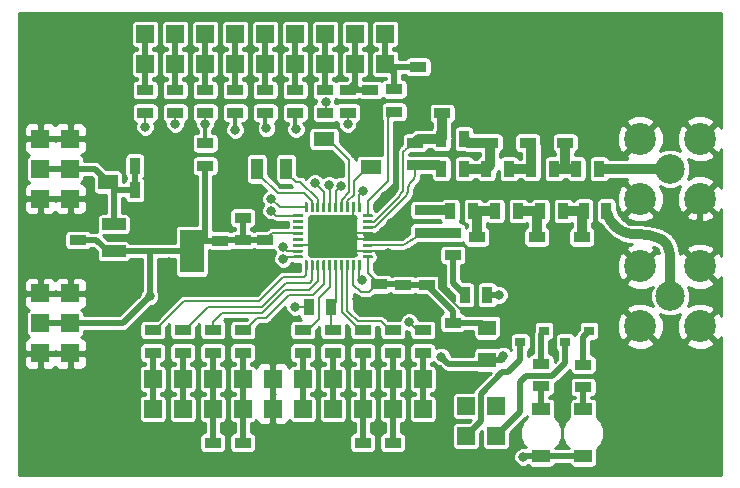
<source format=gbr>
G04 #@! TF.GenerationSoftware,KiCad,Pcbnew,(6.0.0-rc1-dev-205-gc0615c5ef)*
G04 #@! TF.CreationDate,2019-03-06T10:36:34+01:00*
G04 #@! TF.ProjectId,ISM01A,49534D3031412E6B696361645F706362,REV*
G04 #@! TF.SameCoordinates,Original*
G04 #@! TF.FileFunction,Copper,L2,Bot,Signal*
G04 #@! TF.FilePolarity,Positive*
%FSLAX46Y46*%
G04 Gerber Fmt 4.6, Leading zero omitted, Abs format (unit mm)*
G04 Created by KiCad (PCBNEW (6.0.0-rc1-dev-205-gc0615c5ef)) date 03/06/19 10:36:34*
%MOMM*%
%LPD*%
G01*
G04 APERTURE LIST*
G04 #@! TA.AperFunction,SMDPad,CuDef*
%ADD10R,1.500000X1.300000*%
G04 #@! TD*
G04 #@! TA.AperFunction,SMDPad,CuDef*
%ADD11R,3.000000X0.700000*%
G04 #@! TD*
G04 #@! TA.AperFunction,SMDPad,CuDef*
%ADD12R,1.500000X1.050000*%
G04 #@! TD*
G04 #@! TA.AperFunction,SMDPad,CuDef*
%ADD13R,0.889000X1.397000*%
G04 #@! TD*
G04 #@! TA.AperFunction,SMDPad,CuDef*
%ADD14R,1.397000X0.889000*%
G04 #@! TD*
G04 #@! TA.AperFunction,SMDPad,CuDef*
%ADD15R,1.700000X1.300000*%
G04 #@! TD*
G04 #@! TA.AperFunction,ComponentPad*
%ADD16R,1.524000X1.524000*%
G04 #@! TD*
G04 #@! TA.AperFunction,ComponentPad*
%ADD17C,6.000000*%
G04 #@! TD*
G04 #@! TA.AperFunction,SMDPad,CuDef*
%ADD18R,1.800000X1.200000*%
G04 #@! TD*
G04 #@! TA.AperFunction,SMDPad,CuDef*
%ADD19R,2.032000X3.657600*%
G04 #@! TD*
G04 #@! TA.AperFunction,SMDPad,CuDef*
%ADD20R,2.032000X1.016000*%
G04 #@! TD*
G04 #@! TA.AperFunction,ComponentPad*
%ADD21C,2.500000*%
G04 #@! TD*
G04 #@! TA.AperFunction,ComponentPad*
%ADD22C,2.700000*%
G04 #@! TD*
G04 #@! TA.AperFunction,Conductor*
%ADD23C,0.150000*%
G04 #@! TD*
G04 #@! TA.AperFunction,SMDPad,CuDef*
%ADD24C,3.600000*%
G04 #@! TD*
G04 #@! TA.AperFunction,ViaPad*
%ADD25C,0.500000*%
G04 #@! TD*
G04 #@! TA.AperFunction,SMDPad,CuDef*
%ADD26C,0.250000*%
G04 #@! TD*
G04 #@! TA.AperFunction,SMDPad,CuDef*
%ADD27R,0.900000X0.800000*%
G04 #@! TD*
G04 #@! TA.AperFunction,SMDPad,CuDef*
%ADD28R,1.000000X1.800000*%
G04 #@! TD*
G04 #@! TA.AperFunction,ViaPad*
%ADD29C,0.800000*%
G04 #@! TD*
G04 #@! TA.AperFunction,Conductor*
%ADD30C,0.500000*%
G04 #@! TD*
G04 #@! TA.AperFunction,Conductor*
%ADD31C,0.200000*%
G04 #@! TD*
G04 #@! TA.AperFunction,Conductor*
%ADD32C,0.860506*%
G04 #@! TD*
G04 #@! TA.AperFunction,Conductor*
%ADD33C,0.300000*%
G04 #@! TD*
G04 #@! TA.AperFunction,Conductor*
%ADD34C,0.254000*%
G04 #@! TD*
G04 APERTURE END LIST*
D10*
G04 #@! TO.P,C21,3*
G04 #@! TO.N,+3V3*
X40386000Y10508000D03*
D11*
G04 #@! TO.P,C21,2*
G04 #@! TO.N,GND*
X40386000Y11858000D03*
D10*
G04 #@! TO.P,C21,1*
G04 #@! TO.N,Net-(C15-Pad1)*
X40386000Y13208000D03*
G04 #@! TD*
D12*
G04 #@! TO.P,D2,1*
G04 #@! TO.N,Net-(D2-Pad1)*
X48514000Y6318000D03*
G04 #@! TO.P,D2,2*
G04 #@! TO.N,+3V3*
X48514000Y2318000D03*
G04 #@! TD*
G04 #@! TO.P,D3,1*
G04 #@! TO.N,Net-(D3-Pad1)*
X44958000Y6318000D03*
G04 #@! TO.P,D3,2*
G04 #@! TO.N,+3V3*
X44958000Y2318000D03*
G04 #@! TD*
D13*
G04 #@! TO.P,C1,2*
G04 #@! TO.N,GND*
X12446000Y24892000D03*
G04 #@! TO.P,C1,1*
G04 #@! TO.N,VCC*
X10541000Y24892000D03*
G04 #@! TD*
G04 #@! TO.P,C2,2*
G04 #@! TO.N,GND*
X12446000Y26924000D03*
G04 #@! TO.P,C2,1*
G04 #@! TO.N,VCC*
X10541000Y26924000D03*
G04 #@! TD*
D14*
G04 #@! TO.P,C3,1*
G04 #@! TO.N,+3V3*
X17780000Y20574000D03*
G04 #@! TO.P,C3,2*
G04 #@! TO.N,GND*
X17780000Y18669000D03*
G04 #@! TD*
G04 #@! TO.P,C4,2*
G04 #@! TO.N,GND*
X48387000Y18961100D03*
G04 #@! TO.P,C4,1*
G04 #@! TO.N,Net-(C4-Pad1)*
X48387000Y20866100D03*
G04 #@! TD*
G04 #@! TO.P,C5,2*
G04 #@! TO.N,GND*
X5715000Y18732500D03*
G04 #@! TO.P,C5,1*
G04 #@! TO.N,+3V3*
X5715000Y20637500D03*
G04 #@! TD*
G04 #@! TO.P,C6,1*
G04 #@! TO.N,Net-(C6-Pad1)*
X46990000Y28892500D03*
G04 #@! TO.P,C6,2*
G04 #@! TO.N,GND*
X46990000Y30797500D03*
G04 #@! TD*
G04 #@! TO.P,C7,1*
G04 #@! TO.N,Net-(C7-Pad1)*
X44577000Y20866100D03*
G04 #@! TO.P,C7,2*
G04 #@! TO.N,GND*
X44577000Y18961100D03*
G04 #@! TD*
G04 #@! TO.P,C8,2*
G04 #@! TO.N,GND*
X43815000Y30797500D03*
G04 #@! TO.P,C8,1*
G04 #@! TO.N,Net-(C8-Pad1)*
X43815000Y28892500D03*
G04 #@! TD*
G04 #@! TO.P,C9,2*
G04 #@! TO.N,GND*
X39497000Y18961100D03*
G04 #@! TO.P,C9,1*
G04 #@! TO.N,Net-(C9-Pad1)*
X39497000Y20866100D03*
G04 #@! TD*
G04 #@! TO.P,C10,1*
G04 #@! TO.N,Net-(C10-Pad1)*
X40640000Y28892500D03*
G04 #@! TO.P,C10,2*
G04 #@! TO.N,GND*
X40640000Y30797500D03*
G04 #@! TD*
G04 #@! TO.P,C11,1*
G04 #@! TO.N,Net-(C11-Pad1)*
X34925000Y21272500D03*
G04 #@! TO.P,C11,2*
G04 #@! TO.N,Net-(C11-Pad2)*
X34925000Y23177500D03*
G04 #@! TD*
D13*
G04 #@! TO.P,C12,1*
G04 #@! TO.N,Net-(C12-Pad1)*
X36512500Y26670000D03*
G04 #@! TO.P,C12,2*
G04 #@! TO.N,Net-(C10-Pad1)*
X38417500Y26670000D03*
G04 #@! TD*
D14*
G04 #@! TO.P,C13,1*
G04 #@! TO.N,Net-(C13-Pad1)*
X36576000Y31369000D03*
G04 #@! TO.P,C13,2*
G04 #@! TO.N,GND*
X36576000Y33274000D03*
G04 #@! TD*
G04 #@! TO.P,C14,2*
G04 #@! TO.N,GND*
X19685000Y18732500D03*
G04 #@! TO.P,C14,1*
G04 #@! TO.N,+3V3*
X19685000Y20637500D03*
G04 #@! TD*
G04 #@! TO.P,C15,2*
G04 #@! TO.N,GND*
X33274000Y14922500D03*
G04 #@! TO.P,C15,1*
G04 #@! TO.N,Net-(C15-Pad1)*
X33274000Y16827500D03*
G04 #@! TD*
G04 #@! TO.P,C16,1*
G04 #@! TO.N,+3V3*
X19685000Y22542500D03*
G04 #@! TO.P,C16,2*
G04 #@! TO.N,GND*
X19685000Y24447500D03*
G04 #@! TD*
G04 #@! TO.P,C17,1*
G04 #@! TO.N,Net-(C15-Pad1)*
X35306000Y16827500D03*
G04 #@! TO.P,C17,2*
G04 #@! TO.N,GND*
X35306000Y14922500D03*
G04 #@! TD*
G04 #@! TO.P,C18,2*
G04 #@! TO.N,GND*
X21590000Y18732500D03*
G04 #@! TO.P,C18,1*
G04 #@! TO.N,+3V3*
X21590000Y20637500D03*
G04 #@! TD*
G04 #@! TO.P,C19,2*
G04 #@! TO.N,GND*
X37465000Y11747500D03*
G04 #@! TO.P,C19,1*
G04 #@! TO.N,Net-(C15-Pad1)*
X37465000Y13652500D03*
G04 #@! TD*
G04 #@! TO.P,C20,1*
G04 #@! TO.N,Net-(C15-Pad1)*
X31242000Y16891000D03*
G04 #@! TO.P,C20,2*
G04 #@! TO.N,GND*
X31242000Y14986000D03*
G04 #@! TD*
G04 #@! TO.P,C22,2*
G04 #@! TO.N,GND*
X32385000Y1587500D03*
G04 #@! TO.P,C22,1*
G04 #@! TO.N,/GPIO0*
X32385000Y3492500D03*
G04 #@! TD*
G04 #@! TO.P,C23,1*
G04 #@! TO.N,/GPIO1*
X29845000Y3492500D03*
G04 #@! TO.P,C23,2*
G04 #@! TO.N,GND*
X29845000Y1587500D03*
G04 #@! TD*
G04 #@! TO.P,C25,2*
G04 #@! TO.N,GND*
X30480000Y31432500D03*
G04 #@! TO.P,C25,1*
G04 #@! TO.N,/GPIO2*
X30480000Y33337500D03*
G04 #@! TD*
G04 #@! TO.P,C26,1*
G04 #@! TO.N,/GPIO3*
X34544000Y35306000D03*
G04 #@! TO.P,C26,2*
G04 #@! TO.N,GND*
X34544000Y37211000D03*
G04 #@! TD*
G04 #@! TO.P,C27,2*
G04 #@! TO.N,GND*
X19685000Y1587500D03*
G04 #@! TO.P,C27,1*
G04 #@! TO.N,/RX*
X19685000Y3492500D03*
G04 #@! TD*
G04 #@! TO.P,C28,1*
G04 #@! TO.N,/TX*
X17145000Y3492500D03*
G04 #@! TO.P,C28,2*
G04 #@! TO.N,GND*
X17145000Y1587500D03*
G04 #@! TD*
D15*
G04 #@! TO.P,D1,1*
G04 #@! TO.N,VCC*
X8255000Y25555000D03*
G04 #@! TO.P,D1,2*
G04 #@! TO.N,GND*
X8255000Y29055000D03*
G04 #@! TD*
D16*
G04 #@! TO.P,J1,1*
G04 #@! TO.N,GND*
X2540000Y29210000D03*
G04 #@! TO.P,J1,2*
X5080000Y29210000D03*
G04 #@! TO.P,J1,3*
G04 #@! TO.N,VCC*
X2540000Y26670000D03*
G04 #@! TO.P,J1,4*
X5080000Y26670000D03*
G04 #@! TO.P,J1,5*
G04 #@! TO.N,GND*
X2540000Y24130000D03*
G04 #@! TO.P,J1,6*
X5080000Y24130000D03*
G04 #@! TD*
G04 #@! TO.P,J4,6*
G04 #@! TO.N,GND*
X5080000Y11049000D03*
G04 #@! TO.P,J4,5*
X2540000Y11049000D03*
G04 #@! TO.P,J4,4*
G04 #@! TO.N,+3V3*
X5080000Y13589000D03*
G04 #@! TO.P,J4,3*
X2540000Y13589000D03*
G04 #@! TO.P,J4,2*
G04 #@! TO.N,GND*
X5080000Y16129000D03*
G04 #@! TO.P,J4,1*
X2540000Y16129000D03*
G04 #@! TD*
G04 #@! TO.P,J6,2*
G04 #@! TO.N,/P2.7C2D*
X19050000Y38100000D03*
G04 #@! TO.P,J6,1*
X19050000Y35560000D03*
G04 #@! TD*
G04 #@! TO.P,J7,1*
G04 #@! TO.N,/P1.6*
X21590000Y35560000D03*
G04 #@! TO.P,J7,2*
X21590000Y38100000D03*
G04 #@! TD*
G04 #@! TO.P,J8,2*
G04 #@! TO.N,/P1.5*
X24130000Y38100000D03*
G04 #@! TO.P,J8,1*
X24130000Y35560000D03*
G04 #@! TD*
G04 #@! TO.P,J9,1*
G04 #@! TO.N,/P1.4*
X26670000Y35560000D03*
G04 #@! TO.P,J9,2*
X26670000Y38100000D03*
G04 #@! TD*
G04 #@! TO.P,J10,2*
G04 #@! TO.N,/P0.6*
X24765000Y8890000D03*
G04 #@! TO.P,J10,1*
X24765000Y6350000D03*
G04 #@! TD*
G04 #@! TO.P,J11,1*
G04 #@! TO.N,/RX*
X19685000Y8890000D03*
G04 #@! TO.P,J11,2*
X19685000Y6350000D03*
G04 #@! TD*
G04 #@! TO.P,J12,2*
G04 #@! TO.N,/TX*
X17145000Y8890000D03*
G04 #@! TO.P,J12,1*
X17145000Y6350000D03*
G04 #@! TD*
G04 #@! TO.P,J13,2*
G04 #@! TO.N,/P0.3*
X14605000Y6350000D03*
G04 #@! TO.P,J13,1*
X14605000Y8890000D03*
G04 #@! TD*
G04 #@! TO.P,J14,1*
G04 #@! TO.N,/P0.2*
X12065000Y8890000D03*
G04 #@! TO.P,J14,2*
X12065000Y6350000D03*
G04 #@! TD*
G04 #@! TO.P,J15,1*
G04 #@! TO.N,/P0.1*
X11430000Y35560000D03*
G04 #@! TO.P,J15,2*
X11430000Y38100000D03*
G04 #@! TD*
G04 #@! TO.P,J16,2*
G04 #@! TO.N,/P0.0*
X13970000Y38100000D03*
G04 #@! TO.P,J16,1*
X13970000Y35560000D03*
G04 #@! TD*
G04 #@! TO.P,J17,2*
G04 #@! TO.N,/TXRAMP*
X34925000Y8890000D03*
G04 #@! TO.P,J17,1*
X34925000Y6350000D03*
G04 #@! TD*
G04 #@! TO.P,J18,1*
G04 #@! TO.N,/#RST_C2CK*
X16510000Y35560000D03*
G04 #@! TO.P,J18,2*
X16510000Y38100000D03*
G04 #@! TD*
G04 #@! TO.P,J19,2*
G04 #@! TO.N,/#IRQ*
X27305000Y8890000D03*
G04 #@! TO.P,J19,1*
X27305000Y6350000D03*
G04 #@! TD*
G04 #@! TO.P,J20,1*
G04 #@! TO.N,/GPIO0*
X32385000Y6350000D03*
G04 #@! TO.P,J20,2*
X32385000Y8890000D03*
G04 #@! TD*
G04 #@! TO.P,J21,1*
G04 #@! TO.N,/GPIO1*
X29845000Y6350000D03*
G04 #@! TO.P,J21,2*
X29845000Y8890000D03*
G04 #@! TD*
G04 #@! TO.P,J22,2*
G04 #@! TO.N,/GPIO2*
X29210000Y38100000D03*
G04 #@! TO.P,J22,1*
X29210000Y35560000D03*
G04 #@! TD*
G04 #@! TO.P,J23,1*
G04 #@! TO.N,/GPIO3*
X31750000Y35560000D03*
G04 #@! TO.P,J23,2*
X31750000Y38100000D03*
G04 #@! TD*
D13*
G04 #@! TO.P,L1,1*
G04 #@! TO.N,Net-(J2-Pad1)*
X50482500Y23114000D03*
G04 #@! TO.P,L1,2*
G04 #@! TO.N,Net-(C4-Pad1)*
X48577500Y23114000D03*
G04 #@! TD*
G04 #@! TO.P,L2,1*
G04 #@! TO.N,Net-(J3-Pad1)*
X49847500Y26670000D03*
G04 #@! TO.P,L2,2*
G04 #@! TO.N,Net-(C6-Pad1)*
X47942500Y26670000D03*
G04 #@! TD*
G04 #@! TO.P,L3,2*
G04 #@! TO.N,Net-(C7-Pad1)*
X44894500Y23088600D03*
G04 #@! TO.P,L3,1*
G04 #@! TO.N,Net-(C4-Pad1)*
X46799500Y23088600D03*
G04 #@! TD*
G04 #@! TO.P,L4,1*
G04 #@! TO.N,Net-(C6-Pad1)*
X46037500Y26670000D03*
G04 #@! TO.P,L4,2*
G04 #@! TO.N,Net-(C8-Pad1)*
X44132500Y26670000D03*
G04 #@! TD*
G04 #@! TO.P,L5,2*
G04 #@! TO.N,Net-(C9-Pad1)*
X41084500Y23088600D03*
G04 #@! TO.P,L5,1*
G04 #@! TO.N,Net-(C7-Pad1)*
X42989500Y23088600D03*
G04 #@! TD*
G04 #@! TO.P,L6,2*
G04 #@! TO.N,Net-(C10-Pad1)*
X40322500Y26670000D03*
G04 #@! TO.P,L6,1*
G04 #@! TO.N,Net-(C8-Pad1)*
X42227500Y26670000D03*
G04 #@! TD*
G04 #@! TO.P,L7,2*
G04 #@! TO.N,Net-(C11-Pad2)*
X37274500Y23088600D03*
G04 #@! TO.P,L7,1*
G04 #@! TO.N,Net-(C9-Pad1)*
X39179500Y23088600D03*
G04 #@! TD*
D14*
G04 #@! TO.P,L8,1*
G04 #@! TO.N,Net-(L8-Pad1)*
X37465000Y19367500D03*
G04 #@! TO.P,L8,2*
G04 #@! TO.N,Net-(C11-Pad1)*
X37465000Y21272500D03*
G04 #@! TD*
D13*
G04 #@! TO.P,L9,1*
G04 #@! TO.N,Net-(C10-Pad1)*
X38417500Y29210000D03*
G04 #@! TO.P,L9,2*
G04 #@! TO.N,Net-(C13-Pad1)*
X36512500Y29210000D03*
G04 #@! TD*
D14*
G04 #@! TO.P,L10,2*
G04 #@! TO.N,Net-(C12-Pad1)*
X34290000Y26987500D03*
G04 #@! TO.P,L10,1*
G04 #@! TO.N,Net-(C13-Pad1)*
X34290000Y28892500D03*
G04 #@! TD*
D17*
G04 #@! TO.P,M1,1*
G04 #@! TO.N,GND*
X5080000Y35560000D03*
G04 #@! TD*
G04 #@! TO.P,M2,1*
G04 #@! TO.N,GND*
X55880000Y5080000D03*
G04 #@! TD*
G04 #@! TO.P,M3,1*
G04 #@! TO.N,GND*
X5080000Y5080000D03*
G04 #@! TD*
G04 #@! TO.P,M4,1*
G04 #@! TO.N,GND*
X55880000Y35560000D03*
G04 #@! TD*
D13*
G04 #@! TO.P,R1,2*
G04 #@! TO.N,Net-(L8-Pad1)*
X38481000Y16002000D03*
G04 #@! TO.P,R1,1*
G04 #@! TO.N,+3V3*
X40386000Y16002000D03*
G04 #@! TD*
D14*
G04 #@! TO.P,R2,2*
G04 #@! TO.N,Net-(R2-Pad2)*
X19050000Y31432500D03*
G04 #@! TO.P,R2,1*
G04 #@! TO.N,/P2.7C2D*
X19050000Y33337500D03*
G04 #@! TD*
G04 #@! TO.P,R3,2*
G04 #@! TO.N,Net-(R3-Pad2)*
X21590000Y31432500D03*
G04 #@! TO.P,R3,1*
G04 #@! TO.N,/P1.6*
X21590000Y33337500D03*
G04 #@! TD*
G04 #@! TO.P,R4,1*
G04 #@! TO.N,/P1.5*
X24130000Y33337500D03*
G04 #@! TO.P,R4,2*
G04 #@! TO.N,Net-(R4-Pad2)*
X24130000Y31432500D03*
G04 #@! TD*
G04 #@! TO.P,R5,2*
G04 #@! TO.N,Net-(R5-Pad2)*
X26670000Y31432500D03*
G04 #@! TO.P,R5,1*
G04 #@! TO.N,/P1.4*
X26670000Y33337500D03*
G04 #@! TD*
G04 #@! TO.P,R6,1*
G04 #@! TO.N,/P0.6*
X24765000Y11112500D03*
G04 #@! TO.P,R6,2*
G04 #@! TO.N,Net-(R6-Pad2)*
X24765000Y13017500D03*
G04 #@! TD*
G04 #@! TO.P,R7,2*
G04 #@! TO.N,Net-(R7-Pad2)*
X19685000Y13017500D03*
G04 #@! TO.P,R7,1*
G04 #@! TO.N,/RX*
X19685000Y11112500D03*
G04 #@! TD*
G04 #@! TO.P,R8,1*
G04 #@! TO.N,/TX*
X17145000Y11112500D03*
G04 #@! TO.P,R8,2*
G04 #@! TO.N,Net-(R8-Pad2)*
X17145000Y13017500D03*
G04 #@! TD*
G04 #@! TO.P,R9,2*
G04 #@! TO.N,Net-(R9-Pad2)*
X14605000Y13017500D03*
G04 #@! TO.P,R9,1*
G04 #@! TO.N,/P0.3*
X14605000Y11112500D03*
G04 #@! TD*
G04 #@! TO.P,R10,1*
G04 #@! TO.N,/P0.2*
X12065000Y11112500D03*
G04 #@! TO.P,R10,2*
G04 #@! TO.N,Net-(R10-Pad2)*
X12065000Y13017500D03*
G04 #@! TD*
G04 #@! TO.P,R11,1*
G04 #@! TO.N,/P0.1*
X11430000Y33337500D03*
G04 #@! TO.P,R11,2*
G04 #@! TO.N,/P0.1_1*
X11430000Y31432500D03*
G04 #@! TD*
G04 #@! TO.P,R12,1*
G04 #@! TO.N,/P0.0*
X13970000Y33337500D03*
G04 #@! TO.P,R12,2*
G04 #@! TO.N,Net-(R12-Pad2)*
X13970000Y31432500D03*
G04 #@! TD*
G04 #@! TO.P,R13,2*
G04 #@! TO.N,Net-(R13-Pad2)*
X34925000Y13017500D03*
G04 #@! TO.P,R13,1*
G04 #@! TO.N,/TXRAMP*
X34925000Y11112500D03*
G04 #@! TD*
G04 #@! TO.P,R14,1*
G04 #@! TO.N,/#RST_C2CK*
X16510000Y33337500D03*
G04 #@! TO.P,R14,2*
G04 #@! TO.N,/#RST_1*
X16510000Y31432500D03*
G04 #@! TD*
G04 #@! TO.P,R15,2*
G04 #@! TO.N,/#IRQ_1*
X27305000Y13017500D03*
G04 #@! TO.P,R15,1*
G04 #@! TO.N,/#IRQ*
X27305000Y11112500D03*
G04 #@! TD*
G04 #@! TO.P,R16,1*
G04 #@! TO.N,/GPIO0*
X32385000Y11112500D03*
G04 #@! TO.P,R16,2*
G04 #@! TO.N,Net-(R16-Pad2)*
X32385000Y13017500D03*
G04 #@! TD*
G04 #@! TO.P,R17,2*
G04 #@! TO.N,Net-(R17-Pad2)*
X29845000Y13017500D03*
G04 #@! TO.P,R17,1*
G04 #@! TO.N,/GPIO1*
X29845000Y11112500D03*
G04 #@! TD*
G04 #@! TO.P,R18,1*
G04 #@! TO.N,/GPIO2*
X28575000Y33337500D03*
G04 #@! TO.P,R18,2*
G04 #@! TO.N,Net-(R18-Pad2)*
X28575000Y31432500D03*
G04 #@! TD*
G04 #@! TO.P,R19,2*
G04 #@! TO.N,Net-(R19-Pad2)*
X32512000Y31496000D03*
G04 #@! TO.P,R19,1*
G04 #@! TO.N,/GPIO3*
X32512000Y33401000D03*
G04 #@! TD*
G04 #@! TO.P,R20,2*
G04 #@! TO.N,/#RST_1*
X16510000Y28829000D03*
G04 #@! TO.P,R20,1*
G04 #@! TO.N,+3V3*
X16510000Y26924000D03*
G04 #@! TD*
D13*
G04 #@! TO.P,R21,1*
G04 #@! TO.N,/#IRQ_1*
X27178000Y14986000D03*
G04 #@! TO.P,R21,2*
G04 #@! TO.N,/P0.1_1*
X25273000Y14986000D03*
G04 #@! TD*
D14*
G04 #@! TO.P,R22,2*
G04 #@! TO.N,Net-(Q1-Pad3)*
X48514000Y10096500D03*
G04 #@! TO.P,R22,1*
G04 #@! TO.N,Net-(D2-Pad1)*
X48514000Y8191500D03*
G04 #@! TD*
G04 #@! TO.P,R23,1*
G04 #@! TO.N,Net-(D3-Pad1)*
X44958000Y8255000D03*
G04 #@! TO.P,R23,2*
G04 #@! TO.N,Net-(Q2-Pad3)*
X44958000Y10160000D03*
G04 #@! TD*
D18*
G04 #@! TO.P,Y2,1*
G04 #@! TO.N,Net-(U2-Pad8)*
X30575000Y26810000D03*
G04 #@! TO.P,Y2,2*
G04 #@! TO.N,GND*
X26575000Y26810000D03*
G04 #@! TO.P,Y2,3*
G04 #@! TO.N,Net-(U2-Pad7)*
X26575000Y29210000D03*
G04 #@! TO.P,Y2,4*
G04 #@! TO.N,GND*
X30575000Y29210000D03*
G04 #@! TD*
D19*
G04 #@! TO.P,U1,4*
G04 #@! TO.N,+3V3*
X15367000Y19685000D03*
D20*
G04 #@! TO.P,U1,2*
X8763000Y19685000D03*
G04 #@! TO.P,U1,3*
G04 #@! TO.N,VCC*
X8763000Y21971000D03*
G04 #@! TO.P,U1,1*
G04 #@! TO.N,GND*
X8763000Y17399000D03*
G04 #@! TD*
D21*
G04 #@! TO.P,J2,1*
G04 #@! TO.N,Net-(J2-Pad1)*
X55880000Y15875000D03*
D22*
G04 #@! TO.P,J2,2*
G04 #@! TO.N,GND*
X58420000Y13335000D03*
X53340000Y13335000D03*
X53340000Y18415000D03*
X58420000Y18415000D03*
G04 #@! TD*
G04 #@! TO.P,J3,2*
G04 #@! TO.N,GND*
X58420000Y29210000D03*
X53340000Y29210000D03*
X53340000Y24130000D03*
X58420000Y24130000D03*
D21*
G04 #@! TO.P,J3,1*
G04 #@! TO.N,Net-(J3-Pad1)*
X55880000Y26670000D03*
G04 #@! TD*
D23*
G04 #@! TO.N,GND*
G04 #@! TO.C,U2*
G36*
X29129506Y22753796D02*
X29153774Y22750196D01*
X29177573Y22744235D01*
X29200672Y22735970D01*
X29222850Y22725481D01*
X29243893Y22712868D01*
X29263599Y22698253D01*
X29281777Y22681777D01*
X29298253Y22663599D01*
X29312868Y22643893D01*
X29325481Y22622850D01*
X29335970Y22600672D01*
X29344235Y22577573D01*
X29350196Y22553774D01*
X29353796Y22529506D01*
X29355000Y22505002D01*
X29355000Y19404998D01*
X29353796Y19380494D01*
X29350196Y19356226D01*
X29344235Y19332427D01*
X29335970Y19309328D01*
X29325481Y19287150D01*
X29312868Y19266107D01*
X29298253Y19246401D01*
X29281777Y19228223D01*
X29263599Y19211747D01*
X29243893Y19197132D01*
X29222850Y19184519D01*
X29200672Y19174030D01*
X29177573Y19165765D01*
X29153774Y19159804D01*
X29129506Y19156204D01*
X29105002Y19155000D01*
X25504998Y19155000D01*
X25480494Y19156204D01*
X25456226Y19159804D01*
X25432427Y19165765D01*
X25409328Y19174030D01*
X25387150Y19184519D01*
X25366107Y19197132D01*
X25346401Y19211747D01*
X25328223Y19228223D01*
X25311747Y19246401D01*
X25297132Y19266107D01*
X25284519Y19287150D01*
X25274030Y19309328D01*
X25265765Y19332427D01*
X25259804Y19356226D01*
X25256204Y19380494D01*
X25255000Y19404998D01*
X25255000Y22505002D01*
X25256204Y22529506D01*
X25259804Y22553774D01*
X25265765Y22577573D01*
X25274030Y22600672D01*
X25284519Y22622850D01*
X25297132Y22643893D01*
X25311747Y22663599D01*
X25328223Y22681777D01*
X25346401Y22698253D01*
X25366107Y22712868D01*
X25387150Y22725481D01*
X25409328Y22735970D01*
X25432427Y22744235D01*
X25456226Y22750196D01*
X25480494Y22753796D01*
X25504998Y22755000D01*
X29105002Y22755000D01*
X29129506Y22753796D01*
X29129506Y22753796D01*
G37*
D24*
G04 #@! TD*
G04 #@! TO.P,U2,37*
G04 #@! TO.N,GND*
X27305000Y20955000D03*
D25*
G04 #@! TO.N,GND*
G04 #@! TO.C,U2*
X25505000Y22505000D03*
X25505000Y20955000D03*
X25505000Y19405000D03*
X26705000Y22505000D03*
X26705000Y20955000D03*
X26705000Y19405000D03*
X27905000Y22505000D03*
X27905000Y20955000D03*
X27905000Y19405000D03*
X29105000Y22505000D03*
X29105000Y20955000D03*
X29105000Y19405000D03*
D23*
G04 #@! TO.N,Net-(R2-Pad2)*
G36*
X25123626Y23829699D02*
X25129693Y23828799D01*
X25135643Y23827309D01*
X25141418Y23825242D01*
X25146962Y23822620D01*
X25152223Y23819467D01*
X25157150Y23815813D01*
X25161694Y23811694D01*
X25165813Y23807150D01*
X25169467Y23802223D01*
X25172620Y23796962D01*
X25175242Y23791418D01*
X25177309Y23785643D01*
X25178799Y23779693D01*
X25179699Y23773626D01*
X25180000Y23767500D01*
X25180000Y23042500D01*
X25179699Y23036374D01*
X25178799Y23030307D01*
X25177309Y23024357D01*
X25175242Y23018582D01*
X25172620Y23013038D01*
X25169467Y23007777D01*
X25165813Y23002850D01*
X25161694Y22998306D01*
X25157150Y22994187D01*
X25152223Y22990533D01*
X25146962Y22987380D01*
X25141418Y22984758D01*
X25135643Y22982691D01*
X25129693Y22981201D01*
X25123626Y22980301D01*
X25117500Y22980000D01*
X24992500Y22980000D01*
X24986374Y22980301D01*
X24980307Y22981201D01*
X24974357Y22982691D01*
X24968582Y22984758D01*
X24963038Y22987380D01*
X24957777Y22990533D01*
X24952850Y22994187D01*
X24948306Y22998306D01*
X24944187Y23002850D01*
X24940533Y23007777D01*
X24937380Y23013038D01*
X24934758Y23018582D01*
X24932691Y23024357D01*
X24931201Y23030307D01*
X24930301Y23036374D01*
X24930000Y23042500D01*
X24930000Y23767500D01*
X24930301Y23773626D01*
X24931201Y23779693D01*
X24932691Y23785643D01*
X24934758Y23791418D01*
X24937380Y23796962D01*
X24940533Y23802223D01*
X24944187Y23807150D01*
X24948306Y23811694D01*
X24952850Y23815813D01*
X24957777Y23819467D01*
X24963038Y23822620D01*
X24968582Y23825242D01*
X24974357Y23827309D01*
X24980307Y23828799D01*
X24986374Y23829699D01*
X24992500Y23830000D01*
X25117500Y23830000D01*
X25123626Y23829699D01*
X25123626Y23829699D01*
G37*
D26*
G04 #@! TD*
G04 #@! TO.P,U2,1*
G04 #@! TO.N,Net-(R2-Pad2)*
X25055000Y23405000D03*
D23*
G04 #@! TO.N,Net-(U2-Pad2)*
G04 #@! TO.C,U2*
G36*
X25623626Y23829699D02*
X25629693Y23828799D01*
X25635643Y23827309D01*
X25641418Y23825242D01*
X25646962Y23822620D01*
X25652223Y23819467D01*
X25657150Y23815813D01*
X25661694Y23811694D01*
X25665813Y23807150D01*
X25669467Y23802223D01*
X25672620Y23796962D01*
X25675242Y23791418D01*
X25677309Y23785643D01*
X25678799Y23779693D01*
X25679699Y23773626D01*
X25680000Y23767500D01*
X25680000Y23042500D01*
X25679699Y23036374D01*
X25678799Y23030307D01*
X25677309Y23024357D01*
X25675242Y23018582D01*
X25672620Y23013038D01*
X25669467Y23007777D01*
X25665813Y23002850D01*
X25661694Y22998306D01*
X25657150Y22994187D01*
X25652223Y22990533D01*
X25646962Y22987380D01*
X25641418Y22984758D01*
X25635643Y22982691D01*
X25629693Y22981201D01*
X25623626Y22980301D01*
X25617500Y22980000D01*
X25492500Y22980000D01*
X25486374Y22980301D01*
X25480307Y22981201D01*
X25474357Y22982691D01*
X25468582Y22984758D01*
X25463038Y22987380D01*
X25457777Y22990533D01*
X25452850Y22994187D01*
X25448306Y22998306D01*
X25444187Y23002850D01*
X25440533Y23007777D01*
X25437380Y23013038D01*
X25434758Y23018582D01*
X25432691Y23024357D01*
X25431201Y23030307D01*
X25430301Y23036374D01*
X25430000Y23042500D01*
X25430000Y23767500D01*
X25430301Y23773626D01*
X25431201Y23779693D01*
X25432691Y23785643D01*
X25434758Y23791418D01*
X25437380Y23796962D01*
X25440533Y23802223D01*
X25444187Y23807150D01*
X25448306Y23811694D01*
X25452850Y23815813D01*
X25457777Y23819467D01*
X25463038Y23822620D01*
X25468582Y23825242D01*
X25474357Y23827309D01*
X25480307Y23828799D01*
X25486374Y23829699D01*
X25492500Y23830000D01*
X25617500Y23830000D01*
X25623626Y23829699D01*
X25623626Y23829699D01*
G37*
D26*
G04 #@! TD*
G04 #@! TO.P,U2,2*
G04 #@! TO.N,Net-(U2-Pad2)*
X25555000Y23405000D03*
D23*
G04 #@! TO.N,Net-(U2-Pad3)*
G04 #@! TO.C,U2*
G36*
X26123626Y23829699D02*
X26129693Y23828799D01*
X26135643Y23827309D01*
X26141418Y23825242D01*
X26146962Y23822620D01*
X26152223Y23819467D01*
X26157150Y23815813D01*
X26161694Y23811694D01*
X26165813Y23807150D01*
X26169467Y23802223D01*
X26172620Y23796962D01*
X26175242Y23791418D01*
X26177309Y23785643D01*
X26178799Y23779693D01*
X26179699Y23773626D01*
X26180000Y23767500D01*
X26180000Y23042500D01*
X26179699Y23036374D01*
X26178799Y23030307D01*
X26177309Y23024357D01*
X26175242Y23018582D01*
X26172620Y23013038D01*
X26169467Y23007777D01*
X26165813Y23002850D01*
X26161694Y22998306D01*
X26157150Y22994187D01*
X26152223Y22990533D01*
X26146962Y22987380D01*
X26141418Y22984758D01*
X26135643Y22982691D01*
X26129693Y22981201D01*
X26123626Y22980301D01*
X26117500Y22980000D01*
X25992500Y22980000D01*
X25986374Y22980301D01*
X25980307Y22981201D01*
X25974357Y22982691D01*
X25968582Y22984758D01*
X25963038Y22987380D01*
X25957777Y22990533D01*
X25952850Y22994187D01*
X25948306Y22998306D01*
X25944187Y23002850D01*
X25940533Y23007777D01*
X25937380Y23013038D01*
X25934758Y23018582D01*
X25932691Y23024357D01*
X25931201Y23030307D01*
X25930301Y23036374D01*
X25930000Y23042500D01*
X25930000Y23767500D01*
X25930301Y23773626D01*
X25931201Y23779693D01*
X25932691Y23785643D01*
X25934758Y23791418D01*
X25937380Y23796962D01*
X25940533Y23802223D01*
X25944187Y23807150D01*
X25948306Y23811694D01*
X25952850Y23815813D01*
X25957777Y23819467D01*
X25963038Y23822620D01*
X25968582Y23825242D01*
X25974357Y23827309D01*
X25980307Y23828799D01*
X25986374Y23829699D01*
X25992500Y23830000D01*
X26117500Y23830000D01*
X26123626Y23829699D01*
X26123626Y23829699D01*
G37*
D26*
G04 #@! TD*
G04 #@! TO.P,U2,3*
G04 #@! TO.N,Net-(U2-Pad3)*
X26055000Y23405000D03*
D23*
G04 #@! TO.N,Net-(R3-Pad2)*
G04 #@! TO.C,U2*
G36*
X26623626Y23829699D02*
X26629693Y23828799D01*
X26635643Y23827309D01*
X26641418Y23825242D01*
X26646962Y23822620D01*
X26652223Y23819467D01*
X26657150Y23815813D01*
X26661694Y23811694D01*
X26665813Y23807150D01*
X26669467Y23802223D01*
X26672620Y23796962D01*
X26675242Y23791418D01*
X26677309Y23785643D01*
X26678799Y23779693D01*
X26679699Y23773626D01*
X26680000Y23767500D01*
X26680000Y23042500D01*
X26679699Y23036374D01*
X26678799Y23030307D01*
X26677309Y23024357D01*
X26675242Y23018582D01*
X26672620Y23013038D01*
X26669467Y23007777D01*
X26665813Y23002850D01*
X26661694Y22998306D01*
X26657150Y22994187D01*
X26652223Y22990533D01*
X26646962Y22987380D01*
X26641418Y22984758D01*
X26635643Y22982691D01*
X26629693Y22981201D01*
X26623626Y22980301D01*
X26617500Y22980000D01*
X26492500Y22980000D01*
X26486374Y22980301D01*
X26480307Y22981201D01*
X26474357Y22982691D01*
X26468582Y22984758D01*
X26463038Y22987380D01*
X26457777Y22990533D01*
X26452850Y22994187D01*
X26448306Y22998306D01*
X26444187Y23002850D01*
X26440533Y23007777D01*
X26437380Y23013038D01*
X26434758Y23018582D01*
X26432691Y23024357D01*
X26431201Y23030307D01*
X26430301Y23036374D01*
X26430000Y23042500D01*
X26430000Y23767500D01*
X26430301Y23773626D01*
X26431201Y23779693D01*
X26432691Y23785643D01*
X26434758Y23791418D01*
X26437380Y23796962D01*
X26440533Y23802223D01*
X26444187Y23807150D01*
X26448306Y23811694D01*
X26452850Y23815813D01*
X26457777Y23819467D01*
X26463038Y23822620D01*
X26468582Y23825242D01*
X26474357Y23827309D01*
X26480307Y23828799D01*
X26486374Y23829699D01*
X26492500Y23830000D01*
X26617500Y23830000D01*
X26623626Y23829699D01*
X26623626Y23829699D01*
G37*
D26*
G04 #@! TD*
G04 #@! TO.P,U2,4*
G04 #@! TO.N,Net-(R3-Pad2)*
X26555000Y23405000D03*
D23*
G04 #@! TO.N,Net-(R4-Pad2)*
G04 #@! TO.C,U2*
G36*
X27123626Y23829699D02*
X27129693Y23828799D01*
X27135643Y23827309D01*
X27141418Y23825242D01*
X27146962Y23822620D01*
X27152223Y23819467D01*
X27157150Y23815813D01*
X27161694Y23811694D01*
X27165813Y23807150D01*
X27169467Y23802223D01*
X27172620Y23796962D01*
X27175242Y23791418D01*
X27177309Y23785643D01*
X27178799Y23779693D01*
X27179699Y23773626D01*
X27180000Y23767500D01*
X27180000Y23042500D01*
X27179699Y23036374D01*
X27178799Y23030307D01*
X27177309Y23024357D01*
X27175242Y23018582D01*
X27172620Y23013038D01*
X27169467Y23007777D01*
X27165813Y23002850D01*
X27161694Y22998306D01*
X27157150Y22994187D01*
X27152223Y22990533D01*
X27146962Y22987380D01*
X27141418Y22984758D01*
X27135643Y22982691D01*
X27129693Y22981201D01*
X27123626Y22980301D01*
X27117500Y22980000D01*
X26992500Y22980000D01*
X26986374Y22980301D01*
X26980307Y22981201D01*
X26974357Y22982691D01*
X26968582Y22984758D01*
X26963038Y22987380D01*
X26957777Y22990533D01*
X26952850Y22994187D01*
X26948306Y22998306D01*
X26944187Y23002850D01*
X26940533Y23007777D01*
X26937380Y23013038D01*
X26934758Y23018582D01*
X26932691Y23024357D01*
X26931201Y23030307D01*
X26930301Y23036374D01*
X26930000Y23042500D01*
X26930000Y23767500D01*
X26930301Y23773626D01*
X26931201Y23779693D01*
X26932691Y23785643D01*
X26934758Y23791418D01*
X26937380Y23796962D01*
X26940533Y23802223D01*
X26944187Y23807150D01*
X26948306Y23811694D01*
X26952850Y23815813D01*
X26957777Y23819467D01*
X26963038Y23822620D01*
X26968582Y23825242D01*
X26974357Y23827309D01*
X26980307Y23828799D01*
X26986374Y23829699D01*
X26992500Y23830000D01*
X27117500Y23830000D01*
X27123626Y23829699D01*
X27123626Y23829699D01*
G37*
D26*
G04 #@! TD*
G04 #@! TO.P,U2,5*
G04 #@! TO.N,Net-(R4-Pad2)*
X27055000Y23405000D03*
D23*
G04 #@! TO.N,Net-(R5-Pad2)*
G04 #@! TO.C,U2*
G36*
X27623626Y23829699D02*
X27629693Y23828799D01*
X27635643Y23827309D01*
X27641418Y23825242D01*
X27646962Y23822620D01*
X27652223Y23819467D01*
X27657150Y23815813D01*
X27661694Y23811694D01*
X27665813Y23807150D01*
X27669467Y23802223D01*
X27672620Y23796962D01*
X27675242Y23791418D01*
X27677309Y23785643D01*
X27678799Y23779693D01*
X27679699Y23773626D01*
X27680000Y23767500D01*
X27680000Y23042500D01*
X27679699Y23036374D01*
X27678799Y23030307D01*
X27677309Y23024357D01*
X27675242Y23018582D01*
X27672620Y23013038D01*
X27669467Y23007777D01*
X27665813Y23002850D01*
X27661694Y22998306D01*
X27657150Y22994187D01*
X27652223Y22990533D01*
X27646962Y22987380D01*
X27641418Y22984758D01*
X27635643Y22982691D01*
X27629693Y22981201D01*
X27623626Y22980301D01*
X27617500Y22980000D01*
X27492500Y22980000D01*
X27486374Y22980301D01*
X27480307Y22981201D01*
X27474357Y22982691D01*
X27468582Y22984758D01*
X27463038Y22987380D01*
X27457777Y22990533D01*
X27452850Y22994187D01*
X27448306Y22998306D01*
X27444187Y23002850D01*
X27440533Y23007777D01*
X27437380Y23013038D01*
X27434758Y23018582D01*
X27432691Y23024357D01*
X27431201Y23030307D01*
X27430301Y23036374D01*
X27430000Y23042500D01*
X27430000Y23767500D01*
X27430301Y23773626D01*
X27431201Y23779693D01*
X27432691Y23785643D01*
X27434758Y23791418D01*
X27437380Y23796962D01*
X27440533Y23802223D01*
X27444187Y23807150D01*
X27448306Y23811694D01*
X27452850Y23815813D01*
X27457777Y23819467D01*
X27463038Y23822620D01*
X27468582Y23825242D01*
X27474357Y23827309D01*
X27480307Y23828799D01*
X27486374Y23829699D01*
X27492500Y23830000D01*
X27617500Y23830000D01*
X27623626Y23829699D01*
X27623626Y23829699D01*
G37*
D26*
G04 #@! TD*
G04 #@! TO.P,U2,6*
G04 #@! TO.N,Net-(R5-Pad2)*
X27555000Y23405000D03*
D23*
G04 #@! TO.N,Net-(U2-Pad7)*
G04 #@! TO.C,U2*
G36*
X28123626Y23829699D02*
X28129693Y23828799D01*
X28135643Y23827309D01*
X28141418Y23825242D01*
X28146962Y23822620D01*
X28152223Y23819467D01*
X28157150Y23815813D01*
X28161694Y23811694D01*
X28165813Y23807150D01*
X28169467Y23802223D01*
X28172620Y23796962D01*
X28175242Y23791418D01*
X28177309Y23785643D01*
X28178799Y23779693D01*
X28179699Y23773626D01*
X28180000Y23767500D01*
X28180000Y23042500D01*
X28179699Y23036374D01*
X28178799Y23030307D01*
X28177309Y23024357D01*
X28175242Y23018582D01*
X28172620Y23013038D01*
X28169467Y23007777D01*
X28165813Y23002850D01*
X28161694Y22998306D01*
X28157150Y22994187D01*
X28152223Y22990533D01*
X28146962Y22987380D01*
X28141418Y22984758D01*
X28135643Y22982691D01*
X28129693Y22981201D01*
X28123626Y22980301D01*
X28117500Y22980000D01*
X27992500Y22980000D01*
X27986374Y22980301D01*
X27980307Y22981201D01*
X27974357Y22982691D01*
X27968582Y22984758D01*
X27963038Y22987380D01*
X27957777Y22990533D01*
X27952850Y22994187D01*
X27948306Y22998306D01*
X27944187Y23002850D01*
X27940533Y23007777D01*
X27937380Y23013038D01*
X27934758Y23018582D01*
X27932691Y23024357D01*
X27931201Y23030307D01*
X27930301Y23036374D01*
X27930000Y23042500D01*
X27930000Y23767500D01*
X27930301Y23773626D01*
X27931201Y23779693D01*
X27932691Y23785643D01*
X27934758Y23791418D01*
X27937380Y23796962D01*
X27940533Y23802223D01*
X27944187Y23807150D01*
X27948306Y23811694D01*
X27952850Y23815813D01*
X27957777Y23819467D01*
X27963038Y23822620D01*
X27968582Y23825242D01*
X27974357Y23827309D01*
X27980307Y23828799D01*
X27986374Y23829699D01*
X27992500Y23830000D01*
X28117500Y23830000D01*
X28123626Y23829699D01*
X28123626Y23829699D01*
G37*
D26*
G04 #@! TD*
G04 #@! TO.P,U2,7*
G04 #@! TO.N,Net-(U2-Pad7)*
X28055000Y23405000D03*
D23*
G04 #@! TO.N,Net-(U2-Pad8)*
G04 #@! TO.C,U2*
G36*
X28623626Y23829699D02*
X28629693Y23828799D01*
X28635643Y23827309D01*
X28641418Y23825242D01*
X28646962Y23822620D01*
X28652223Y23819467D01*
X28657150Y23815813D01*
X28661694Y23811694D01*
X28665813Y23807150D01*
X28669467Y23802223D01*
X28672620Y23796962D01*
X28675242Y23791418D01*
X28677309Y23785643D01*
X28678799Y23779693D01*
X28679699Y23773626D01*
X28680000Y23767500D01*
X28680000Y23042500D01*
X28679699Y23036374D01*
X28678799Y23030307D01*
X28677309Y23024357D01*
X28675242Y23018582D01*
X28672620Y23013038D01*
X28669467Y23007777D01*
X28665813Y23002850D01*
X28661694Y22998306D01*
X28657150Y22994187D01*
X28652223Y22990533D01*
X28646962Y22987380D01*
X28641418Y22984758D01*
X28635643Y22982691D01*
X28629693Y22981201D01*
X28623626Y22980301D01*
X28617500Y22980000D01*
X28492500Y22980000D01*
X28486374Y22980301D01*
X28480307Y22981201D01*
X28474357Y22982691D01*
X28468582Y22984758D01*
X28463038Y22987380D01*
X28457777Y22990533D01*
X28452850Y22994187D01*
X28448306Y22998306D01*
X28444187Y23002850D01*
X28440533Y23007777D01*
X28437380Y23013038D01*
X28434758Y23018582D01*
X28432691Y23024357D01*
X28431201Y23030307D01*
X28430301Y23036374D01*
X28430000Y23042500D01*
X28430000Y23767500D01*
X28430301Y23773626D01*
X28431201Y23779693D01*
X28432691Y23785643D01*
X28434758Y23791418D01*
X28437380Y23796962D01*
X28440533Y23802223D01*
X28444187Y23807150D01*
X28448306Y23811694D01*
X28452850Y23815813D01*
X28457777Y23819467D01*
X28463038Y23822620D01*
X28468582Y23825242D01*
X28474357Y23827309D01*
X28480307Y23828799D01*
X28486374Y23829699D01*
X28492500Y23830000D01*
X28617500Y23830000D01*
X28623626Y23829699D01*
X28623626Y23829699D01*
G37*
D26*
G04 #@! TD*
G04 #@! TO.P,U2,8*
G04 #@! TO.N,Net-(U2-Pad8)*
X28555000Y23405000D03*
D23*
G04 #@! TO.N,GND*
G04 #@! TO.C,U2*
G36*
X29123626Y23829699D02*
X29129693Y23828799D01*
X29135643Y23827309D01*
X29141418Y23825242D01*
X29146962Y23822620D01*
X29152223Y23819467D01*
X29157150Y23815813D01*
X29161694Y23811694D01*
X29165813Y23807150D01*
X29169467Y23802223D01*
X29172620Y23796962D01*
X29175242Y23791418D01*
X29177309Y23785643D01*
X29178799Y23779693D01*
X29179699Y23773626D01*
X29180000Y23767500D01*
X29180000Y23042500D01*
X29179699Y23036374D01*
X29178799Y23030307D01*
X29177309Y23024357D01*
X29175242Y23018582D01*
X29172620Y23013038D01*
X29169467Y23007777D01*
X29165813Y23002850D01*
X29161694Y22998306D01*
X29157150Y22994187D01*
X29152223Y22990533D01*
X29146962Y22987380D01*
X29141418Y22984758D01*
X29135643Y22982691D01*
X29129693Y22981201D01*
X29123626Y22980301D01*
X29117500Y22980000D01*
X28992500Y22980000D01*
X28986374Y22980301D01*
X28980307Y22981201D01*
X28974357Y22982691D01*
X28968582Y22984758D01*
X28963038Y22987380D01*
X28957777Y22990533D01*
X28952850Y22994187D01*
X28948306Y22998306D01*
X28944187Y23002850D01*
X28940533Y23007777D01*
X28937380Y23013038D01*
X28934758Y23018582D01*
X28932691Y23024357D01*
X28931201Y23030307D01*
X28930301Y23036374D01*
X28930000Y23042500D01*
X28930000Y23767500D01*
X28930301Y23773626D01*
X28931201Y23779693D01*
X28932691Y23785643D01*
X28934758Y23791418D01*
X28937380Y23796962D01*
X28940533Y23802223D01*
X28944187Y23807150D01*
X28948306Y23811694D01*
X28952850Y23815813D01*
X28957777Y23819467D01*
X28963038Y23822620D01*
X28968582Y23825242D01*
X28974357Y23827309D01*
X28980307Y23828799D01*
X28986374Y23829699D01*
X28992500Y23830000D01*
X29117500Y23830000D01*
X29123626Y23829699D01*
X29123626Y23829699D01*
G37*
D26*
G04 #@! TD*
G04 #@! TO.P,U2,9*
G04 #@! TO.N,GND*
X29055000Y23405000D03*
D23*
G04 #@! TO.N,Net-(R18-Pad2)*
G04 #@! TO.C,U2*
G36*
X29623626Y23829699D02*
X29629693Y23828799D01*
X29635643Y23827309D01*
X29641418Y23825242D01*
X29646962Y23822620D01*
X29652223Y23819467D01*
X29657150Y23815813D01*
X29661694Y23811694D01*
X29665813Y23807150D01*
X29669467Y23802223D01*
X29672620Y23796962D01*
X29675242Y23791418D01*
X29677309Y23785643D01*
X29678799Y23779693D01*
X29679699Y23773626D01*
X29680000Y23767500D01*
X29680000Y23042500D01*
X29679699Y23036374D01*
X29678799Y23030307D01*
X29677309Y23024357D01*
X29675242Y23018582D01*
X29672620Y23013038D01*
X29669467Y23007777D01*
X29665813Y23002850D01*
X29661694Y22998306D01*
X29657150Y22994187D01*
X29652223Y22990533D01*
X29646962Y22987380D01*
X29641418Y22984758D01*
X29635643Y22982691D01*
X29629693Y22981201D01*
X29623626Y22980301D01*
X29617500Y22980000D01*
X29492500Y22980000D01*
X29486374Y22980301D01*
X29480307Y22981201D01*
X29474357Y22982691D01*
X29468582Y22984758D01*
X29463038Y22987380D01*
X29457777Y22990533D01*
X29452850Y22994187D01*
X29448306Y22998306D01*
X29444187Y23002850D01*
X29440533Y23007777D01*
X29437380Y23013038D01*
X29434758Y23018582D01*
X29432691Y23024357D01*
X29431201Y23030307D01*
X29430301Y23036374D01*
X29430000Y23042500D01*
X29430000Y23767500D01*
X29430301Y23773626D01*
X29431201Y23779693D01*
X29432691Y23785643D01*
X29434758Y23791418D01*
X29437380Y23796962D01*
X29440533Y23802223D01*
X29444187Y23807150D01*
X29448306Y23811694D01*
X29452850Y23815813D01*
X29457777Y23819467D01*
X29463038Y23822620D01*
X29468582Y23825242D01*
X29474357Y23827309D01*
X29480307Y23828799D01*
X29486374Y23829699D01*
X29492500Y23830000D01*
X29617500Y23830000D01*
X29623626Y23829699D01*
X29623626Y23829699D01*
G37*
D26*
G04 #@! TD*
G04 #@! TO.P,U2,10*
G04 #@! TO.N,Net-(R18-Pad2)*
X29555000Y23405000D03*
D23*
G04 #@! TO.N,Net-(R19-Pad2)*
G04 #@! TO.C,U2*
G36*
X30623626Y22829699D02*
X30629693Y22828799D01*
X30635643Y22827309D01*
X30641418Y22825242D01*
X30646962Y22822620D01*
X30652223Y22819467D01*
X30657150Y22815813D01*
X30661694Y22811694D01*
X30665813Y22807150D01*
X30669467Y22802223D01*
X30672620Y22796962D01*
X30675242Y22791418D01*
X30677309Y22785643D01*
X30678799Y22779693D01*
X30679699Y22773626D01*
X30680000Y22767500D01*
X30680000Y22642500D01*
X30679699Y22636374D01*
X30678799Y22630307D01*
X30677309Y22624357D01*
X30675242Y22618582D01*
X30672620Y22613038D01*
X30669467Y22607777D01*
X30665813Y22602850D01*
X30661694Y22598306D01*
X30657150Y22594187D01*
X30652223Y22590533D01*
X30646962Y22587380D01*
X30641418Y22584758D01*
X30635643Y22582691D01*
X30629693Y22581201D01*
X30623626Y22580301D01*
X30617500Y22580000D01*
X29892500Y22580000D01*
X29886374Y22580301D01*
X29880307Y22581201D01*
X29874357Y22582691D01*
X29868582Y22584758D01*
X29863038Y22587380D01*
X29857777Y22590533D01*
X29852850Y22594187D01*
X29848306Y22598306D01*
X29844187Y22602850D01*
X29840533Y22607777D01*
X29837380Y22613038D01*
X29834758Y22618582D01*
X29832691Y22624357D01*
X29831201Y22630307D01*
X29830301Y22636374D01*
X29830000Y22642500D01*
X29830000Y22767500D01*
X29830301Y22773626D01*
X29831201Y22779693D01*
X29832691Y22785643D01*
X29834758Y22791418D01*
X29837380Y22796962D01*
X29840533Y22802223D01*
X29844187Y22807150D01*
X29848306Y22811694D01*
X29852850Y22815813D01*
X29857777Y22819467D01*
X29863038Y22822620D01*
X29868582Y22825242D01*
X29874357Y22827309D01*
X29880307Y22828799D01*
X29886374Y22829699D01*
X29892500Y22830000D01*
X30617500Y22830000D01*
X30623626Y22829699D01*
X30623626Y22829699D01*
G37*
D26*
G04 #@! TD*
G04 #@! TO.P,U2,11*
G04 #@! TO.N,Net-(R19-Pad2)*
X30255000Y22705000D03*
D23*
G04 #@! TO.N,Net-(C13-Pad1)*
G04 #@! TO.C,U2*
G36*
X30623626Y22329699D02*
X30629693Y22328799D01*
X30635643Y22327309D01*
X30641418Y22325242D01*
X30646962Y22322620D01*
X30652223Y22319467D01*
X30657150Y22315813D01*
X30661694Y22311694D01*
X30665813Y22307150D01*
X30669467Y22302223D01*
X30672620Y22296962D01*
X30675242Y22291418D01*
X30677309Y22285643D01*
X30678799Y22279693D01*
X30679699Y22273626D01*
X30680000Y22267500D01*
X30680000Y22142500D01*
X30679699Y22136374D01*
X30678799Y22130307D01*
X30677309Y22124357D01*
X30675242Y22118582D01*
X30672620Y22113038D01*
X30669467Y22107777D01*
X30665813Y22102850D01*
X30661694Y22098306D01*
X30657150Y22094187D01*
X30652223Y22090533D01*
X30646962Y22087380D01*
X30641418Y22084758D01*
X30635643Y22082691D01*
X30629693Y22081201D01*
X30623626Y22080301D01*
X30617500Y22080000D01*
X29892500Y22080000D01*
X29886374Y22080301D01*
X29880307Y22081201D01*
X29874357Y22082691D01*
X29868582Y22084758D01*
X29863038Y22087380D01*
X29857777Y22090533D01*
X29852850Y22094187D01*
X29848306Y22098306D01*
X29844187Y22102850D01*
X29840533Y22107777D01*
X29837380Y22113038D01*
X29834758Y22118582D01*
X29832691Y22124357D01*
X29831201Y22130307D01*
X29830301Y22136374D01*
X29830000Y22142500D01*
X29830000Y22267500D01*
X29830301Y22273626D01*
X29831201Y22279693D01*
X29832691Y22285643D01*
X29834758Y22291418D01*
X29837380Y22296962D01*
X29840533Y22302223D01*
X29844187Y22307150D01*
X29848306Y22311694D01*
X29852850Y22315813D01*
X29857777Y22319467D01*
X29863038Y22322620D01*
X29868582Y22325242D01*
X29874357Y22327309D01*
X29880307Y22328799D01*
X29886374Y22329699D01*
X29892500Y22330000D01*
X30617500Y22330000D01*
X30623626Y22329699D01*
X30623626Y22329699D01*
G37*
D26*
G04 #@! TD*
G04 #@! TO.P,U2,12*
G04 #@! TO.N,Net-(C13-Pad1)*
X30255000Y22205000D03*
D23*
G04 #@! TO.N,Net-(C12-Pad1)*
G04 #@! TO.C,U2*
G36*
X30623626Y21829699D02*
X30629693Y21828799D01*
X30635643Y21827309D01*
X30641418Y21825242D01*
X30646962Y21822620D01*
X30652223Y21819467D01*
X30657150Y21815813D01*
X30661694Y21811694D01*
X30665813Y21807150D01*
X30669467Y21802223D01*
X30672620Y21796962D01*
X30675242Y21791418D01*
X30677309Y21785643D01*
X30678799Y21779693D01*
X30679699Y21773626D01*
X30680000Y21767500D01*
X30680000Y21642500D01*
X30679699Y21636374D01*
X30678799Y21630307D01*
X30677309Y21624357D01*
X30675242Y21618582D01*
X30672620Y21613038D01*
X30669467Y21607777D01*
X30665813Y21602850D01*
X30661694Y21598306D01*
X30657150Y21594187D01*
X30652223Y21590533D01*
X30646962Y21587380D01*
X30641418Y21584758D01*
X30635643Y21582691D01*
X30629693Y21581201D01*
X30623626Y21580301D01*
X30617500Y21580000D01*
X29892500Y21580000D01*
X29886374Y21580301D01*
X29880307Y21581201D01*
X29874357Y21582691D01*
X29868582Y21584758D01*
X29863038Y21587380D01*
X29857777Y21590533D01*
X29852850Y21594187D01*
X29848306Y21598306D01*
X29844187Y21602850D01*
X29840533Y21607777D01*
X29837380Y21613038D01*
X29834758Y21618582D01*
X29832691Y21624357D01*
X29831201Y21630307D01*
X29830301Y21636374D01*
X29830000Y21642500D01*
X29830000Y21767500D01*
X29830301Y21773626D01*
X29831201Y21779693D01*
X29832691Y21785643D01*
X29834758Y21791418D01*
X29837380Y21796962D01*
X29840533Y21802223D01*
X29844187Y21807150D01*
X29848306Y21811694D01*
X29852850Y21815813D01*
X29857777Y21819467D01*
X29863038Y21822620D01*
X29868582Y21825242D01*
X29874357Y21827309D01*
X29880307Y21828799D01*
X29886374Y21829699D01*
X29892500Y21830000D01*
X30617500Y21830000D01*
X30623626Y21829699D01*
X30623626Y21829699D01*
G37*
D26*
G04 #@! TD*
G04 #@! TO.P,U2,13*
G04 #@! TO.N,Net-(C12-Pad1)*
X30255000Y21705000D03*
D23*
G04 #@! TO.N,GND*
G04 #@! TO.C,U2*
G36*
X30623626Y21329699D02*
X30629693Y21328799D01*
X30635643Y21327309D01*
X30641418Y21325242D01*
X30646962Y21322620D01*
X30652223Y21319467D01*
X30657150Y21315813D01*
X30661694Y21311694D01*
X30665813Y21307150D01*
X30669467Y21302223D01*
X30672620Y21296962D01*
X30675242Y21291418D01*
X30677309Y21285643D01*
X30678799Y21279693D01*
X30679699Y21273626D01*
X30680000Y21267500D01*
X30680000Y21142500D01*
X30679699Y21136374D01*
X30678799Y21130307D01*
X30677309Y21124357D01*
X30675242Y21118582D01*
X30672620Y21113038D01*
X30669467Y21107777D01*
X30665813Y21102850D01*
X30661694Y21098306D01*
X30657150Y21094187D01*
X30652223Y21090533D01*
X30646962Y21087380D01*
X30641418Y21084758D01*
X30635643Y21082691D01*
X30629693Y21081201D01*
X30623626Y21080301D01*
X30617500Y21080000D01*
X29892500Y21080000D01*
X29886374Y21080301D01*
X29880307Y21081201D01*
X29874357Y21082691D01*
X29868582Y21084758D01*
X29863038Y21087380D01*
X29857777Y21090533D01*
X29852850Y21094187D01*
X29848306Y21098306D01*
X29844187Y21102850D01*
X29840533Y21107777D01*
X29837380Y21113038D01*
X29834758Y21118582D01*
X29832691Y21124357D01*
X29831201Y21130307D01*
X29830301Y21136374D01*
X29830000Y21142500D01*
X29830000Y21267500D01*
X29830301Y21273626D01*
X29831201Y21279693D01*
X29832691Y21285643D01*
X29834758Y21291418D01*
X29837380Y21296962D01*
X29840533Y21302223D01*
X29844187Y21307150D01*
X29848306Y21311694D01*
X29852850Y21315813D01*
X29857777Y21319467D01*
X29863038Y21322620D01*
X29868582Y21325242D01*
X29874357Y21327309D01*
X29880307Y21328799D01*
X29886374Y21329699D01*
X29892500Y21330000D01*
X30617500Y21330000D01*
X30623626Y21329699D01*
X30623626Y21329699D01*
G37*
D26*
G04 #@! TD*
G04 #@! TO.P,U2,14*
G04 #@! TO.N,GND*
X30255000Y21205000D03*
D23*
G04 #@! TO.N,GND*
G04 #@! TO.C,U2*
G36*
X30623626Y20829699D02*
X30629693Y20828799D01*
X30635643Y20827309D01*
X30641418Y20825242D01*
X30646962Y20822620D01*
X30652223Y20819467D01*
X30657150Y20815813D01*
X30661694Y20811694D01*
X30665813Y20807150D01*
X30669467Y20802223D01*
X30672620Y20796962D01*
X30675242Y20791418D01*
X30677309Y20785643D01*
X30678799Y20779693D01*
X30679699Y20773626D01*
X30680000Y20767500D01*
X30680000Y20642500D01*
X30679699Y20636374D01*
X30678799Y20630307D01*
X30677309Y20624357D01*
X30675242Y20618582D01*
X30672620Y20613038D01*
X30669467Y20607777D01*
X30665813Y20602850D01*
X30661694Y20598306D01*
X30657150Y20594187D01*
X30652223Y20590533D01*
X30646962Y20587380D01*
X30641418Y20584758D01*
X30635643Y20582691D01*
X30629693Y20581201D01*
X30623626Y20580301D01*
X30617500Y20580000D01*
X29892500Y20580000D01*
X29886374Y20580301D01*
X29880307Y20581201D01*
X29874357Y20582691D01*
X29868582Y20584758D01*
X29863038Y20587380D01*
X29857777Y20590533D01*
X29852850Y20594187D01*
X29848306Y20598306D01*
X29844187Y20602850D01*
X29840533Y20607777D01*
X29837380Y20613038D01*
X29834758Y20618582D01*
X29832691Y20624357D01*
X29831201Y20630307D01*
X29830301Y20636374D01*
X29830000Y20642500D01*
X29830000Y20767500D01*
X29830301Y20773626D01*
X29831201Y20779693D01*
X29832691Y20785643D01*
X29834758Y20791418D01*
X29837380Y20796962D01*
X29840533Y20802223D01*
X29844187Y20807150D01*
X29848306Y20811694D01*
X29852850Y20815813D01*
X29857777Y20819467D01*
X29863038Y20822620D01*
X29868582Y20825242D01*
X29874357Y20827309D01*
X29880307Y20828799D01*
X29886374Y20829699D01*
X29892500Y20830000D01*
X30617500Y20830000D01*
X30623626Y20829699D01*
X30623626Y20829699D01*
G37*
D26*
G04 #@! TD*
G04 #@! TO.P,U2,15*
G04 #@! TO.N,GND*
X30255000Y20705000D03*
D23*
G04 #@! TO.N,Net-(C11-Pad1)*
G04 #@! TO.C,U2*
G36*
X30623626Y20329699D02*
X30629693Y20328799D01*
X30635643Y20327309D01*
X30641418Y20325242D01*
X30646962Y20322620D01*
X30652223Y20319467D01*
X30657150Y20315813D01*
X30661694Y20311694D01*
X30665813Y20307150D01*
X30669467Y20302223D01*
X30672620Y20296962D01*
X30675242Y20291418D01*
X30677309Y20285643D01*
X30678799Y20279693D01*
X30679699Y20273626D01*
X30680000Y20267500D01*
X30680000Y20142500D01*
X30679699Y20136374D01*
X30678799Y20130307D01*
X30677309Y20124357D01*
X30675242Y20118582D01*
X30672620Y20113038D01*
X30669467Y20107777D01*
X30665813Y20102850D01*
X30661694Y20098306D01*
X30657150Y20094187D01*
X30652223Y20090533D01*
X30646962Y20087380D01*
X30641418Y20084758D01*
X30635643Y20082691D01*
X30629693Y20081201D01*
X30623626Y20080301D01*
X30617500Y20080000D01*
X29892500Y20080000D01*
X29886374Y20080301D01*
X29880307Y20081201D01*
X29874357Y20082691D01*
X29868582Y20084758D01*
X29863038Y20087380D01*
X29857777Y20090533D01*
X29852850Y20094187D01*
X29848306Y20098306D01*
X29844187Y20102850D01*
X29840533Y20107777D01*
X29837380Y20113038D01*
X29834758Y20118582D01*
X29832691Y20124357D01*
X29831201Y20130307D01*
X29830301Y20136374D01*
X29830000Y20142500D01*
X29830000Y20267500D01*
X29830301Y20273626D01*
X29831201Y20279693D01*
X29832691Y20285643D01*
X29834758Y20291418D01*
X29837380Y20296962D01*
X29840533Y20302223D01*
X29844187Y20307150D01*
X29848306Y20311694D01*
X29852850Y20315813D01*
X29857777Y20319467D01*
X29863038Y20322620D01*
X29868582Y20325242D01*
X29874357Y20327309D01*
X29880307Y20328799D01*
X29886374Y20329699D01*
X29892500Y20330000D01*
X30617500Y20330000D01*
X30623626Y20329699D01*
X30623626Y20329699D01*
G37*
D26*
G04 #@! TD*
G04 #@! TO.P,U2,16*
G04 #@! TO.N,Net-(C11-Pad1)*
X30255000Y20205000D03*
D23*
G04 #@! TO.N,GND*
G04 #@! TO.C,U2*
G36*
X30623626Y19829699D02*
X30629693Y19828799D01*
X30635643Y19827309D01*
X30641418Y19825242D01*
X30646962Y19822620D01*
X30652223Y19819467D01*
X30657150Y19815813D01*
X30661694Y19811694D01*
X30665813Y19807150D01*
X30669467Y19802223D01*
X30672620Y19796962D01*
X30675242Y19791418D01*
X30677309Y19785643D01*
X30678799Y19779693D01*
X30679699Y19773626D01*
X30680000Y19767500D01*
X30680000Y19642500D01*
X30679699Y19636374D01*
X30678799Y19630307D01*
X30677309Y19624357D01*
X30675242Y19618582D01*
X30672620Y19613038D01*
X30669467Y19607777D01*
X30665813Y19602850D01*
X30661694Y19598306D01*
X30657150Y19594187D01*
X30652223Y19590533D01*
X30646962Y19587380D01*
X30641418Y19584758D01*
X30635643Y19582691D01*
X30629693Y19581201D01*
X30623626Y19580301D01*
X30617500Y19580000D01*
X29892500Y19580000D01*
X29886374Y19580301D01*
X29880307Y19581201D01*
X29874357Y19582691D01*
X29868582Y19584758D01*
X29863038Y19587380D01*
X29857777Y19590533D01*
X29852850Y19594187D01*
X29848306Y19598306D01*
X29844187Y19602850D01*
X29840533Y19607777D01*
X29837380Y19613038D01*
X29834758Y19618582D01*
X29832691Y19624357D01*
X29831201Y19630307D01*
X29830301Y19636374D01*
X29830000Y19642500D01*
X29830000Y19767500D01*
X29830301Y19773626D01*
X29831201Y19779693D01*
X29832691Y19785643D01*
X29834758Y19791418D01*
X29837380Y19796962D01*
X29840533Y19802223D01*
X29844187Y19807150D01*
X29848306Y19811694D01*
X29852850Y19815813D01*
X29857777Y19819467D01*
X29863038Y19822620D01*
X29868582Y19825242D01*
X29874357Y19827309D01*
X29880307Y19828799D01*
X29886374Y19829699D01*
X29892500Y19830000D01*
X30617500Y19830000D01*
X30623626Y19829699D01*
X30623626Y19829699D01*
G37*
D26*
G04 #@! TD*
G04 #@! TO.P,U2,17*
G04 #@! TO.N,GND*
X30255000Y19705000D03*
D23*
G04 #@! TO.N,Net-(C15-Pad1)*
G04 #@! TO.C,U2*
G36*
X30623626Y19329699D02*
X30629693Y19328799D01*
X30635643Y19327309D01*
X30641418Y19325242D01*
X30646962Y19322620D01*
X30652223Y19319467D01*
X30657150Y19315813D01*
X30661694Y19311694D01*
X30665813Y19307150D01*
X30669467Y19302223D01*
X30672620Y19296962D01*
X30675242Y19291418D01*
X30677309Y19285643D01*
X30678799Y19279693D01*
X30679699Y19273626D01*
X30680000Y19267500D01*
X30680000Y19142500D01*
X30679699Y19136374D01*
X30678799Y19130307D01*
X30677309Y19124357D01*
X30675242Y19118582D01*
X30672620Y19113038D01*
X30669467Y19107777D01*
X30665813Y19102850D01*
X30661694Y19098306D01*
X30657150Y19094187D01*
X30652223Y19090533D01*
X30646962Y19087380D01*
X30641418Y19084758D01*
X30635643Y19082691D01*
X30629693Y19081201D01*
X30623626Y19080301D01*
X30617500Y19080000D01*
X29892500Y19080000D01*
X29886374Y19080301D01*
X29880307Y19081201D01*
X29874357Y19082691D01*
X29868582Y19084758D01*
X29863038Y19087380D01*
X29857777Y19090533D01*
X29852850Y19094187D01*
X29848306Y19098306D01*
X29844187Y19102850D01*
X29840533Y19107777D01*
X29837380Y19113038D01*
X29834758Y19118582D01*
X29832691Y19124357D01*
X29831201Y19130307D01*
X29830301Y19136374D01*
X29830000Y19142500D01*
X29830000Y19267500D01*
X29830301Y19273626D01*
X29831201Y19279693D01*
X29832691Y19285643D01*
X29834758Y19291418D01*
X29837380Y19296962D01*
X29840533Y19302223D01*
X29844187Y19307150D01*
X29848306Y19311694D01*
X29852850Y19315813D01*
X29857777Y19319467D01*
X29863038Y19322620D01*
X29868582Y19325242D01*
X29874357Y19327309D01*
X29880307Y19328799D01*
X29886374Y19329699D01*
X29892500Y19330000D01*
X30617500Y19330000D01*
X30623626Y19329699D01*
X30623626Y19329699D01*
G37*
D26*
G04 #@! TD*
G04 #@! TO.P,U2,18*
G04 #@! TO.N,Net-(C15-Pad1)*
X30255000Y19205000D03*
D23*
G04 #@! TO.N,Net-(R13-Pad2)*
G04 #@! TO.C,U2*
G36*
X29623626Y18929699D02*
X29629693Y18928799D01*
X29635643Y18927309D01*
X29641418Y18925242D01*
X29646962Y18922620D01*
X29652223Y18919467D01*
X29657150Y18915813D01*
X29661694Y18911694D01*
X29665813Y18907150D01*
X29669467Y18902223D01*
X29672620Y18896962D01*
X29675242Y18891418D01*
X29677309Y18885643D01*
X29678799Y18879693D01*
X29679699Y18873626D01*
X29680000Y18867500D01*
X29680000Y18142500D01*
X29679699Y18136374D01*
X29678799Y18130307D01*
X29677309Y18124357D01*
X29675242Y18118582D01*
X29672620Y18113038D01*
X29669467Y18107777D01*
X29665813Y18102850D01*
X29661694Y18098306D01*
X29657150Y18094187D01*
X29652223Y18090533D01*
X29646962Y18087380D01*
X29641418Y18084758D01*
X29635643Y18082691D01*
X29629693Y18081201D01*
X29623626Y18080301D01*
X29617500Y18080000D01*
X29492500Y18080000D01*
X29486374Y18080301D01*
X29480307Y18081201D01*
X29474357Y18082691D01*
X29468582Y18084758D01*
X29463038Y18087380D01*
X29457777Y18090533D01*
X29452850Y18094187D01*
X29448306Y18098306D01*
X29444187Y18102850D01*
X29440533Y18107777D01*
X29437380Y18113038D01*
X29434758Y18118582D01*
X29432691Y18124357D01*
X29431201Y18130307D01*
X29430301Y18136374D01*
X29430000Y18142500D01*
X29430000Y18867500D01*
X29430301Y18873626D01*
X29431201Y18879693D01*
X29432691Y18885643D01*
X29434758Y18891418D01*
X29437380Y18896962D01*
X29440533Y18902223D01*
X29444187Y18907150D01*
X29448306Y18911694D01*
X29452850Y18915813D01*
X29457777Y18919467D01*
X29463038Y18922620D01*
X29468582Y18925242D01*
X29474357Y18927309D01*
X29480307Y18928799D01*
X29486374Y18929699D01*
X29492500Y18930000D01*
X29617500Y18930000D01*
X29623626Y18929699D01*
X29623626Y18929699D01*
G37*
D26*
G04 #@! TD*
G04 #@! TO.P,U2,19*
G04 #@! TO.N,Net-(R13-Pad2)*
X29555000Y18505000D03*
D23*
G04 #@! TO.N,Net-(C15-Pad1)*
G04 #@! TO.C,U2*
G36*
X29123626Y18929699D02*
X29129693Y18928799D01*
X29135643Y18927309D01*
X29141418Y18925242D01*
X29146962Y18922620D01*
X29152223Y18919467D01*
X29157150Y18915813D01*
X29161694Y18911694D01*
X29165813Y18907150D01*
X29169467Y18902223D01*
X29172620Y18896962D01*
X29175242Y18891418D01*
X29177309Y18885643D01*
X29178799Y18879693D01*
X29179699Y18873626D01*
X29180000Y18867500D01*
X29180000Y18142500D01*
X29179699Y18136374D01*
X29178799Y18130307D01*
X29177309Y18124357D01*
X29175242Y18118582D01*
X29172620Y18113038D01*
X29169467Y18107777D01*
X29165813Y18102850D01*
X29161694Y18098306D01*
X29157150Y18094187D01*
X29152223Y18090533D01*
X29146962Y18087380D01*
X29141418Y18084758D01*
X29135643Y18082691D01*
X29129693Y18081201D01*
X29123626Y18080301D01*
X29117500Y18080000D01*
X28992500Y18080000D01*
X28986374Y18080301D01*
X28980307Y18081201D01*
X28974357Y18082691D01*
X28968582Y18084758D01*
X28963038Y18087380D01*
X28957777Y18090533D01*
X28952850Y18094187D01*
X28948306Y18098306D01*
X28944187Y18102850D01*
X28940533Y18107777D01*
X28937380Y18113038D01*
X28934758Y18118582D01*
X28932691Y18124357D01*
X28931201Y18130307D01*
X28930301Y18136374D01*
X28930000Y18142500D01*
X28930000Y18867500D01*
X28930301Y18873626D01*
X28931201Y18879693D01*
X28932691Y18885643D01*
X28934758Y18891418D01*
X28937380Y18896962D01*
X28940533Y18902223D01*
X28944187Y18907150D01*
X28948306Y18911694D01*
X28952850Y18915813D01*
X28957777Y18919467D01*
X28963038Y18922620D01*
X28968582Y18925242D01*
X28974357Y18927309D01*
X28980307Y18928799D01*
X28986374Y18929699D01*
X28992500Y18930000D01*
X29117500Y18930000D01*
X29123626Y18929699D01*
X29123626Y18929699D01*
G37*
D26*
G04 #@! TD*
G04 #@! TO.P,U2,20*
G04 #@! TO.N,Net-(C15-Pad1)*
X29055000Y18505000D03*
D23*
G04 #@! TO.N,Net-(R16-Pad2)*
G04 #@! TO.C,U2*
G36*
X28623626Y18929699D02*
X28629693Y18928799D01*
X28635643Y18927309D01*
X28641418Y18925242D01*
X28646962Y18922620D01*
X28652223Y18919467D01*
X28657150Y18915813D01*
X28661694Y18911694D01*
X28665813Y18907150D01*
X28669467Y18902223D01*
X28672620Y18896962D01*
X28675242Y18891418D01*
X28677309Y18885643D01*
X28678799Y18879693D01*
X28679699Y18873626D01*
X28680000Y18867500D01*
X28680000Y18142500D01*
X28679699Y18136374D01*
X28678799Y18130307D01*
X28677309Y18124357D01*
X28675242Y18118582D01*
X28672620Y18113038D01*
X28669467Y18107777D01*
X28665813Y18102850D01*
X28661694Y18098306D01*
X28657150Y18094187D01*
X28652223Y18090533D01*
X28646962Y18087380D01*
X28641418Y18084758D01*
X28635643Y18082691D01*
X28629693Y18081201D01*
X28623626Y18080301D01*
X28617500Y18080000D01*
X28492500Y18080000D01*
X28486374Y18080301D01*
X28480307Y18081201D01*
X28474357Y18082691D01*
X28468582Y18084758D01*
X28463038Y18087380D01*
X28457777Y18090533D01*
X28452850Y18094187D01*
X28448306Y18098306D01*
X28444187Y18102850D01*
X28440533Y18107777D01*
X28437380Y18113038D01*
X28434758Y18118582D01*
X28432691Y18124357D01*
X28431201Y18130307D01*
X28430301Y18136374D01*
X28430000Y18142500D01*
X28430000Y18867500D01*
X28430301Y18873626D01*
X28431201Y18879693D01*
X28432691Y18885643D01*
X28434758Y18891418D01*
X28437380Y18896962D01*
X28440533Y18902223D01*
X28444187Y18907150D01*
X28448306Y18911694D01*
X28452850Y18915813D01*
X28457777Y18919467D01*
X28463038Y18922620D01*
X28468582Y18925242D01*
X28474357Y18927309D01*
X28480307Y18928799D01*
X28486374Y18929699D01*
X28492500Y18930000D01*
X28617500Y18930000D01*
X28623626Y18929699D01*
X28623626Y18929699D01*
G37*
D26*
G04 #@! TD*
G04 #@! TO.P,U2,21*
G04 #@! TO.N,Net-(R16-Pad2)*
X28555000Y18505000D03*
D23*
G04 #@! TO.N,Net-(R17-Pad2)*
G04 #@! TO.C,U2*
G36*
X28123626Y18929699D02*
X28129693Y18928799D01*
X28135643Y18927309D01*
X28141418Y18925242D01*
X28146962Y18922620D01*
X28152223Y18919467D01*
X28157150Y18915813D01*
X28161694Y18911694D01*
X28165813Y18907150D01*
X28169467Y18902223D01*
X28172620Y18896962D01*
X28175242Y18891418D01*
X28177309Y18885643D01*
X28178799Y18879693D01*
X28179699Y18873626D01*
X28180000Y18867500D01*
X28180000Y18142500D01*
X28179699Y18136374D01*
X28178799Y18130307D01*
X28177309Y18124357D01*
X28175242Y18118582D01*
X28172620Y18113038D01*
X28169467Y18107777D01*
X28165813Y18102850D01*
X28161694Y18098306D01*
X28157150Y18094187D01*
X28152223Y18090533D01*
X28146962Y18087380D01*
X28141418Y18084758D01*
X28135643Y18082691D01*
X28129693Y18081201D01*
X28123626Y18080301D01*
X28117500Y18080000D01*
X27992500Y18080000D01*
X27986374Y18080301D01*
X27980307Y18081201D01*
X27974357Y18082691D01*
X27968582Y18084758D01*
X27963038Y18087380D01*
X27957777Y18090533D01*
X27952850Y18094187D01*
X27948306Y18098306D01*
X27944187Y18102850D01*
X27940533Y18107777D01*
X27937380Y18113038D01*
X27934758Y18118582D01*
X27932691Y18124357D01*
X27931201Y18130307D01*
X27930301Y18136374D01*
X27930000Y18142500D01*
X27930000Y18867500D01*
X27930301Y18873626D01*
X27931201Y18879693D01*
X27932691Y18885643D01*
X27934758Y18891418D01*
X27937380Y18896962D01*
X27940533Y18902223D01*
X27944187Y18907150D01*
X27948306Y18911694D01*
X27952850Y18915813D01*
X27957777Y18919467D01*
X27963038Y18922620D01*
X27968582Y18925242D01*
X27974357Y18927309D01*
X27980307Y18928799D01*
X27986374Y18929699D01*
X27992500Y18930000D01*
X28117500Y18930000D01*
X28123626Y18929699D01*
X28123626Y18929699D01*
G37*
D26*
G04 #@! TD*
G04 #@! TO.P,U2,22*
G04 #@! TO.N,Net-(R17-Pad2)*
X28055000Y18505000D03*
D23*
G04 #@! TO.N,/#IRQ_1*
G04 #@! TO.C,U2*
G36*
X27623626Y18929699D02*
X27629693Y18928799D01*
X27635643Y18927309D01*
X27641418Y18925242D01*
X27646962Y18922620D01*
X27652223Y18919467D01*
X27657150Y18915813D01*
X27661694Y18911694D01*
X27665813Y18907150D01*
X27669467Y18902223D01*
X27672620Y18896962D01*
X27675242Y18891418D01*
X27677309Y18885643D01*
X27678799Y18879693D01*
X27679699Y18873626D01*
X27680000Y18867500D01*
X27680000Y18142500D01*
X27679699Y18136374D01*
X27678799Y18130307D01*
X27677309Y18124357D01*
X27675242Y18118582D01*
X27672620Y18113038D01*
X27669467Y18107777D01*
X27665813Y18102850D01*
X27661694Y18098306D01*
X27657150Y18094187D01*
X27652223Y18090533D01*
X27646962Y18087380D01*
X27641418Y18084758D01*
X27635643Y18082691D01*
X27629693Y18081201D01*
X27623626Y18080301D01*
X27617500Y18080000D01*
X27492500Y18080000D01*
X27486374Y18080301D01*
X27480307Y18081201D01*
X27474357Y18082691D01*
X27468582Y18084758D01*
X27463038Y18087380D01*
X27457777Y18090533D01*
X27452850Y18094187D01*
X27448306Y18098306D01*
X27444187Y18102850D01*
X27440533Y18107777D01*
X27437380Y18113038D01*
X27434758Y18118582D01*
X27432691Y18124357D01*
X27431201Y18130307D01*
X27430301Y18136374D01*
X27430000Y18142500D01*
X27430000Y18867500D01*
X27430301Y18873626D01*
X27431201Y18879693D01*
X27432691Y18885643D01*
X27434758Y18891418D01*
X27437380Y18896962D01*
X27440533Y18902223D01*
X27444187Y18907150D01*
X27448306Y18911694D01*
X27452850Y18915813D01*
X27457777Y18919467D01*
X27463038Y18922620D01*
X27468582Y18925242D01*
X27474357Y18927309D01*
X27480307Y18928799D01*
X27486374Y18929699D01*
X27492500Y18930000D01*
X27617500Y18930000D01*
X27623626Y18929699D01*
X27623626Y18929699D01*
G37*
D26*
G04 #@! TD*
G04 #@! TO.P,U2,23*
G04 #@! TO.N,/#IRQ_1*
X27555000Y18505000D03*
D23*
G04 #@! TO.N,Net-(R6-Pad2)*
G04 #@! TO.C,U2*
G36*
X27123626Y18929699D02*
X27129693Y18928799D01*
X27135643Y18927309D01*
X27141418Y18925242D01*
X27146962Y18922620D01*
X27152223Y18919467D01*
X27157150Y18915813D01*
X27161694Y18911694D01*
X27165813Y18907150D01*
X27169467Y18902223D01*
X27172620Y18896962D01*
X27175242Y18891418D01*
X27177309Y18885643D01*
X27178799Y18879693D01*
X27179699Y18873626D01*
X27180000Y18867500D01*
X27180000Y18142500D01*
X27179699Y18136374D01*
X27178799Y18130307D01*
X27177309Y18124357D01*
X27175242Y18118582D01*
X27172620Y18113038D01*
X27169467Y18107777D01*
X27165813Y18102850D01*
X27161694Y18098306D01*
X27157150Y18094187D01*
X27152223Y18090533D01*
X27146962Y18087380D01*
X27141418Y18084758D01*
X27135643Y18082691D01*
X27129693Y18081201D01*
X27123626Y18080301D01*
X27117500Y18080000D01*
X26992500Y18080000D01*
X26986374Y18080301D01*
X26980307Y18081201D01*
X26974357Y18082691D01*
X26968582Y18084758D01*
X26963038Y18087380D01*
X26957777Y18090533D01*
X26952850Y18094187D01*
X26948306Y18098306D01*
X26944187Y18102850D01*
X26940533Y18107777D01*
X26937380Y18113038D01*
X26934758Y18118582D01*
X26932691Y18124357D01*
X26931201Y18130307D01*
X26930301Y18136374D01*
X26930000Y18142500D01*
X26930000Y18867500D01*
X26930301Y18873626D01*
X26931201Y18879693D01*
X26932691Y18885643D01*
X26934758Y18891418D01*
X26937380Y18896962D01*
X26940533Y18902223D01*
X26944187Y18907150D01*
X26948306Y18911694D01*
X26952850Y18915813D01*
X26957777Y18919467D01*
X26963038Y18922620D01*
X26968582Y18925242D01*
X26974357Y18927309D01*
X26980307Y18928799D01*
X26986374Y18929699D01*
X26992500Y18930000D01*
X27117500Y18930000D01*
X27123626Y18929699D01*
X27123626Y18929699D01*
G37*
D26*
G04 #@! TD*
G04 #@! TO.P,U2,24*
G04 #@! TO.N,Net-(R6-Pad2)*
X27055000Y18505000D03*
D23*
G04 #@! TO.N,Net-(R7-Pad2)*
G04 #@! TO.C,U2*
G36*
X26623626Y18929699D02*
X26629693Y18928799D01*
X26635643Y18927309D01*
X26641418Y18925242D01*
X26646962Y18922620D01*
X26652223Y18919467D01*
X26657150Y18915813D01*
X26661694Y18911694D01*
X26665813Y18907150D01*
X26669467Y18902223D01*
X26672620Y18896962D01*
X26675242Y18891418D01*
X26677309Y18885643D01*
X26678799Y18879693D01*
X26679699Y18873626D01*
X26680000Y18867500D01*
X26680000Y18142500D01*
X26679699Y18136374D01*
X26678799Y18130307D01*
X26677309Y18124357D01*
X26675242Y18118582D01*
X26672620Y18113038D01*
X26669467Y18107777D01*
X26665813Y18102850D01*
X26661694Y18098306D01*
X26657150Y18094187D01*
X26652223Y18090533D01*
X26646962Y18087380D01*
X26641418Y18084758D01*
X26635643Y18082691D01*
X26629693Y18081201D01*
X26623626Y18080301D01*
X26617500Y18080000D01*
X26492500Y18080000D01*
X26486374Y18080301D01*
X26480307Y18081201D01*
X26474357Y18082691D01*
X26468582Y18084758D01*
X26463038Y18087380D01*
X26457777Y18090533D01*
X26452850Y18094187D01*
X26448306Y18098306D01*
X26444187Y18102850D01*
X26440533Y18107777D01*
X26437380Y18113038D01*
X26434758Y18118582D01*
X26432691Y18124357D01*
X26431201Y18130307D01*
X26430301Y18136374D01*
X26430000Y18142500D01*
X26430000Y18867500D01*
X26430301Y18873626D01*
X26431201Y18879693D01*
X26432691Y18885643D01*
X26434758Y18891418D01*
X26437380Y18896962D01*
X26440533Y18902223D01*
X26444187Y18907150D01*
X26448306Y18911694D01*
X26452850Y18915813D01*
X26457777Y18919467D01*
X26463038Y18922620D01*
X26468582Y18925242D01*
X26474357Y18927309D01*
X26480307Y18928799D01*
X26486374Y18929699D01*
X26492500Y18930000D01*
X26617500Y18930000D01*
X26623626Y18929699D01*
X26623626Y18929699D01*
G37*
D26*
G04 #@! TD*
G04 #@! TO.P,U2,25*
G04 #@! TO.N,Net-(R7-Pad2)*
X26555000Y18505000D03*
D23*
G04 #@! TO.N,Net-(R8-Pad2)*
G04 #@! TO.C,U2*
G36*
X26123626Y18929699D02*
X26129693Y18928799D01*
X26135643Y18927309D01*
X26141418Y18925242D01*
X26146962Y18922620D01*
X26152223Y18919467D01*
X26157150Y18915813D01*
X26161694Y18911694D01*
X26165813Y18907150D01*
X26169467Y18902223D01*
X26172620Y18896962D01*
X26175242Y18891418D01*
X26177309Y18885643D01*
X26178799Y18879693D01*
X26179699Y18873626D01*
X26180000Y18867500D01*
X26180000Y18142500D01*
X26179699Y18136374D01*
X26178799Y18130307D01*
X26177309Y18124357D01*
X26175242Y18118582D01*
X26172620Y18113038D01*
X26169467Y18107777D01*
X26165813Y18102850D01*
X26161694Y18098306D01*
X26157150Y18094187D01*
X26152223Y18090533D01*
X26146962Y18087380D01*
X26141418Y18084758D01*
X26135643Y18082691D01*
X26129693Y18081201D01*
X26123626Y18080301D01*
X26117500Y18080000D01*
X25992500Y18080000D01*
X25986374Y18080301D01*
X25980307Y18081201D01*
X25974357Y18082691D01*
X25968582Y18084758D01*
X25963038Y18087380D01*
X25957777Y18090533D01*
X25952850Y18094187D01*
X25948306Y18098306D01*
X25944187Y18102850D01*
X25940533Y18107777D01*
X25937380Y18113038D01*
X25934758Y18118582D01*
X25932691Y18124357D01*
X25931201Y18130307D01*
X25930301Y18136374D01*
X25930000Y18142500D01*
X25930000Y18867500D01*
X25930301Y18873626D01*
X25931201Y18879693D01*
X25932691Y18885643D01*
X25934758Y18891418D01*
X25937380Y18896962D01*
X25940533Y18902223D01*
X25944187Y18907150D01*
X25948306Y18911694D01*
X25952850Y18915813D01*
X25957777Y18919467D01*
X25963038Y18922620D01*
X25968582Y18925242D01*
X25974357Y18927309D01*
X25980307Y18928799D01*
X25986374Y18929699D01*
X25992500Y18930000D01*
X26117500Y18930000D01*
X26123626Y18929699D01*
X26123626Y18929699D01*
G37*
D26*
G04 #@! TD*
G04 #@! TO.P,U2,26*
G04 #@! TO.N,Net-(R8-Pad2)*
X26055000Y18505000D03*
D23*
G04 #@! TO.N,Net-(R9-Pad2)*
G04 #@! TO.C,U2*
G36*
X25623626Y18929699D02*
X25629693Y18928799D01*
X25635643Y18927309D01*
X25641418Y18925242D01*
X25646962Y18922620D01*
X25652223Y18919467D01*
X25657150Y18915813D01*
X25661694Y18911694D01*
X25665813Y18907150D01*
X25669467Y18902223D01*
X25672620Y18896962D01*
X25675242Y18891418D01*
X25677309Y18885643D01*
X25678799Y18879693D01*
X25679699Y18873626D01*
X25680000Y18867500D01*
X25680000Y18142500D01*
X25679699Y18136374D01*
X25678799Y18130307D01*
X25677309Y18124357D01*
X25675242Y18118582D01*
X25672620Y18113038D01*
X25669467Y18107777D01*
X25665813Y18102850D01*
X25661694Y18098306D01*
X25657150Y18094187D01*
X25652223Y18090533D01*
X25646962Y18087380D01*
X25641418Y18084758D01*
X25635643Y18082691D01*
X25629693Y18081201D01*
X25623626Y18080301D01*
X25617500Y18080000D01*
X25492500Y18080000D01*
X25486374Y18080301D01*
X25480307Y18081201D01*
X25474357Y18082691D01*
X25468582Y18084758D01*
X25463038Y18087380D01*
X25457777Y18090533D01*
X25452850Y18094187D01*
X25448306Y18098306D01*
X25444187Y18102850D01*
X25440533Y18107777D01*
X25437380Y18113038D01*
X25434758Y18118582D01*
X25432691Y18124357D01*
X25431201Y18130307D01*
X25430301Y18136374D01*
X25430000Y18142500D01*
X25430000Y18867500D01*
X25430301Y18873626D01*
X25431201Y18879693D01*
X25432691Y18885643D01*
X25434758Y18891418D01*
X25437380Y18896962D01*
X25440533Y18902223D01*
X25444187Y18907150D01*
X25448306Y18911694D01*
X25452850Y18915813D01*
X25457777Y18919467D01*
X25463038Y18922620D01*
X25468582Y18925242D01*
X25474357Y18927309D01*
X25480307Y18928799D01*
X25486374Y18929699D01*
X25492500Y18930000D01*
X25617500Y18930000D01*
X25623626Y18929699D01*
X25623626Y18929699D01*
G37*
D26*
G04 #@! TD*
G04 #@! TO.P,U2,27*
G04 #@! TO.N,Net-(R9-Pad2)*
X25555000Y18505000D03*
D23*
G04 #@! TO.N,Net-(R10-Pad2)*
G04 #@! TO.C,U2*
G36*
X25123626Y18929699D02*
X25129693Y18928799D01*
X25135643Y18927309D01*
X25141418Y18925242D01*
X25146962Y18922620D01*
X25152223Y18919467D01*
X25157150Y18915813D01*
X25161694Y18911694D01*
X25165813Y18907150D01*
X25169467Y18902223D01*
X25172620Y18896962D01*
X25175242Y18891418D01*
X25177309Y18885643D01*
X25178799Y18879693D01*
X25179699Y18873626D01*
X25180000Y18867500D01*
X25180000Y18142500D01*
X25179699Y18136374D01*
X25178799Y18130307D01*
X25177309Y18124357D01*
X25175242Y18118582D01*
X25172620Y18113038D01*
X25169467Y18107777D01*
X25165813Y18102850D01*
X25161694Y18098306D01*
X25157150Y18094187D01*
X25152223Y18090533D01*
X25146962Y18087380D01*
X25141418Y18084758D01*
X25135643Y18082691D01*
X25129693Y18081201D01*
X25123626Y18080301D01*
X25117500Y18080000D01*
X24992500Y18080000D01*
X24986374Y18080301D01*
X24980307Y18081201D01*
X24974357Y18082691D01*
X24968582Y18084758D01*
X24963038Y18087380D01*
X24957777Y18090533D01*
X24952850Y18094187D01*
X24948306Y18098306D01*
X24944187Y18102850D01*
X24940533Y18107777D01*
X24937380Y18113038D01*
X24934758Y18118582D01*
X24932691Y18124357D01*
X24931201Y18130307D01*
X24930301Y18136374D01*
X24930000Y18142500D01*
X24930000Y18867500D01*
X24930301Y18873626D01*
X24931201Y18879693D01*
X24932691Y18885643D01*
X24934758Y18891418D01*
X24937380Y18896962D01*
X24940533Y18902223D01*
X24944187Y18907150D01*
X24948306Y18911694D01*
X24952850Y18915813D01*
X24957777Y18919467D01*
X24963038Y18922620D01*
X24968582Y18925242D01*
X24974357Y18927309D01*
X24980307Y18928799D01*
X24986374Y18929699D01*
X24992500Y18930000D01*
X25117500Y18930000D01*
X25123626Y18929699D01*
X25123626Y18929699D01*
G37*
D26*
G04 #@! TD*
G04 #@! TO.P,U2,28*
G04 #@! TO.N,Net-(R10-Pad2)*
X25055000Y18505000D03*
D23*
G04 #@! TO.N,/P0.1_1*
G04 #@! TO.C,U2*
G36*
X24723626Y19329699D02*
X24729693Y19328799D01*
X24735643Y19327309D01*
X24741418Y19325242D01*
X24746962Y19322620D01*
X24752223Y19319467D01*
X24757150Y19315813D01*
X24761694Y19311694D01*
X24765813Y19307150D01*
X24769467Y19302223D01*
X24772620Y19296962D01*
X24775242Y19291418D01*
X24777309Y19285643D01*
X24778799Y19279693D01*
X24779699Y19273626D01*
X24780000Y19267500D01*
X24780000Y19142500D01*
X24779699Y19136374D01*
X24778799Y19130307D01*
X24777309Y19124357D01*
X24775242Y19118582D01*
X24772620Y19113038D01*
X24769467Y19107777D01*
X24765813Y19102850D01*
X24761694Y19098306D01*
X24757150Y19094187D01*
X24752223Y19090533D01*
X24746962Y19087380D01*
X24741418Y19084758D01*
X24735643Y19082691D01*
X24729693Y19081201D01*
X24723626Y19080301D01*
X24717500Y19080000D01*
X23992500Y19080000D01*
X23986374Y19080301D01*
X23980307Y19081201D01*
X23974357Y19082691D01*
X23968582Y19084758D01*
X23963038Y19087380D01*
X23957777Y19090533D01*
X23952850Y19094187D01*
X23948306Y19098306D01*
X23944187Y19102850D01*
X23940533Y19107777D01*
X23937380Y19113038D01*
X23934758Y19118582D01*
X23932691Y19124357D01*
X23931201Y19130307D01*
X23930301Y19136374D01*
X23930000Y19142500D01*
X23930000Y19267500D01*
X23930301Y19273626D01*
X23931201Y19279693D01*
X23932691Y19285643D01*
X23934758Y19291418D01*
X23937380Y19296962D01*
X23940533Y19302223D01*
X23944187Y19307150D01*
X23948306Y19311694D01*
X23952850Y19315813D01*
X23957777Y19319467D01*
X23963038Y19322620D01*
X23968582Y19325242D01*
X23974357Y19327309D01*
X23980307Y19328799D01*
X23986374Y19329699D01*
X23992500Y19330000D01*
X24717500Y19330000D01*
X24723626Y19329699D01*
X24723626Y19329699D01*
G37*
D26*
G04 #@! TD*
G04 #@! TO.P,U2,29*
G04 #@! TO.N,/P0.1_1*
X24355000Y19205000D03*
D23*
G04 #@! TO.N,Net-(R12-Pad2)*
G04 #@! TO.C,U2*
G36*
X24723626Y19829699D02*
X24729693Y19828799D01*
X24735643Y19827309D01*
X24741418Y19825242D01*
X24746962Y19822620D01*
X24752223Y19819467D01*
X24757150Y19815813D01*
X24761694Y19811694D01*
X24765813Y19807150D01*
X24769467Y19802223D01*
X24772620Y19796962D01*
X24775242Y19791418D01*
X24777309Y19785643D01*
X24778799Y19779693D01*
X24779699Y19773626D01*
X24780000Y19767500D01*
X24780000Y19642500D01*
X24779699Y19636374D01*
X24778799Y19630307D01*
X24777309Y19624357D01*
X24775242Y19618582D01*
X24772620Y19613038D01*
X24769467Y19607777D01*
X24765813Y19602850D01*
X24761694Y19598306D01*
X24757150Y19594187D01*
X24752223Y19590533D01*
X24746962Y19587380D01*
X24741418Y19584758D01*
X24735643Y19582691D01*
X24729693Y19581201D01*
X24723626Y19580301D01*
X24717500Y19580000D01*
X23992500Y19580000D01*
X23986374Y19580301D01*
X23980307Y19581201D01*
X23974357Y19582691D01*
X23968582Y19584758D01*
X23963038Y19587380D01*
X23957777Y19590533D01*
X23952850Y19594187D01*
X23948306Y19598306D01*
X23944187Y19602850D01*
X23940533Y19607777D01*
X23937380Y19613038D01*
X23934758Y19618582D01*
X23932691Y19624357D01*
X23931201Y19630307D01*
X23930301Y19636374D01*
X23930000Y19642500D01*
X23930000Y19767500D01*
X23930301Y19773626D01*
X23931201Y19779693D01*
X23932691Y19785643D01*
X23934758Y19791418D01*
X23937380Y19796962D01*
X23940533Y19802223D01*
X23944187Y19807150D01*
X23948306Y19811694D01*
X23952850Y19815813D01*
X23957777Y19819467D01*
X23963038Y19822620D01*
X23968582Y19825242D01*
X23974357Y19827309D01*
X23980307Y19828799D01*
X23986374Y19829699D01*
X23992500Y19830000D01*
X24717500Y19830000D01*
X24723626Y19829699D01*
X24723626Y19829699D01*
G37*
D26*
G04 #@! TD*
G04 #@! TO.P,U2,30*
G04 #@! TO.N,Net-(R12-Pad2)*
X24355000Y19705000D03*
D23*
G04 #@! TO.N,GND*
G04 #@! TO.C,U2*
G36*
X24723626Y20329699D02*
X24729693Y20328799D01*
X24735643Y20327309D01*
X24741418Y20325242D01*
X24746962Y20322620D01*
X24752223Y20319467D01*
X24757150Y20315813D01*
X24761694Y20311694D01*
X24765813Y20307150D01*
X24769467Y20302223D01*
X24772620Y20296962D01*
X24775242Y20291418D01*
X24777309Y20285643D01*
X24778799Y20279693D01*
X24779699Y20273626D01*
X24780000Y20267500D01*
X24780000Y20142500D01*
X24779699Y20136374D01*
X24778799Y20130307D01*
X24777309Y20124357D01*
X24775242Y20118582D01*
X24772620Y20113038D01*
X24769467Y20107777D01*
X24765813Y20102850D01*
X24761694Y20098306D01*
X24757150Y20094187D01*
X24752223Y20090533D01*
X24746962Y20087380D01*
X24741418Y20084758D01*
X24735643Y20082691D01*
X24729693Y20081201D01*
X24723626Y20080301D01*
X24717500Y20080000D01*
X23992500Y20080000D01*
X23986374Y20080301D01*
X23980307Y20081201D01*
X23974357Y20082691D01*
X23968582Y20084758D01*
X23963038Y20087380D01*
X23957777Y20090533D01*
X23952850Y20094187D01*
X23948306Y20098306D01*
X23944187Y20102850D01*
X23940533Y20107777D01*
X23937380Y20113038D01*
X23934758Y20118582D01*
X23932691Y20124357D01*
X23931201Y20130307D01*
X23930301Y20136374D01*
X23930000Y20142500D01*
X23930000Y20267500D01*
X23930301Y20273626D01*
X23931201Y20279693D01*
X23932691Y20285643D01*
X23934758Y20291418D01*
X23937380Y20296962D01*
X23940533Y20302223D01*
X23944187Y20307150D01*
X23948306Y20311694D01*
X23952850Y20315813D01*
X23957777Y20319467D01*
X23963038Y20322620D01*
X23968582Y20325242D01*
X23974357Y20327309D01*
X23980307Y20328799D01*
X23986374Y20329699D01*
X23992500Y20330000D01*
X24717500Y20330000D01*
X24723626Y20329699D01*
X24723626Y20329699D01*
G37*
D26*
G04 #@! TD*
G04 #@! TO.P,U2,31*
G04 #@! TO.N,GND*
X24355000Y20205000D03*
D23*
G04 #@! TO.N,N/C*
G04 #@! TO.C,U2*
G36*
X24723626Y20829699D02*
X24729693Y20828799D01*
X24735643Y20827309D01*
X24741418Y20825242D01*
X24746962Y20822620D01*
X24752223Y20819467D01*
X24757150Y20815813D01*
X24761694Y20811694D01*
X24765813Y20807150D01*
X24769467Y20802223D01*
X24772620Y20796962D01*
X24775242Y20791418D01*
X24777309Y20785643D01*
X24778799Y20779693D01*
X24779699Y20773626D01*
X24780000Y20767500D01*
X24780000Y20642500D01*
X24779699Y20636374D01*
X24778799Y20630307D01*
X24777309Y20624357D01*
X24775242Y20618582D01*
X24772620Y20613038D01*
X24769467Y20607777D01*
X24765813Y20602850D01*
X24761694Y20598306D01*
X24757150Y20594187D01*
X24752223Y20590533D01*
X24746962Y20587380D01*
X24741418Y20584758D01*
X24735643Y20582691D01*
X24729693Y20581201D01*
X24723626Y20580301D01*
X24717500Y20580000D01*
X23992500Y20580000D01*
X23986374Y20580301D01*
X23980307Y20581201D01*
X23974357Y20582691D01*
X23968582Y20584758D01*
X23963038Y20587380D01*
X23957777Y20590533D01*
X23952850Y20594187D01*
X23948306Y20598306D01*
X23944187Y20602850D01*
X23940533Y20607777D01*
X23937380Y20613038D01*
X23934758Y20618582D01*
X23932691Y20624357D01*
X23931201Y20630307D01*
X23930301Y20636374D01*
X23930000Y20642500D01*
X23930000Y20767500D01*
X23930301Y20773626D01*
X23931201Y20779693D01*
X23932691Y20785643D01*
X23934758Y20791418D01*
X23937380Y20796962D01*
X23940533Y20802223D01*
X23944187Y20807150D01*
X23948306Y20811694D01*
X23952850Y20815813D01*
X23957777Y20819467D01*
X23963038Y20822620D01*
X23968582Y20825242D01*
X23974357Y20827309D01*
X23980307Y20828799D01*
X23986374Y20829699D01*
X23992500Y20830000D01*
X24717500Y20830000D01*
X24723626Y20829699D01*
X24723626Y20829699D01*
G37*
D26*
G04 #@! TD*
G04 #@! TO.P,U2,32*
G04 #@! TO.N,N/C*
X24355000Y20705000D03*
D23*
G04 #@! TO.N,+3V3*
G04 #@! TO.C,U2*
G36*
X24723626Y21329699D02*
X24729693Y21328799D01*
X24735643Y21327309D01*
X24741418Y21325242D01*
X24746962Y21322620D01*
X24752223Y21319467D01*
X24757150Y21315813D01*
X24761694Y21311694D01*
X24765813Y21307150D01*
X24769467Y21302223D01*
X24772620Y21296962D01*
X24775242Y21291418D01*
X24777309Y21285643D01*
X24778799Y21279693D01*
X24779699Y21273626D01*
X24780000Y21267500D01*
X24780000Y21142500D01*
X24779699Y21136374D01*
X24778799Y21130307D01*
X24777309Y21124357D01*
X24775242Y21118582D01*
X24772620Y21113038D01*
X24769467Y21107777D01*
X24765813Y21102850D01*
X24761694Y21098306D01*
X24757150Y21094187D01*
X24752223Y21090533D01*
X24746962Y21087380D01*
X24741418Y21084758D01*
X24735643Y21082691D01*
X24729693Y21081201D01*
X24723626Y21080301D01*
X24717500Y21080000D01*
X23992500Y21080000D01*
X23986374Y21080301D01*
X23980307Y21081201D01*
X23974357Y21082691D01*
X23968582Y21084758D01*
X23963038Y21087380D01*
X23957777Y21090533D01*
X23952850Y21094187D01*
X23948306Y21098306D01*
X23944187Y21102850D01*
X23940533Y21107777D01*
X23937380Y21113038D01*
X23934758Y21118582D01*
X23932691Y21124357D01*
X23931201Y21130307D01*
X23930301Y21136374D01*
X23930000Y21142500D01*
X23930000Y21267500D01*
X23930301Y21273626D01*
X23931201Y21279693D01*
X23932691Y21285643D01*
X23934758Y21291418D01*
X23937380Y21296962D01*
X23940533Y21302223D01*
X23944187Y21307150D01*
X23948306Y21311694D01*
X23952850Y21315813D01*
X23957777Y21319467D01*
X23963038Y21322620D01*
X23968582Y21325242D01*
X23974357Y21327309D01*
X23980307Y21328799D01*
X23986374Y21329699D01*
X23992500Y21330000D01*
X24717500Y21330000D01*
X24723626Y21329699D01*
X24723626Y21329699D01*
G37*
D26*
G04 #@! TD*
G04 #@! TO.P,U2,33*
G04 #@! TO.N,+3V3*
X24355000Y21205000D03*
D23*
G04 #@! TO.N,N/C*
G04 #@! TO.C,U2*
G36*
X24723626Y21829699D02*
X24729693Y21828799D01*
X24735643Y21827309D01*
X24741418Y21825242D01*
X24746962Y21822620D01*
X24752223Y21819467D01*
X24757150Y21815813D01*
X24761694Y21811694D01*
X24765813Y21807150D01*
X24769467Y21802223D01*
X24772620Y21796962D01*
X24775242Y21791418D01*
X24777309Y21785643D01*
X24778799Y21779693D01*
X24779699Y21773626D01*
X24780000Y21767500D01*
X24780000Y21642500D01*
X24779699Y21636374D01*
X24778799Y21630307D01*
X24777309Y21624357D01*
X24775242Y21618582D01*
X24772620Y21613038D01*
X24769467Y21607777D01*
X24765813Y21602850D01*
X24761694Y21598306D01*
X24757150Y21594187D01*
X24752223Y21590533D01*
X24746962Y21587380D01*
X24741418Y21584758D01*
X24735643Y21582691D01*
X24729693Y21581201D01*
X24723626Y21580301D01*
X24717500Y21580000D01*
X23992500Y21580000D01*
X23986374Y21580301D01*
X23980307Y21581201D01*
X23974357Y21582691D01*
X23968582Y21584758D01*
X23963038Y21587380D01*
X23957777Y21590533D01*
X23952850Y21594187D01*
X23948306Y21598306D01*
X23944187Y21602850D01*
X23940533Y21607777D01*
X23937380Y21613038D01*
X23934758Y21618582D01*
X23932691Y21624357D01*
X23931201Y21630307D01*
X23930301Y21636374D01*
X23930000Y21642500D01*
X23930000Y21767500D01*
X23930301Y21773626D01*
X23931201Y21779693D01*
X23932691Y21785643D01*
X23934758Y21791418D01*
X23937380Y21796962D01*
X23940533Y21802223D01*
X23944187Y21807150D01*
X23948306Y21811694D01*
X23952850Y21815813D01*
X23957777Y21819467D01*
X23963038Y21822620D01*
X23968582Y21825242D01*
X23974357Y21827309D01*
X23980307Y21828799D01*
X23986374Y21829699D01*
X23992500Y21830000D01*
X24717500Y21830000D01*
X24723626Y21829699D01*
X24723626Y21829699D01*
G37*
D26*
G04 #@! TD*
G04 #@! TO.P,U2,34*
G04 #@! TO.N,N/C*
X24355000Y21705000D03*
D23*
G04 #@! TO.N,N/C*
G04 #@! TO.C,U2*
G36*
X24723626Y22329699D02*
X24729693Y22328799D01*
X24735643Y22327309D01*
X24741418Y22325242D01*
X24746962Y22322620D01*
X24752223Y22319467D01*
X24757150Y22315813D01*
X24761694Y22311694D01*
X24765813Y22307150D01*
X24769467Y22302223D01*
X24772620Y22296962D01*
X24775242Y22291418D01*
X24777309Y22285643D01*
X24778799Y22279693D01*
X24779699Y22273626D01*
X24780000Y22267500D01*
X24780000Y22142500D01*
X24779699Y22136374D01*
X24778799Y22130307D01*
X24777309Y22124357D01*
X24775242Y22118582D01*
X24772620Y22113038D01*
X24769467Y22107777D01*
X24765813Y22102850D01*
X24761694Y22098306D01*
X24757150Y22094187D01*
X24752223Y22090533D01*
X24746962Y22087380D01*
X24741418Y22084758D01*
X24735643Y22082691D01*
X24729693Y22081201D01*
X24723626Y22080301D01*
X24717500Y22080000D01*
X23992500Y22080000D01*
X23986374Y22080301D01*
X23980307Y22081201D01*
X23974357Y22082691D01*
X23968582Y22084758D01*
X23963038Y22087380D01*
X23957777Y22090533D01*
X23952850Y22094187D01*
X23948306Y22098306D01*
X23944187Y22102850D01*
X23940533Y22107777D01*
X23937380Y22113038D01*
X23934758Y22118582D01*
X23932691Y22124357D01*
X23931201Y22130307D01*
X23930301Y22136374D01*
X23930000Y22142500D01*
X23930000Y22267500D01*
X23930301Y22273626D01*
X23931201Y22279693D01*
X23932691Y22285643D01*
X23934758Y22291418D01*
X23937380Y22296962D01*
X23940533Y22302223D01*
X23944187Y22307150D01*
X23948306Y22311694D01*
X23952850Y22315813D01*
X23957777Y22319467D01*
X23963038Y22322620D01*
X23968582Y22325242D01*
X23974357Y22327309D01*
X23980307Y22328799D01*
X23986374Y22329699D01*
X23992500Y22330000D01*
X24717500Y22330000D01*
X24723626Y22329699D01*
X24723626Y22329699D01*
G37*
D26*
G04 #@! TD*
G04 #@! TO.P,U2,35*
G04 #@! TO.N,N/C*
X24355000Y22205000D03*
D23*
G04 #@! TO.N,/#RST_1*
G04 #@! TO.C,U2*
G36*
X24723626Y22829699D02*
X24729693Y22828799D01*
X24735643Y22827309D01*
X24741418Y22825242D01*
X24746962Y22822620D01*
X24752223Y22819467D01*
X24757150Y22815813D01*
X24761694Y22811694D01*
X24765813Y22807150D01*
X24769467Y22802223D01*
X24772620Y22796962D01*
X24775242Y22791418D01*
X24777309Y22785643D01*
X24778799Y22779693D01*
X24779699Y22773626D01*
X24780000Y22767500D01*
X24780000Y22642500D01*
X24779699Y22636374D01*
X24778799Y22630307D01*
X24777309Y22624357D01*
X24775242Y22618582D01*
X24772620Y22613038D01*
X24769467Y22607777D01*
X24765813Y22602850D01*
X24761694Y22598306D01*
X24757150Y22594187D01*
X24752223Y22590533D01*
X24746962Y22587380D01*
X24741418Y22584758D01*
X24735643Y22582691D01*
X24729693Y22581201D01*
X24723626Y22580301D01*
X24717500Y22580000D01*
X23992500Y22580000D01*
X23986374Y22580301D01*
X23980307Y22581201D01*
X23974357Y22582691D01*
X23968582Y22584758D01*
X23963038Y22587380D01*
X23957777Y22590533D01*
X23952850Y22594187D01*
X23948306Y22598306D01*
X23944187Y22602850D01*
X23940533Y22607777D01*
X23937380Y22613038D01*
X23934758Y22618582D01*
X23932691Y22624357D01*
X23931201Y22630307D01*
X23930301Y22636374D01*
X23930000Y22642500D01*
X23930000Y22767500D01*
X23930301Y22773626D01*
X23931201Y22779693D01*
X23932691Y22785643D01*
X23934758Y22791418D01*
X23937380Y22796962D01*
X23940533Y22802223D01*
X23944187Y22807150D01*
X23948306Y22811694D01*
X23952850Y22815813D01*
X23957777Y22819467D01*
X23963038Y22822620D01*
X23968582Y22825242D01*
X23974357Y22827309D01*
X23980307Y22828799D01*
X23986374Y22829699D01*
X23992500Y22830000D01*
X24717500Y22830000D01*
X24723626Y22829699D01*
X24723626Y22829699D01*
G37*
D26*
G04 #@! TD*
G04 #@! TO.P,U2,36*
G04 #@! TO.N,/#RST_1*
X24355000Y22705000D03*
D27*
G04 #@! TO.P,Q1,1*
G04 #@! TO.N,Net-(J24-Pad1)*
X47006000Y12004000D03*
G04 #@! TO.P,Q1,2*
G04 #@! TO.N,GND*
X47006000Y13904000D03*
G04 #@! TO.P,Q1,3*
G04 #@! TO.N,Net-(Q1-Pad3)*
X49006000Y12954000D03*
G04 #@! TD*
D16*
G04 #@! TO.P,J24,2*
G04 #@! TO.N,/P1.4*
X41148000Y6604000D03*
G04 #@! TO.P,J24,1*
G04 #@! TO.N,Net-(J24-Pad1)*
X41148000Y4064000D03*
G04 #@! TD*
G04 #@! TO.P,J25,1*
G04 #@! TO.N,Net-(J25-Pad1)*
X38608000Y4064000D03*
G04 #@! TO.P,J25,2*
G04 #@! TO.N,/P1.5*
X38608000Y6604000D03*
G04 #@! TD*
D27*
G04 #@! TO.P,Q2,1*
G04 #@! TO.N,Net-(J25-Pad1)*
X43196000Y12004000D03*
G04 #@! TO.P,Q2,2*
G04 #@! TO.N,GND*
X43196000Y13904000D03*
G04 #@! TO.P,Q2,3*
G04 #@! TO.N,Net-(Q2-Pad3)*
X45196000Y12954000D03*
G04 #@! TD*
D16*
G04 #@! TO.P,J26,1*
G04 #@! TO.N,GND*
X22225000Y6350000D03*
G04 #@! TO.P,J26,2*
X22225000Y8890000D03*
G04 #@! TD*
D28*
G04 #@! TO.P,Y1,1*
G04 #@! TO.N,Net-(U2-Pad2)*
X20868000Y26670000D03*
G04 #@! TO.P,Y1,2*
G04 #@! TO.N,Net-(U2-Pad3)*
X23368000Y26670000D03*
G04 #@! TD*
D29*
G04 #@! TO.N,GND*
X20828000Y17018000D03*
X19304000Y17018000D03*
X32243324Y22112676D03*
X35560000Y19558000D03*
X35560000Y18542000D03*
X32004000Y18542000D03*
X32004000Y19505000D03*
X31750000Y24384000D03*
X30480000Y30480000D03*
X14986000Y17018000D03*
X22860000Y28702000D03*
X20574000Y28702000D03*
X17780000Y22098000D03*
X14224000Y24638000D03*
X12446000Y21844000D03*
X9906000Y17272000D03*
X8128000Y31242000D03*
X29401779Y15603731D03*
X29718000Y14732000D03*
X36068000Y14224000D03*
X22098000Y3556000D03*
X23876000Y3556000D03*
X25908000Y3556000D03*
X27686000Y3556000D03*
X11938000Y14478000D03*
X22860000Y13716000D03*
X7874000Y12192000D03*
X9652000Y12192000D03*
X2540000Y21336000D03*
X2540000Y19304000D03*
X13462000Y18796000D03*
X36830000Y4318000D03*
X36830000Y6604000D03*
X36830000Y8382000D03*
X12954000Y29210000D03*
X15240000Y29972000D03*
X18288000Y28194000D03*
X11176000Y28702000D03*
X34544000Y33782000D03*
X34290000Y32512000D03*
X34290000Y31496000D03*
X33020000Y30226000D03*
X33274000Y21336000D03*
X33528000Y19050000D03*
X35164324Y25033676D03*
X36703000Y25019000D03*
X38100000Y25019000D03*
X39624000Y24892000D03*
X41148000Y24892000D03*
X42926000Y24892000D03*
X44704000Y24892000D03*
X46482000Y24892000D03*
X48006000Y24892000D03*
X49530000Y24892000D03*
X50546000Y24892000D03*
X38608000Y32512000D03*
X40132000Y32512000D03*
X41656000Y32512000D03*
X43434000Y32512000D03*
X45212000Y32512000D03*
X46990000Y32512000D03*
X49022000Y32512000D03*
X49022000Y30988000D03*
X49022000Y29464000D03*
X49022000Y28448000D03*
X51054000Y28448000D03*
X50800000Y30480000D03*
X52070000Y32004000D03*
X34544000Y38862000D03*
X36576000Y38862000D03*
X36576000Y37084000D03*
X36576000Y35306000D03*
X38354000Y35306000D03*
X38608000Y33782000D03*
X57404000Y21336000D03*
X59436000Y21336000D03*
X44196000Y16510000D03*
X45720000Y16510000D03*
X47244000Y16510000D03*
X48768000Y16510000D03*
X14237025Y25921025D03*
X41910000Y20574000D03*
X41821100Y18961100D03*
X51308000Y8890000D03*
X52832000Y10414000D03*
X55118000Y10414000D03*
X57404000Y10414000D03*
X59182000Y10414000D03*
X9652000Y10414000D03*
X9652000Y8636000D03*
X9906000Y6604000D03*
X10414000Y4572000D03*
X11938000Y4318000D03*
X14478000Y4318000D03*
X15240000Y2286000D03*
X20828000Y2032000D03*
X17272000Y17018000D03*
X50546000Y19812000D03*
X50546000Y18542000D03*
X50546000Y16764000D03*
X50546000Y15240000D03*
X50800000Y10922000D03*
X50546000Y12954000D03*
X34798000Y4064000D03*
X34798000Y2286000D03*
G04 #@! TO.N,+3V3*
X36498171Y10766342D03*
X43434000Y2286000D03*
X11799232Y15863232D03*
X41733946Y10844028D03*
X41402010Y16002000D03*
G04 #@! TO.N,Net-(R2-Pad2)*
X22098000Y24130000D03*
X19050000Y29972000D03*
G04 #@! TO.N,Net-(R3-Pad2)*
X25801419Y25476961D03*
X21691600Y30099000D03*
G04 #@! TO.N,Net-(R4-Pad2)*
X26990155Y25290704D03*
X24180800Y30022800D03*
G04 #@! TO.N,Net-(R5-Pad2)*
X27988602Y25234960D03*
X26695400Y32292998D03*
G04 #@! TO.N,Net-(R12-Pad2)*
X23114000Y20066000D03*
X13970000Y30480000D03*
G04 #@! TO.N,Net-(R13-Pad2)*
X33782000Y13716000D03*
X29755000Y17272000D03*
G04 #@! TO.N,Net-(R18-Pad2)*
X28575000Y30480000D03*
X29845000Y24765000D03*
G04 #@! TO.N,/P0.1_1*
X23114000Y19050000D03*
X24130000Y14986000D03*
X11430000Y30226000D03*
G04 #@! TO.N,/#RST_1*
X22098000Y23129997D03*
X16510000Y30480000D03*
G04 #@! TD*
D30*
G04 #@! TO.N,GND*
X41150000Y11858000D02*
X43196000Y13904000D01*
X40386000Y11858000D02*
X41150000Y11858000D01*
D31*
X29055000Y22705000D02*
X27305000Y20955000D01*
X29055000Y23405000D02*
X29055000Y22705000D01*
X27555000Y21205000D02*
X27305000Y20955000D01*
X30255000Y21205000D02*
X27555000Y21205000D01*
X27555000Y20705000D02*
X27305000Y20955000D01*
X30255000Y20705000D02*
X27555000Y20705000D01*
X28555000Y19705000D02*
X27305000Y20955000D01*
X30255000Y19705000D02*
X28555000Y19705000D01*
X26555000Y20205000D02*
X27305000Y20955000D01*
X24355000Y20205000D02*
X26555000Y20205000D01*
X21590000Y18732500D02*
X21590000Y17780000D01*
X21590000Y17780000D02*
X20828000Y17018000D01*
X32243324Y22112676D02*
X35164324Y25033676D01*
X35276648Y25146000D02*
X50800000Y25146000D01*
X51990001Y25479999D02*
X53340000Y24130000D01*
X51133999Y25479999D02*
X51990001Y25479999D01*
X50800000Y25146000D02*
X51133999Y25479999D01*
X44577000Y18961100D02*
X42506900Y18961100D01*
X39718998Y18961100D02*
X38360098Y20320000D01*
X38360098Y20320000D02*
X36322000Y20320000D01*
X36322000Y20320000D02*
X35560000Y19558000D01*
X35560000Y18542000D02*
X32004000Y18542000D01*
X36304501Y16606829D02*
X38179330Y14732000D01*
X35560000Y18542000D02*
X36304501Y17797499D01*
X36304501Y17797499D02*
X36304501Y16606829D01*
X38179330Y14732000D02*
X41910000Y14732000D01*
X44577000Y17399000D02*
X44577000Y18961100D01*
X41910000Y14732000D02*
X44577000Y17399000D01*
X36576000Y33274000D02*
X34290000Y33274000D01*
X34290000Y33274000D02*
X34290000Y32512000D01*
X34290000Y30734000D02*
X33782000Y30226000D01*
X33782000Y30226000D02*
X33020000Y30226000D01*
X33020000Y30226000D02*
X32512000Y29718000D01*
X32512000Y29718000D02*
X32512000Y25146000D01*
X32512000Y25146000D02*
X31750000Y24384000D01*
X30480000Y31432500D02*
X30480000Y30480000D01*
D30*
X25175000Y26810000D02*
X24638000Y27347000D01*
X26575000Y26810000D02*
X25175000Y26810000D01*
X23653002Y28702000D02*
X22860000Y28702000D01*
X24638000Y27347000D02*
X24638000Y27717002D01*
X24638000Y27717002D02*
X23653002Y28702000D01*
X20574000Y28702000D02*
X19304000Y28702000D01*
X17780000Y26283499D02*
X17780000Y22098000D01*
X19304000Y28702000D02*
X19304000Y27807499D01*
X19304000Y27807499D02*
X17780000Y26283499D01*
X14224000Y24638000D02*
X14224000Y23622000D01*
X14224000Y23622000D02*
X12446000Y21844000D01*
X8255000Y29055000D02*
X8255000Y31115000D01*
X8255000Y31115000D02*
X8128000Y31242000D01*
X31242000Y14986000D02*
X30019510Y14986000D01*
X30019510Y14986000D02*
X29401779Y15603731D01*
X35306000Y14922500D02*
X35369500Y14922500D01*
X35369500Y14922500D02*
X36068000Y14224000D01*
X22225000Y6350000D02*
X22225000Y3683000D01*
X22225000Y3683000D02*
X22098000Y3556000D01*
X23876000Y3556000D02*
X25908000Y3556000D01*
X14986000Y17018000D02*
X14478000Y17018000D01*
X14478000Y17018000D02*
X11938000Y14478000D01*
D31*
X5080000Y11049000D02*
X6731000Y11049000D01*
X6731000Y11049000D02*
X7874000Y12192000D01*
X11372315Y14478000D02*
X10414000Y13519685D01*
X11938000Y14478000D02*
X11372315Y14478000D01*
X10414000Y12954000D02*
X9652000Y12192000D01*
X10414000Y13519685D02*
X10414000Y12954000D01*
X2540000Y24130000D02*
X2540000Y21336000D01*
X13462000Y18205198D02*
X13462000Y18796000D01*
X14249199Y17417999D02*
X13462000Y18205198D01*
X14986000Y17018000D02*
X14586001Y17417999D01*
X14586001Y17417999D02*
X14249199Y17417999D01*
X35369500Y4318000D02*
X36830000Y4318000D01*
X32385000Y1587500D02*
X32639000Y1587500D01*
X32639000Y1587500D02*
X35369500Y4318000D01*
X36830000Y6604000D02*
X36830000Y8382000D01*
X12954000Y29210000D02*
X14478000Y29210000D01*
X14478000Y29210000D02*
X15240000Y29972000D01*
X34290000Y32512000D02*
X34290000Y31496000D01*
X34290000Y31496000D02*
X34290000Y30734000D01*
X33020000Y30226000D02*
X33020000Y30226000D01*
X35164324Y25033676D02*
X35276648Y25146000D01*
D30*
X36703000Y25019000D02*
X38100000Y25019000D01*
X39624000Y24892000D02*
X41148000Y24892000D01*
X42926000Y24892000D02*
X44704000Y24892000D01*
X46482000Y24892000D02*
X48006000Y24892000D01*
X49530000Y24892000D02*
X50546000Y24892000D01*
X36576000Y33274000D02*
X37846000Y33274000D01*
X37846000Y33274000D02*
X38608000Y32512000D01*
X40132000Y32512000D02*
X41656000Y32512000D01*
X43434000Y32512000D02*
X45212000Y32512000D01*
X46990000Y32512000D02*
X49022000Y32512000D01*
X49022000Y30988000D02*
X49022000Y29464000D01*
X49022000Y28448000D02*
X51054000Y28448000D01*
X50800000Y30480000D02*
X50800000Y30734000D01*
X50800000Y30734000D02*
X52070000Y32004000D01*
X34544000Y37211000D02*
X34544000Y38862000D01*
X36576000Y38862000D02*
X36576000Y37084000D01*
X36576000Y35306000D02*
X38354000Y35306000D01*
X58420000Y24130000D02*
X58420000Y22352000D01*
X58420000Y22352000D02*
X57404000Y21336000D01*
X44577000Y18961100D02*
X44577000Y16891000D01*
X44577000Y16891000D02*
X44196000Y16510000D01*
X45720000Y16510000D02*
X47244000Y16510000D01*
X14224000Y24638000D02*
X14224000Y25908000D01*
X14224000Y25908000D02*
X14237025Y25921025D01*
X44577000Y18961100D02*
X43522900Y18961100D01*
X43522900Y18961100D02*
X41910000Y20574000D01*
D31*
X42506900Y18961100D02*
X41821100Y18961100D01*
X41821100Y18961100D02*
X39718998Y18961100D01*
D30*
X51308000Y8890000D02*
X52832000Y10414000D01*
X55118000Y10414000D02*
X57404000Y10414000D01*
X9652000Y12192000D02*
X9652000Y10414000D01*
X9652000Y8636000D02*
X9652000Y6858000D01*
X9652000Y6858000D02*
X9906000Y6604000D01*
X10414000Y4572000D02*
X11684000Y4572000D01*
X11684000Y4572000D02*
X11938000Y4318000D01*
X14478000Y4318000D02*
X14478000Y3048000D01*
X14478000Y3048000D02*
X15240000Y2286000D01*
X19304000Y17018000D02*
X17272000Y17018000D01*
X48387000Y18961100D02*
X49695100Y18961100D01*
X49695100Y18961100D02*
X50546000Y19812000D01*
X50546000Y18542000D02*
X50546000Y16764000D01*
X51308000Y8890000D02*
X51308000Y10414000D01*
X51308000Y10414000D02*
X50800000Y10922000D01*
X36830000Y4318000D02*
X35052000Y4318000D01*
X35052000Y4318000D02*
X34798000Y4064000D01*
D31*
X31804000Y19705000D02*
X32004000Y19505000D01*
X30255000Y19705000D02*
X31804000Y19705000D01*
D30*
G04 #@! TO.N,VCC*
X2540000Y26670000D02*
X5080000Y26670000D01*
X7140000Y26670000D02*
X8255000Y25555000D01*
X5080000Y26670000D02*
X7140000Y26670000D01*
X10541000Y26924000D02*
X10541000Y24892000D01*
X8763000Y25047000D02*
X8255000Y25555000D01*
X8763000Y21971000D02*
X8763000Y25047000D01*
X8918000Y24892000D02*
X8255000Y25555000D01*
X10541000Y24892000D02*
X8918000Y24892000D01*
D31*
G04 #@! TO.N,+3V3*
X22157500Y21205000D02*
X21590000Y20637500D01*
X24355000Y21205000D02*
X22157500Y21205000D01*
D30*
X21590000Y20637500D02*
X19685000Y20637500D01*
X19685000Y20637500D02*
X19685000Y22542500D01*
X17843500Y20637500D02*
X17780000Y20574000D01*
X19685000Y20637500D02*
X17843500Y20637500D01*
X16256000Y20574000D02*
X15367000Y19685000D01*
X17780000Y20574000D02*
X16256000Y20574000D01*
X8763000Y19685000D02*
X8255000Y19685000D01*
X7302500Y20637500D02*
X5715000Y20637500D01*
X8255000Y19685000D02*
X7302500Y20637500D01*
X2540000Y13589000D02*
X5080000Y13589000D01*
X11938000Y19685000D02*
X8763000Y19685000D01*
X15367000Y19685000D02*
X11938000Y19685000D01*
X40038000Y10160000D02*
X40386000Y10508000D01*
X38354000Y10160000D02*
X40038000Y10160000D01*
X44958000Y2318000D02*
X48514000Y2318000D01*
X37104513Y10160000D02*
X36498171Y10766342D01*
X38354000Y10160000D02*
X37104513Y10160000D01*
X43466000Y2318000D02*
X43434000Y2286000D01*
X44958000Y2318000D02*
X43466000Y2318000D01*
X16510000Y20828000D02*
X15367000Y19685000D01*
X16510000Y26924000D02*
X16510000Y20828000D01*
X5080000Y13589000D02*
X9525000Y13589000D01*
X11799232Y16428917D02*
X11799232Y15863232D01*
X11799232Y19546232D02*
X11799232Y16428917D01*
X11938000Y19685000D02*
X11799232Y19546232D01*
X11399233Y15463233D02*
X11799232Y15863232D01*
X9525000Y13589000D02*
X11399233Y15463233D01*
X41636000Y10508000D02*
X41733946Y10605946D01*
X41733946Y10605946D02*
X41733946Y10844028D01*
X40386000Y10508000D02*
X41636000Y10508000D01*
X40386000Y16002000D02*
X41402010Y16002000D01*
D32*
G04 #@! TO.N,Net-(C4-Pad1)*
X48552100Y23088600D02*
X48577500Y23114000D01*
X46799500Y23088600D02*
X48552100Y23088600D01*
X48387000Y22923500D02*
X48577500Y23114000D01*
X48387000Y20866100D02*
X48387000Y22923500D01*
G04 #@! TO.N,Net-(C6-Pad1)*
X46990000Y28892500D02*
X46990000Y26670000D01*
X47942500Y26670000D02*
X46990000Y26670000D01*
X46990000Y26670000D02*
X46037500Y26670000D01*
G04 #@! TO.N,Net-(C7-Pad1)*
X42989500Y23088600D02*
X44894500Y23088600D01*
X44577000Y22771100D02*
X44894500Y23088600D01*
X44577000Y20866100D02*
X44577000Y22771100D01*
G04 #@! TO.N,Net-(C8-Pad1)*
X42227500Y26670000D02*
X44132500Y26670000D01*
X44132500Y28575000D02*
X43815000Y28892500D01*
X44132500Y26670000D02*
X44132500Y28575000D01*
G04 #@! TO.N,Net-(C9-Pad1)*
X39497000Y22771100D02*
X39179500Y23088600D01*
X39497000Y20866100D02*
X39497000Y22771100D01*
X39179500Y23088600D02*
X41084500Y23088600D01*
G04 #@! TO.N,Net-(C10-Pad1)*
X40322500Y26670000D02*
X38417500Y26670000D01*
X40640000Y26987500D02*
X40322500Y26670000D01*
X40640000Y28892500D02*
X40640000Y26987500D01*
X38735000Y28892500D02*
X38417500Y29210000D01*
X40640000Y28892500D02*
X38735000Y28892500D01*
G04 #@! TO.N,Net-(C11-Pad1)*
X37465000Y21272500D02*
X34925000Y21272500D01*
D31*
X34671000Y21272500D02*
X34925000Y21272500D01*
X30255000Y20205000D02*
X33127380Y20205000D01*
X33127380Y20205000D02*
X33251140Y20223480D01*
X33251140Y20223480D02*
X33350200Y20264120D01*
X33350200Y20264120D02*
X33436560Y20314920D01*
X34925000Y21272500D02*
X33436560Y20314920D01*
D32*
G04 #@! TO.N,Net-(C11-Pad2)*
X37185600Y23177500D02*
X37274500Y23088600D01*
X34925000Y23177500D02*
X37185600Y23177500D01*
G04 #@! TO.N,Net-(C12-Pad1)*
X36195000Y26987500D02*
X36512500Y26670000D01*
X34290000Y26987500D02*
X36195000Y26987500D01*
D31*
X30845698Y21705000D02*
X30255000Y21705000D01*
X33493329Y24352631D02*
X30845698Y21705000D01*
X33670240Y24800560D02*
X33708340Y25026620D01*
X33855660Y25433020D02*
X33957260Y25587960D01*
X34290000Y26987500D02*
X34290000Y26228040D01*
X34290000Y26228040D02*
X34269680Y26068020D01*
X34269680Y26068020D02*
X34223960Y25928320D01*
X34223960Y25928320D02*
X34185860Y25819100D01*
X34185860Y25819100D02*
X34112200Y25714960D01*
X34112200Y25714960D02*
X33957260Y25587960D01*
X33708340Y25026620D02*
X33787136Y25305964D01*
X33787136Y25305964D02*
X33855660Y25433020D01*
X33670240Y24800560D02*
X33584960Y24542940D01*
X33493329Y24352631D02*
X33584960Y24542940D01*
D32*
G04 #@! TO.N,Net-(C13-Pad1)*
X34607500Y29210000D02*
X34290000Y28892500D01*
D31*
X34036000Y28892500D02*
X34290000Y28892500D01*
D32*
X36512500Y29210000D02*
X35560000Y29210000D01*
X35560000Y29210000D02*
X34607500Y29210000D01*
X36576000Y29273500D02*
X36512500Y29210000D01*
X36576000Y31369000D02*
X36576000Y29273500D01*
D31*
X33347660Y28199080D02*
X33423860Y28293060D01*
X33271460Y27983180D02*
X33294320Y28089860D01*
X33271460Y25313640D02*
X33274000Y25659080D01*
X33266380Y25161240D02*
X33271460Y25313640D01*
X33294320Y28089860D02*
X33347660Y28199080D01*
X30255000Y22205000D02*
X30780000Y22205000D01*
X33423860Y28293060D02*
X34290000Y28892500D01*
X33218120Y24790400D02*
X33246060Y24897080D01*
X33246060Y24897080D02*
X33256220Y25019000D01*
X33274000Y25659080D02*
X33271460Y27983180D01*
X33256220Y25019000D02*
X33266380Y25161240D01*
X33126097Y24600483D02*
X33218120Y24790400D01*
X32876470Y24301470D02*
X33126097Y24600483D01*
X30780000Y22205000D02*
X32876470Y24301470D01*
G04 #@! TO.N,Net-(C15-Pad1)*
X30988000Y16891000D02*
X31242000Y16891000D01*
X30343500Y16246500D02*
X30988000Y16891000D01*
X29678996Y16246500D02*
X30343500Y16246500D01*
X29055000Y16870496D02*
X29678996Y16246500D01*
X29055000Y18505000D02*
X29055000Y16870496D01*
X30255000Y17878000D02*
X31242000Y16891000D01*
X30255000Y19205000D02*
X30255000Y17878000D01*
D30*
X39941500Y13652500D02*
X40386000Y13208000D01*
X37465000Y13652500D02*
X39941500Y13652500D01*
X37465000Y14668500D02*
X35306000Y16827500D01*
X37465000Y13652500D02*
X37465000Y14668500D01*
X33210500Y16891000D02*
X33274000Y16827500D01*
X31242000Y16891000D02*
X33210500Y16891000D01*
X33274000Y16827500D02*
X35306000Y16827500D01*
G04 #@! TO.N,/GPIO0*
X32385000Y3492500D02*
X32385000Y6350000D01*
X32385000Y6350000D02*
X32385000Y8890000D01*
X32385000Y8890000D02*
X32385000Y11112500D01*
G04 #@! TO.N,/GPIO1*
X29845000Y3492500D02*
X29845000Y6350000D01*
X29845000Y6350000D02*
X29845000Y8890000D01*
X29845000Y8890000D02*
X29845000Y11112500D01*
G04 #@! TO.N,/GPIO2*
X29210000Y38100000D02*
X29210000Y35560000D01*
X29210000Y33972500D02*
X28575000Y33337500D01*
X29210000Y35560000D02*
X29210000Y33972500D01*
X29210000Y33591500D02*
X29210000Y35560000D01*
X29464000Y33337500D02*
X29210000Y33591500D01*
X29464000Y33337500D02*
X30480000Y33337500D01*
X28575000Y33337500D02*
X29464000Y33337500D01*
G04 #@! TO.N,/GPIO3*
X32512000Y34798000D02*
X31750000Y35560000D01*
X32512000Y33401000D02*
X32512000Y34798000D01*
X32004000Y35306000D02*
X31750000Y35560000D01*
X32512000Y33401000D02*
X32512000Y35306000D01*
X34544000Y35306000D02*
X32512000Y35306000D01*
X32512000Y35306000D02*
X32004000Y35306000D01*
X31750000Y38100000D02*
X31750000Y35560000D01*
G04 #@! TO.N,/RX*
X19685000Y3492500D02*
X19685000Y6350000D01*
X19685000Y6350000D02*
X19685000Y8890000D01*
X19685000Y8890000D02*
X19685000Y11112500D01*
G04 #@! TO.N,/TX*
X17145000Y3492500D02*
X17145000Y6350000D01*
X17145000Y6350000D02*
X17145000Y8890000D01*
X17145000Y8890000D02*
X17145000Y11112500D01*
D32*
G04 #@! TO.N,Net-(J2-Pad1)*
X55854600Y19387820D02*
X55780940Y19829780D01*
X55780940Y19829780D02*
X55595520Y20236180D01*
X51775360Y21396960D02*
X51379120Y21678900D01*
X51379120Y21678900D02*
X51048920Y22016720D01*
X51048920Y22016720D02*
X50787300Y22367240D01*
X50787300Y22367240D02*
X50482500Y23114000D01*
X55880000Y15875000D02*
X55880000Y18740120D01*
X55854600Y19387820D02*
X55880000Y18740120D01*
X51775360Y21396960D02*
X52181760Y21206460D01*
X52181760Y21206460D02*
X52616100Y21145500D01*
X52616100Y21145500D02*
X53052980Y21130260D01*
X53052980Y21130260D02*
X54079140Y21038820D01*
X55595520Y20236180D02*
X55293260Y20601940D01*
X55293260Y20601940D02*
X54869080Y20850860D01*
X54869080Y20850860D02*
X54079140Y21038820D01*
G04 #@! TO.N,Net-(J3-Pad1)*
X55880000Y26670000D02*
X51752500Y26670000D01*
X49847500Y26670000D02*
X51752500Y26670000D01*
D30*
G04 #@! TO.N,/P2.7C2D*
X19050000Y38100000D02*
X19050000Y35560000D01*
X19050000Y35560000D02*
X19050000Y33337500D01*
G04 #@! TO.N,/P1.6*
X21590000Y38100000D02*
X21590000Y35560000D01*
X21590000Y35560000D02*
X21590000Y33337500D01*
G04 #@! TO.N,/P1.5*
X24130000Y38100000D02*
X24130000Y35560000D01*
X24130000Y35560000D02*
X24130000Y33337500D01*
G04 #@! TO.N,/P1.4*
X26670000Y38100000D02*
X26670000Y35560000D01*
X26670000Y35560000D02*
X26670000Y33337500D01*
G04 #@! TO.N,/P0.6*
X24765000Y6350000D02*
X24765000Y8890000D01*
X24765000Y8890000D02*
X24765000Y11112500D01*
G04 #@! TO.N,/P0.3*
X14605000Y6350000D02*
X14605000Y8890000D01*
X14605000Y8890000D02*
X14605000Y11112500D01*
G04 #@! TO.N,/P0.2*
X12065000Y6350000D02*
X12065000Y8890000D01*
X12065000Y8890000D02*
X12065000Y11112500D01*
G04 #@! TO.N,/P0.1*
X11430000Y38100000D02*
X11430000Y35560000D01*
X11430000Y35560000D02*
X11430000Y33337500D01*
G04 #@! TO.N,/P0.0*
X13970000Y38100000D02*
X13970000Y35560000D01*
X13970000Y35560000D02*
X13970000Y33337500D01*
G04 #@! TO.N,/TXRAMP*
X34925000Y6350000D02*
X34925000Y8890000D01*
X34925000Y8890000D02*
X34925000Y11112500D01*
G04 #@! TO.N,/#RST_C2CK*
X16510000Y38100000D02*
X16510000Y35560000D01*
X16510000Y35560000D02*
X16510000Y33337500D01*
G04 #@! TO.N,/#IRQ*
X27305000Y6350000D02*
X27305000Y8890000D01*
X27305000Y8890000D02*
X27305000Y11112500D01*
G04 #@! TO.N,Net-(L8-Pad1)*
X37465000Y17018000D02*
X38481000Y16002000D01*
X37465000Y19367500D02*
X37465000Y17018000D01*
D31*
G04 #@! TO.N,Net-(R2-Pad2)*
X25055000Y23405000D02*
X22823000Y23405000D01*
X22823000Y23405000D02*
X22098000Y24130000D01*
D33*
X19050000Y31432500D02*
X19050000Y29972000D01*
D31*
G04 #@! TO.N,Net-(R3-Pad2)*
X25801419Y25443438D02*
X25801419Y25476961D01*
X26555000Y23405000D02*
X26555000Y24689857D01*
X26555000Y24689857D02*
X25801419Y25443438D01*
D33*
X21590000Y30200600D02*
X21691600Y30099000D01*
X21590000Y31432500D02*
X21590000Y30200600D01*
D31*
G04 #@! TO.N,Net-(R4-Pad2)*
X27055000Y23405000D02*
X27055000Y25225859D01*
X27055000Y25225859D02*
X26990155Y25290704D01*
D33*
X24130000Y30073600D02*
X24180800Y30022800D01*
X24130000Y31432500D02*
X24130000Y30073600D01*
D31*
G04 #@! TO.N,Net-(R5-Pad2)*
X26746200Y31356300D02*
X26670000Y31432500D01*
X27970413Y25234960D02*
X27988602Y25234960D01*
X27555000Y23405000D02*
X27555000Y24819547D01*
X27555000Y24819547D02*
X27970413Y25234960D01*
X26695400Y31457900D02*
X26670000Y31432500D01*
X26695400Y32292998D02*
X26695400Y31457900D01*
G04 #@! TO.N,Net-(R6-Pad2)*
X25209500Y13017500D02*
X24765000Y13017500D01*
X26162000Y13970000D02*
X25209500Y13017500D01*
X26162000Y15748000D02*
X26162000Y13970000D01*
X27055000Y16641000D02*
X26162000Y15748000D01*
X27055000Y18505000D02*
X27055000Y16641000D01*
G04 #@! TO.N,Net-(R7-Pad2)*
X26555000Y16903000D02*
X26555000Y18505000D01*
X21697990Y14077990D02*
X23604501Y15984501D01*
X23604501Y15984501D02*
X25636501Y15984501D01*
X25636501Y15984501D02*
X26555000Y16903000D01*
X19685000Y13017500D02*
X19875500Y13017500D01*
X20935990Y14077990D02*
X21697990Y14077990D01*
X19875500Y13017500D02*
X20935990Y14077990D01*
G04 #@! TO.N,Net-(R8-Pad2)*
X17145000Y13662000D02*
X17961000Y14478000D01*
X17145000Y13017500D02*
X17145000Y13662000D01*
X17961000Y14478000D02*
X21336000Y14478000D01*
X26055000Y18505000D02*
X26055000Y17165000D01*
X26055000Y17165000D02*
X25274511Y16384511D01*
X23242511Y16384511D02*
X21336000Y14478000D01*
X25274511Y16384511D02*
X23242511Y16384511D01*
G04 #@! TO.N,Net-(R9-Pad2)*
X14605000Y13017500D02*
X14795500Y13017500D01*
X14795500Y13017500D02*
X16764000Y14986000D01*
X21278302Y14986000D02*
X23310302Y17018000D01*
X16764000Y14986000D02*
X21278302Y14986000D01*
X23310302Y17018000D02*
X25342302Y17018000D01*
X25555000Y17230698D02*
X25555000Y18505000D01*
X25342302Y17018000D02*
X25555000Y17230698D01*
G04 #@! TO.N,Net-(R10-Pad2)*
X25055000Y18505000D02*
X25055000Y17689000D01*
X12065000Y13017500D02*
X12255500Y13017500D01*
X12255500Y13017500D02*
X14732000Y15494000D01*
X14732000Y15494000D02*
X21082000Y15494000D01*
X21082000Y15494000D02*
X23114000Y17526000D01*
X24892000Y17526000D02*
X25055000Y17689000D01*
X23114000Y17526000D02*
X24892000Y17526000D01*
G04 #@! TO.N,Net-(R12-Pad2)*
X24355000Y19705000D02*
X23475000Y19705000D01*
X23475000Y19705000D02*
X23114000Y20066000D01*
X13970000Y30480000D02*
X13970000Y31432500D01*
G04 #@! TO.N,Net-(R13-Pad2)*
X34925000Y13017500D02*
X34480500Y13017500D01*
X34480500Y13017500D02*
X33782000Y13716000D01*
X29555000Y17472000D02*
X29755000Y17272000D01*
X29555000Y18505000D02*
X29555000Y17472000D01*
G04 #@! TO.N,Net-(R16-Pad2)*
X32385000Y13017500D02*
X32131000Y13017500D01*
X32131000Y13017500D02*
X31386499Y13762001D01*
X31386499Y13762001D02*
X29412197Y13762001D01*
X29412197Y13762001D02*
X28702000Y14472198D01*
X28555000Y14625000D02*
X28555000Y18505000D01*
X28702000Y14472198D02*
X28702000Y14478000D01*
X28702000Y14478000D02*
X28555000Y14625000D01*
G04 #@! TO.N,Net-(R17-Pad2)*
X29591000Y13017500D02*
X29845000Y13017500D01*
X28055000Y14553500D02*
X29591000Y13017500D01*
X28055000Y18505000D02*
X28055000Y14553500D01*
G04 #@! TO.N,Net-(R18-Pad2)*
X28575000Y31432500D02*
X28575000Y30480000D01*
X29555000Y24475000D02*
X29845000Y24765000D01*
X29555000Y23405000D02*
X29555000Y24475000D01*
G04 #@! TO.N,Net-(R19-Pad2)*
X32004000Y25654000D02*
X32004000Y30988000D01*
X30255000Y22705000D02*
X30255000Y23905000D01*
X30255000Y23905000D02*
X32004000Y25654000D01*
X32004000Y30988000D02*
X32512000Y31496000D01*
G04 #@! TO.N,Net-(U2-Pad2)*
X25555000Y23930000D02*
X24872400Y24612600D01*
X25555000Y23405000D02*
X25555000Y23930000D01*
X20975000Y26270000D02*
X20975000Y26670000D01*
X22632400Y24612600D02*
X20975000Y26270000D01*
X24872400Y24612600D02*
X22632400Y24612600D01*
G04 #@! TO.N,Net-(U2-Pad3)*
X23475000Y26270000D02*
X23475000Y26670000D01*
X24175000Y25570000D02*
X23475000Y26270000D01*
X24575000Y25570000D02*
X24175000Y25570000D01*
X26055000Y24090000D02*
X24575000Y25570000D01*
X26055000Y23405000D02*
X26055000Y24090000D01*
G04 #@! TO.N,Net-(U2-Pad7)*
X26240000Y28886000D02*
X25940000Y28886000D01*
X26875000Y29210000D02*
X26575000Y29210000D01*
X28708390Y27376610D02*
X26875000Y29210000D01*
X28708390Y24695190D02*
X28708390Y27376610D01*
X28055000Y24041800D02*
X28708390Y24695190D01*
X28055000Y23405000D02*
X28055000Y24041800D01*
G04 #@! TO.N,Net-(U2-Pad8)*
X28555000Y23930000D02*
X29108400Y24483400D01*
X28555000Y23405000D02*
X28555000Y23930000D01*
X30275000Y26810000D02*
X30575000Y26810000D01*
X29108400Y25643400D02*
X30275000Y26810000D01*
X29108400Y24483400D02*
X29108400Y25643400D01*
D30*
G04 #@! TO.N,Net-(D2-Pad1)*
X48514000Y8191500D02*
X48514000Y6318000D01*
G04 #@! TO.N,Net-(D3-Pad1)*
X44958000Y8255000D02*
X44958000Y6318000D01*
G04 #@! TO.N,Net-(Q1-Pad3)*
X48514000Y12462000D02*
X49006000Y12954000D01*
X48514000Y10096500D02*
X48514000Y12462000D01*
G04 #@! TO.N,Net-(J24-Pad1)*
X45900503Y9149501D02*
X43693501Y9149501D01*
X47006000Y12004000D02*
X47006000Y10254998D01*
X47006000Y10254998D02*
X45900503Y9149501D01*
X43693501Y9149501D02*
X43180000Y8636000D01*
X43180000Y8636000D02*
X43180000Y6096000D01*
X43180000Y6096000D02*
X41148000Y4064000D01*
G04 #@! TO.N,Net-(J25-Pad1)*
X39820001Y5276001D02*
X38608000Y4064000D01*
X43196000Y12004000D02*
X43196000Y10482391D01*
X42141962Y9428353D02*
X41654037Y9428353D01*
X41654037Y9428353D02*
X39820001Y7594317D01*
X43196000Y10482391D02*
X42141962Y9428353D01*
X39820001Y7594317D02*
X39820001Y5276001D01*
G04 #@! TO.N,Net-(Q2-Pad3)*
X44958000Y12716000D02*
X45196000Y12954000D01*
X44958000Y10160000D02*
X44958000Y12716000D01*
D31*
G04 #@! TO.N,/P0.1_1*
X24355000Y19205000D02*
X23269000Y19205000D01*
X23269000Y19205000D02*
X23114000Y19050000D01*
X24130000Y14986000D02*
X25273000Y14986000D01*
X11430000Y30226000D02*
X11430000Y31432500D01*
G04 #@! TO.N,/#RST_1*
X24355000Y22705000D02*
X22522997Y22705000D01*
X22522997Y22705000D02*
X22098000Y23129997D01*
X16510000Y30480000D02*
X16510000Y31432500D01*
D33*
X16510000Y30480000D02*
X16510000Y28829000D01*
D31*
G04 #@! TO.N,/#IRQ_1*
X27555000Y15363000D02*
X27178000Y14986000D01*
X27555000Y18505000D02*
X27555000Y15363000D01*
X27178000Y13144500D02*
X27305000Y13017500D01*
X27178000Y14986000D02*
X27178000Y13144500D01*
G04 #@! TD*
D34*
G04 #@! TO.N,GND*
G36*
X60204001Y30112928D02*
X60128782Y30294522D01*
X59825593Y30435988D01*
X58599605Y29210000D01*
X59825593Y27984012D01*
X60128782Y28125478D01*
X60204001Y28319884D01*
X60204001Y25032928D01*
X60128782Y25214522D01*
X59825593Y25355988D01*
X58599605Y24130000D01*
X59825593Y22904012D01*
X60128782Y23045478D01*
X60204001Y23239883D01*
X60204000Y19317930D01*
X60128782Y19499522D01*
X59825593Y19640988D01*
X58599605Y18415000D01*
X59825593Y17189012D01*
X60128782Y17330478D01*
X60204000Y17524883D01*
X60204000Y14237929D01*
X60128782Y14419522D01*
X59825593Y14560988D01*
X58599605Y13335000D01*
X59825593Y12109012D01*
X60128782Y12250478D01*
X60204000Y12444883D01*
X60204000Y756000D01*
X756000Y756000D01*
X756000Y10763250D01*
X1143000Y10763250D01*
X1143000Y10160690D01*
X1239673Y9927301D01*
X1418302Y9748673D01*
X1651691Y9652000D01*
X2254250Y9652000D01*
X2413000Y9810750D01*
X2413000Y10922000D01*
X2667000Y10922000D01*
X2667000Y9810750D01*
X2825750Y9652000D01*
X3428309Y9652000D01*
X3661698Y9748673D01*
X3810000Y9896974D01*
X3958302Y9748673D01*
X4191691Y9652000D01*
X4794250Y9652000D01*
X4953000Y9810750D01*
X4953000Y10922000D01*
X5207000Y10922000D01*
X5207000Y9810750D01*
X5365750Y9652000D01*
X5968309Y9652000D01*
X10867635Y9652000D01*
X10867635Y8128000D01*
X10900775Y7961393D01*
X10995150Y7820150D01*
X11136393Y7725775D01*
X11303000Y7692635D01*
X11388001Y7692635D01*
X11388000Y7547365D01*
X11303000Y7547365D01*
X11136393Y7514225D01*
X10995150Y7419850D01*
X10900775Y7278607D01*
X10867635Y7112000D01*
X10867635Y5588000D01*
X10900775Y5421393D01*
X10995150Y5280150D01*
X11136393Y5185775D01*
X11303000Y5152635D01*
X12827000Y5152635D01*
X12993607Y5185775D01*
X13134850Y5280150D01*
X13229225Y5421393D01*
X13262365Y5588000D01*
X13262365Y7112000D01*
X13229225Y7278607D01*
X13134850Y7419850D01*
X12993607Y7514225D01*
X12827000Y7547365D01*
X12742000Y7547365D01*
X12742000Y7692635D01*
X12827000Y7692635D01*
X12993607Y7725775D01*
X13134850Y7820150D01*
X13229225Y7961393D01*
X13262365Y8128000D01*
X13262365Y9652000D01*
X13407635Y9652000D01*
X13407635Y8128000D01*
X13440775Y7961393D01*
X13535150Y7820150D01*
X13676393Y7725775D01*
X13843000Y7692635D01*
X13928001Y7692635D01*
X13928000Y7547365D01*
X13843000Y7547365D01*
X13676393Y7514225D01*
X13535150Y7419850D01*
X13440775Y7278607D01*
X13407635Y7112000D01*
X13407635Y5588000D01*
X13440775Y5421393D01*
X13535150Y5280150D01*
X13676393Y5185775D01*
X13843000Y5152635D01*
X15367000Y5152635D01*
X15533607Y5185775D01*
X15674850Y5280150D01*
X15769225Y5421393D01*
X15802365Y5588000D01*
X15802365Y7112000D01*
X15769225Y7278607D01*
X15674850Y7419850D01*
X15533607Y7514225D01*
X15367000Y7547365D01*
X15282000Y7547365D01*
X15282000Y7692635D01*
X15367000Y7692635D01*
X15533607Y7725775D01*
X15674850Y7820150D01*
X15769225Y7961393D01*
X15802365Y8128000D01*
X15802365Y9652000D01*
X15947635Y9652000D01*
X15947635Y8128000D01*
X15980775Y7961393D01*
X16075150Y7820150D01*
X16216393Y7725775D01*
X16383000Y7692635D01*
X16468001Y7692635D01*
X16468000Y7547365D01*
X16383000Y7547365D01*
X16216393Y7514225D01*
X16075150Y7419850D01*
X15980775Y7278607D01*
X15947635Y7112000D01*
X15947635Y5588000D01*
X15980775Y5421393D01*
X16075150Y5280150D01*
X16216393Y5185775D01*
X16383000Y5152635D01*
X16468001Y5152635D01*
X16468000Y4372365D01*
X16446500Y4372365D01*
X16279893Y4339225D01*
X16138650Y4244850D01*
X16044275Y4103607D01*
X16011135Y3937000D01*
X16011135Y3048000D01*
X16044275Y2881393D01*
X16138650Y2740150D01*
X16279893Y2645775D01*
X16446500Y2612635D01*
X17843500Y2612635D01*
X18010107Y2645775D01*
X18151350Y2740150D01*
X18245725Y2881393D01*
X18278865Y3048000D01*
X18278865Y3937000D01*
X18245725Y4103607D01*
X18151350Y4244850D01*
X18010107Y4339225D01*
X17843500Y4372365D01*
X17822000Y4372365D01*
X17822000Y5152635D01*
X17907000Y5152635D01*
X18073607Y5185775D01*
X18214850Y5280150D01*
X18309225Y5421393D01*
X18342365Y5588000D01*
X18342365Y7112000D01*
X18309225Y7278607D01*
X18214850Y7419850D01*
X18073607Y7514225D01*
X17907000Y7547365D01*
X17822000Y7547365D01*
X17822000Y7692635D01*
X17907000Y7692635D01*
X18073607Y7725775D01*
X18214850Y7820150D01*
X18309225Y7961393D01*
X18342365Y8128000D01*
X18342365Y9652000D01*
X18487635Y9652000D01*
X18487635Y8128000D01*
X18520775Y7961393D01*
X18615150Y7820150D01*
X18756393Y7725775D01*
X18923000Y7692635D01*
X19008001Y7692635D01*
X19008000Y7547365D01*
X18923000Y7547365D01*
X18756393Y7514225D01*
X18615150Y7419850D01*
X18520775Y7278607D01*
X18487635Y7112000D01*
X18487635Y5588000D01*
X18520775Y5421393D01*
X18615150Y5280150D01*
X18756393Y5185775D01*
X18923000Y5152635D01*
X19008001Y5152635D01*
X19008000Y4372365D01*
X18986500Y4372365D01*
X18819893Y4339225D01*
X18678650Y4244850D01*
X18584275Y4103607D01*
X18551135Y3937000D01*
X18551135Y3048000D01*
X18584275Y2881393D01*
X18678650Y2740150D01*
X18819893Y2645775D01*
X18986500Y2612635D01*
X20383500Y2612635D01*
X20550107Y2645775D01*
X20691350Y2740150D01*
X20785725Y2881393D01*
X20818865Y3048000D01*
X20818865Y3937000D01*
X20785725Y4103607D01*
X20691350Y4244850D01*
X20550107Y4339225D01*
X20383500Y4372365D01*
X20362000Y4372365D01*
X20362000Y5152635D01*
X20447000Y5152635D01*
X20613607Y5185775D01*
X20754850Y5280150D01*
X20846427Y5417205D01*
X20924673Y5228302D01*
X21103301Y5049673D01*
X21336690Y4953000D01*
X21939250Y4953000D01*
X22098000Y5111750D01*
X22098000Y6223000D01*
X22078000Y6223000D01*
X22078000Y6477000D01*
X22098000Y6477000D01*
X22098000Y7588250D01*
X22066250Y7620000D01*
X22098000Y7651750D01*
X22098000Y8763000D01*
X22078000Y8763000D01*
X22078000Y9017000D01*
X22098000Y9017000D01*
X22098000Y10128250D01*
X22352000Y10128250D01*
X22352000Y9017000D01*
X22372000Y9017000D01*
X22372000Y8763000D01*
X22352000Y8763000D01*
X22352000Y7651750D01*
X22383750Y7620000D01*
X22352000Y7588250D01*
X22352000Y6477000D01*
X22372000Y6477000D01*
X22372000Y6223000D01*
X22352000Y6223000D01*
X22352000Y5111750D01*
X22510750Y4953000D01*
X23113310Y4953000D01*
X23346699Y5049673D01*
X23525327Y5228302D01*
X23603573Y5417205D01*
X23695150Y5280150D01*
X23836393Y5185775D01*
X24003000Y5152635D01*
X25527000Y5152635D01*
X25693607Y5185775D01*
X25834850Y5280150D01*
X25929225Y5421393D01*
X25962365Y5588000D01*
X25962365Y7112000D01*
X25929225Y7278607D01*
X25834850Y7419850D01*
X25693607Y7514225D01*
X25527000Y7547365D01*
X25442000Y7547365D01*
X25442000Y7692635D01*
X25527000Y7692635D01*
X25693607Y7725775D01*
X25834850Y7820150D01*
X25929225Y7961393D01*
X25962365Y8128000D01*
X25962365Y9652000D01*
X26107635Y9652000D01*
X26107635Y8128000D01*
X26140775Y7961393D01*
X26235150Y7820150D01*
X26376393Y7725775D01*
X26543000Y7692635D01*
X26628001Y7692635D01*
X26628000Y7547365D01*
X26543000Y7547365D01*
X26376393Y7514225D01*
X26235150Y7419850D01*
X26140775Y7278607D01*
X26107635Y7112000D01*
X26107635Y5588000D01*
X26140775Y5421393D01*
X26235150Y5280150D01*
X26376393Y5185775D01*
X26543000Y5152635D01*
X28067000Y5152635D01*
X28233607Y5185775D01*
X28374850Y5280150D01*
X28469225Y5421393D01*
X28502365Y5588000D01*
X28502365Y7112000D01*
X28469225Y7278607D01*
X28374850Y7419850D01*
X28233607Y7514225D01*
X28067000Y7547365D01*
X27982000Y7547365D01*
X27982000Y7692635D01*
X28067000Y7692635D01*
X28233607Y7725775D01*
X28374850Y7820150D01*
X28469225Y7961393D01*
X28502365Y8128000D01*
X28502365Y9652000D01*
X28647635Y9652000D01*
X28647635Y8128000D01*
X28680775Y7961393D01*
X28775150Y7820150D01*
X28916393Y7725775D01*
X29083000Y7692635D01*
X29168001Y7692635D01*
X29168000Y7547365D01*
X29083000Y7547365D01*
X28916393Y7514225D01*
X28775150Y7419850D01*
X28680775Y7278607D01*
X28647635Y7112000D01*
X28647635Y5588000D01*
X28680775Y5421393D01*
X28775150Y5280150D01*
X28916393Y5185775D01*
X29083000Y5152635D01*
X29168001Y5152635D01*
X29168000Y4372365D01*
X29146500Y4372365D01*
X28979893Y4339225D01*
X28838650Y4244850D01*
X28744275Y4103607D01*
X28711135Y3937000D01*
X28711135Y3048000D01*
X28744275Y2881393D01*
X28838650Y2740150D01*
X28979893Y2645775D01*
X29146500Y2612635D01*
X30543500Y2612635D01*
X30710107Y2645775D01*
X30851350Y2740150D01*
X30945725Y2881393D01*
X30978865Y3048000D01*
X30978865Y3937000D01*
X30945725Y4103607D01*
X30851350Y4244850D01*
X30710107Y4339225D01*
X30543500Y4372365D01*
X30522000Y4372365D01*
X30522000Y5152635D01*
X30607000Y5152635D01*
X30773607Y5185775D01*
X30914850Y5280150D01*
X31009225Y5421393D01*
X31042365Y5588000D01*
X31042365Y7112000D01*
X31009225Y7278607D01*
X30914850Y7419850D01*
X30773607Y7514225D01*
X30607000Y7547365D01*
X30522000Y7547365D01*
X30522000Y7692635D01*
X30607000Y7692635D01*
X30773607Y7725775D01*
X30914850Y7820150D01*
X31009225Y7961393D01*
X31042365Y8128000D01*
X31042365Y9652000D01*
X31187635Y9652000D01*
X31187635Y8128000D01*
X31220775Y7961393D01*
X31315150Y7820150D01*
X31456393Y7725775D01*
X31623000Y7692635D01*
X31708001Y7692635D01*
X31708000Y7547365D01*
X31623000Y7547365D01*
X31456393Y7514225D01*
X31315150Y7419850D01*
X31220775Y7278607D01*
X31187635Y7112000D01*
X31187635Y5588000D01*
X31220775Y5421393D01*
X31315150Y5280150D01*
X31456393Y5185775D01*
X31623000Y5152635D01*
X31708001Y5152635D01*
X31708000Y4372365D01*
X31686500Y4372365D01*
X31519893Y4339225D01*
X31378650Y4244850D01*
X31284275Y4103607D01*
X31251135Y3937000D01*
X31251135Y3048000D01*
X31284275Y2881393D01*
X31378650Y2740150D01*
X31519893Y2645775D01*
X31686500Y2612635D01*
X33083500Y2612635D01*
X33250107Y2645775D01*
X33391350Y2740150D01*
X33485725Y2881393D01*
X33518865Y3048000D01*
X33518865Y3937000D01*
X33485725Y4103607D01*
X33391350Y4244850D01*
X33250107Y4339225D01*
X33083500Y4372365D01*
X33062000Y4372365D01*
X33062000Y5152635D01*
X33147000Y5152635D01*
X33313607Y5185775D01*
X33454850Y5280150D01*
X33549225Y5421393D01*
X33582365Y5588000D01*
X33582365Y7112000D01*
X33549225Y7278607D01*
X33454850Y7419850D01*
X33313607Y7514225D01*
X33147000Y7547365D01*
X33062000Y7547365D01*
X33062000Y7692635D01*
X33147000Y7692635D01*
X33313607Y7725775D01*
X33454850Y7820150D01*
X33549225Y7961393D01*
X33582365Y8128000D01*
X33582365Y9652000D01*
X33727635Y9652000D01*
X33727635Y8128000D01*
X33760775Y7961393D01*
X33855150Y7820150D01*
X33996393Y7725775D01*
X34163000Y7692635D01*
X34248001Y7692635D01*
X34248000Y7547365D01*
X34163000Y7547365D01*
X33996393Y7514225D01*
X33855150Y7419850D01*
X33760775Y7278607D01*
X33727635Y7112000D01*
X33727635Y5588000D01*
X33760775Y5421393D01*
X33855150Y5280150D01*
X33996393Y5185775D01*
X34163000Y5152635D01*
X35687000Y5152635D01*
X35853607Y5185775D01*
X35994850Y5280150D01*
X36089225Y5421393D01*
X36122365Y5588000D01*
X36122365Y7112000D01*
X36089225Y7278607D01*
X35994850Y7419850D01*
X35853607Y7514225D01*
X35687000Y7547365D01*
X35602000Y7547365D01*
X35602000Y7692635D01*
X35687000Y7692635D01*
X35853607Y7725775D01*
X35994850Y7820150D01*
X36089225Y7961393D01*
X36122365Y8128000D01*
X36122365Y9652000D01*
X36089225Y9818607D01*
X35994850Y9959850D01*
X35853607Y10054225D01*
X35687000Y10087365D01*
X35602000Y10087365D01*
X35602000Y10232635D01*
X35623500Y10232635D01*
X35790107Y10265775D01*
X35813531Y10281427D01*
X36029713Y10065245D01*
X36333670Y9939342D01*
X36367749Y9939342D01*
X36578651Y9728440D01*
X36616423Y9671910D01*
X36840361Y9522280D01*
X37037835Y9483000D01*
X37037836Y9483000D01*
X37104512Y9469737D01*
X37171189Y9483000D01*
X39428648Y9483000D01*
X39469393Y9455775D01*
X39636000Y9422635D01*
X40690897Y9422635D01*
X39388441Y8120179D01*
X39331911Y8082406D01*
X39182281Y7858468D01*
X39172740Y7810500D01*
X39170923Y7801365D01*
X37846000Y7801365D01*
X37679393Y7768225D01*
X37538150Y7673850D01*
X37443775Y7532607D01*
X37410635Y7366000D01*
X37410635Y5842000D01*
X37443775Y5675393D01*
X37538150Y5534150D01*
X37679393Y5439775D01*
X37846000Y5406635D01*
X38993213Y5406635D01*
X38847943Y5261365D01*
X37846000Y5261365D01*
X37679393Y5228225D01*
X37538150Y5133850D01*
X37443775Y4992607D01*
X37410635Y4826000D01*
X37410635Y3302000D01*
X37443775Y3135393D01*
X37538150Y2994150D01*
X37679393Y2899775D01*
X37846000Y2866635D01*
X39370000Y2866635D01*
X39536607Y2899775D01*
X39677850Y2994150D01*
X39772225Y3135393D01*
X39805365Y3302000D01*
X39805365Y4303943D01*
X39950635Y4449213D01*
X39950635Y3302000D01*
X39983775Y3135393D01*
X40078150Y2994150D01*
X40219393Y2899775D01*
X40386000Y2866635D01*
X41910000Y2866635D01*
X42076607Y2899775D01*
X42217850Y2994150D01*
X42312225Y3135393D01*
X42345365Y3302000D01*
X42345365Y4303944D01*
X43611560Y5570138D01*
X43668090Y5607910D01*
X43777023Y5770940D01*
X43797075Y5670131D01*
X43451533Y5324589D01*
X43181000Y4671467D01*
X43181000Y3964533D01*
X43451533Y3311411D01*
X43686320Y3076624D01*
X43598501Y3113000D01*
X43269499Y3113000D01*
X42965542Y2987097D01*
X42732903Y2754458D01*
X42607000Y2450501D01*
X42607000Y2121499D01*
X42732903Y1817542D01*
X42965542Y1584903D01*
X43269499Y1459000D01*
X43598501Y1459000D01*
X43848446Y1562531D01*
X43900150Y1485150D01*
X44041393Y1390775D01*
X44208000Y1357635D01*
X45708000Y1357635D01*
X45874607Y1390775D01*
X46015850Y1485150D01*
X46110225Y1626393D01*
X46113130Y1641000D01*
X47358870Y1641000D01*
X47361775Y1626393D01*
X47456150Y1485150D01*
X47597393Y1390775D01*
X47764000Y1357635D01*
X49264000Y1357635D01*
X49430607Y1390775D01*
X49571850Y1485150D01*
X49666225Y1626393D01*
X49699365Y1793000D01*
X49699365Y2843000D01*
X49674925Y2965869D01*
X50020467Y3311411D01*
X50291000Y3964533D01*
X50291000Y4671467D01*
X50020467Y5324589D01*
X49674925Y5670131D01*
X49699365Y5793000D01*
X49699365Y6843000D01*
X49666225Y7009607D01*
X49571850Y7150850D01*
X49430607Y7245225D01*
X49264000Y7278365D01*
X49191000Y7278365D01*
X49191000Y7311635D01*
X49212500Y7311635D01*
X49379107Y7344775D01*
X49520350Y7439150D01*
X49614725Y7580393D01*
X49647865Y7747000D01*
X49647865Y8636000D01*
X49614725Y8802607D01*
X49520350Y8943850D01*
X49379107Y9038225D01*
X49212500Y9071365D01*
X47815500Y9071365D01*
X47648893Y9038225D01*
X47507650Y8943850D01*
X47413275Y8802607D01*
X47380135Y8636000D01*
X47380135Y7747000D01*
X47413275Y7580393D01*
X47507650Y7439150D01*
X47648893Y7344775D01*
X47815500Y7311635D01*
X47837000Y7311635D01*
X47837000Y7278365D01*
X47764000Y7278365D01*
X47597393Y7245225D01*
X47456150Y7150850D01*
X47361775Y7009607D01*
X47328635Y6843000D01*
X47328635Y5793000D01*
X47353075Y5670131D01*
X47007533Y5324589D01*
X46737000Y4671467D01*
X46737000Y3964533D01*
X47007533Y3311411D01*
X47323944Y2995000D01*
X46148056Y2995000D01*
X46464467Y3311411D01*
X46735000Y3964533D01*
X46735000Y4671467D01*
X46464467Y5324589D01*
X46118925Y5670131D01*
X46143365Y5793000D01*
X46143365Y6843000D01*
X46110225Y7009607D01*
X46015850Y7150850D01*
X45874607Y7245225D01*
X45708000Y7278365D01*
X45635000Y7278365D01*
X45635000Y7375135D01*
X45656500Y7375135D01*
X45823107Y7408275D01*
X45964350Y7502650D01*
X46058725Y7643893D01*
X46091865Y7810500D01*
X46091865Y8497302D01*
X46164655Y8511781D01*
X46388593Y8661411D01*
X46426367Y8717944D01*
X47380135Y9671711D01*
X47380135Y9652000D01*
X47413275Y9485393D01*
X47507650Y9344150D01*
X47648893Y9249775D01*
X47815500Y9216635D01*
X49212500Y9216635D01*
X49379107Y9249775D01*
X49520350Y9344150D01*
X49614725Y9485393D01*
X49647865Y9652000D01*
X49647865Y10541000D01*
X49614725Y10707607D01*
X49520350Y10848850D01*
X49379107Y10943225D01*
X49212500Y10976365D01*
X49191000Y10976365D01*
X49191000Y11929407D01*
X52114012Y11929407D01*
X52255478Y11626218D01*
X52991955Y11341263D01*
X53781418Y11359836D01*
X54424522Y11626218D01*
X54565988Y11929407D01*
X57194012Y11929407D01*
X57335478Y11626218D01*
X58071955Y11341263D01*
X58861418Y11359836D01*
X59504522Y11626218D01*
X59645988Y11929407D01*
X58420000Y13155395D01*
X57194012Y11929407D01*
X54565988Y11929407D01*
X53340000Y13155395D01*
X52114012Y11929407D01*
X49191000Y11929407D01*
X49191000Y12118635D01*
X49456000Y12118635D01*
X49622607Y12151775D01*
X49763850Y12246150D01*
X49858225Y12387393D01*
X49891365Y12554000D01*
X49891365Y13354000D01*
X49858225Y13520607D01*
X49763850Y13661850D01*
X49732130Y13683045D01*
X51346263Y13683045D01*
X51364836Y12893582D01*
X51631218Y12250478D01*
X51934407Y12109012D01*
X53160395Y13335000D01*
X51934407Y14560988D01*
X51631218Y14419522D01*
X51346263Y13683045D01*
X49732130Y13683045D01*
X49622607Y13756225D01*
X49456000Y13789365D01*
X48556000Y13789365D01*
X48389393Y13756225D01*
X48248150Y13661850D01*
X48153775Y13520607D01*
X48120635Y13354000D01*
X48120635Y13026056D01*
X48082440Y12987862D01*
X48025911Y12950090D01*
X47907340Y12772635D01*
X47876281Y12726152D01*
X47848296Y12585466D01*
X47763850Y12711850D01*
X47622607Y12806225D01*
X47456000Y12839365D01*
X46556000Y12839365D01*
X46389393Y12806225D01*
X46248150Y12711850D01*
X46153775Y12570607D01*
X46120635Y12404000D01*
X46120635Y11604000D01*
X46153775Y11437393D01*
X46248150Y11296150D01*
X46329000Y11242128D01*
X46329001Y10535421D01*
X46091865Y10298285D01*
X46091865Y10604500D01*
X46058725Y10771107D01*
X45964350Y10912350D01*
X45823107Y11006725D01*
X45656500Y11039865D01*
X45635000Y11039865D01*
X45635000Y12118635D01*
X45646000Y12118635D01*
X45812607Y12151775D01*
X45953850Y12246150D01*
X46048225Y12387393D01*
X46081365Y12554000D01*
X46081365Y13354000D01*
X46048225Y13520607D01*
X45953850Y13661850D01*
X45812607Y13756225D01*
X45646000Y13789365D01*
X44746000Y13789365D01*
X44579393Y13756225D01*
X44438150Y13661850D01*
X44343775Y13520607D01*
X44310635Y13354000D01*
X44310635Y12931659D01*
X44267737Y12716000D01*
X44281001Y12649319D01*
X44281000Y11039865D01*
X44259500Y11039865D01*
X44092893Y11006725D01*
X43951650Y10912350D01*
X43873000Y10794641D01*
X43873000Y11242128D01*
X43953850Y11296150D01*
X44048225Y11437393D01*
X44081365Y11604000D01*
X44081365Y12404000D01*
X44048225Y12570607D01*
X43953850Y12711850D01*
X43812607Y12806225D01*
X43646000Y12839365D01*
X42746000Y12839365D01*
X42579393Y12806225D01*
X42438150Y12711850D01*
X42343775Y12570607D01*
X42310635Y12404000D01*
X42310635Y11604000D01*
X42343775Y11437393D01*
X42411512Y11336017D01*
X42202404Y11545125D01*
X41898447Y11671028D01*
X41569445Y11671028D01*
X41302158Y11560314D01*
X41136000Y11593365D01*
X39636000Y11593365D01*
X39469393Y11560225D01*
X39328150Y11465850D01*
X39233775Y11324607D01*
X39200635Y11158000D01*
X39200635Y10837000D01*
X37384935Y10837000D01*
X37325171Y10896764D01*
X37325171Y10930843D01*
X37199268Y11234800D01*
X36966629Y11467439D01*
X36662672Y11593342D01*
X36333670Y11593342D01*
X36058865Y11479514D01*
X36058865Y11557000D01*
X36025725Y11723607D01*
X35931350Y11864850D01*
X35790107Y11959225D01*
X35623500Y11992365D01*
X34226500Y11992365D01*
X34059893Y11959225D01*
X33918650Y11864850D01*
X33824275Y11723607D01*
X33791135Y11557000D01*
X33791135Y10668000D01*
X33824275Y10501393D01*
X33918650Y10360150D01*
X34059893Y10265775D01*
X34226500Y10232635D01*
X34248001Y10232635D01*
X34248001Y10087365D01*
X34163000Y10087365D01*
X33996393Y10054225D01*
X33855150Y9959850D01*
X33760775Y9818607D01*
X33727635Y9652000D01*
X33582365Y9652000D01*
X33549225Y9818607D01*
X33454850Y9959850D01*
X33313607Y10054225D01*
X33147000Y10087365D01*
X33062000Y10087365D01*
X33062000Y10232635D01*
X33083500Y10232635D01*
X33250107Y10265775D01*
X33391350Y10360150D01*
X33485725Y10501393D01*
X33518865Y10668000D01*
X33518865Y11557000D01*
X33485725Y11723607D01*
X33391350Y11864850D01*
X33250107Y11959225D01*
X33083500Y11992365D01*
X31686500Y11992365D01*
X31519893Y11959225D01*
X31378650Y11864850D01*
X31284275Y11723607D01*
X31251135Y11557000D01*
X31251135Y10668000D01*
X31284275Y10501393D01*
X31378650Y10360150D01*
X31519893Y10265775D01*
X31686500Y10232635D01*
X31708001Y10232635D01*
X31708001Y10087365D01*
X31623000Y10087365D01*
X31456393Y10054225D01*
X31315150Y9959850D01*
X31220775Y9818607D01*
X31187635Y9652000D01*
X31042365Y9652000D01*
X31009225Y9818607D01*
X30914850Y9959850D01*
X30773607Y10054225D01*
X30607000Y10087365D01*
X30522000Y10087365D01*
X30522000Y10232635D01*
X30543500Y10232635D01*
X30710107Y10265775D01*
X30851350Y10360150D01*
X30945725Y10501393D01*
X30978865Y10668000D01*
X30978865Y11557000D01*
X30945725Y11723607D01*
X30851350Y11864850D01*
X30710107Y11959225D01*
X30543500Y11992365D01*
X29146500Y11992365D01*
X28979893Y11959225D01*
X28838650Y11864850D01*
X28744275Y11723607D01*
X28711135Y11557000D01*
X28711135Y10668000D01*
X28744275Y10501393D01*
X28838650Y10360150D01*
X28979893Y10265775D01*
X29146500Y10232635D01*
X29168001Y10232635D01*
X29168001Y10087365D01*
X29083000Y10087365D01*
X28916393Y10054225D01*
X28775150Y9959850D01*
X28680775Y9818607D01*
X28647635Y9652000D01*
X28502365Y9652000D01*
X28469225Y9818607D01*
X28374850Y9959850D01*
X28233607Y10054225D01*
X28067000Y10087365D01*
X27982000Y10087365D01*
X27982000Y10232635D01*
X28003500Y10232635D01*
X28170107Y10265775D01*
X28311350Y10360150D01*
X28405725Y10501393D01*
X28438865Y10668000D01*
X28438865Y11557000D01*
X28405725Y11723607D01*
X28311350Y11864850D01*
X28170107Y11959225D01*
X28003500Y11992365D01*
X26606500Y11992365D01*
X26439893Y11959225D01*
X26298650Y11864850D01*
X26204275Y11723607D01*
X26171135Y11557000D01*
X26171135Y10668000D01*
X26204275Y10501393D01*
X26298650Y10360150D01*
X26439893Y10265775D01*
X26606500Y10232635D01*
X26628001Y10232635D01*
X26628001Y10087365D01*
X26543000Y10087365D01*
X26376393Y10054225D01*
X26235150Y9959850D01*
X26140775Y9818607D01*
X26107635Y9652000D01*
X25962365Y9652000D01*
X25929225Y9818607D01*
X25834850Y9959850D01*
X25693607Y10054225D01*
X25527000Y10087365D01*
X25442000Y10087365D01*
X25442000Y10232635D01*
X25463500Y10232635D01*
X25630107Y10265775D01*
X25771350Y10360150D01*
X25865725Y10501393D01*
X25898865Y10668000D01*
X25898865Y11557000D01*
X25865725Y11723607D01*
X25771350Y11864850D01*
X25630107Y11959225D01*
X25463500Y11992365D01*
X24066500Y11992365D01*
X23899893Y11959225D01*
X23758650Y11864850D01*
X23664275Y11723607D01*
X23631135Y11557000D01*
X23631135Y10668000D01*
X23664275Y10501393D01*
X23758650Y10360150D01*
X23899893Y10265775D01*
X24066500Y10232635D01*
X24088001Y10232635D01*
X24088001Y10087365D01*
X24003000Y10087365D01*
X23836393Y10054225D01*
X23695150Y9959850D01*
X23603573Y9822795D01*
X23525327Y10011698D01*
X23346699Y10190327D01*
X23113310Y10287000D01*
X22510750Y10287000D01*
X22352000Y10128250D01*
X22098000Y10128250D01*
X21939250Y10287000D01*
X21336690Y10287000D01*
X21103301Y10190327D01*
X20924673Y10011698D01*
X20846427Y9822795D01*
X20754850Y9959850D01*
X20613607Y10054225D01*
X20447000Y10087365D01*
X20362000Y10087365D01*
X20362000Y10232635D01*
X20383500Y10232635D01*
X20550107Y10265775D01*
X20691350Y10360150D01*
X20785725Y10501393D01*
X20818865Y10668000D01*
X20818865Y11557000D01*
X20785725Y11723607D01*
X20691350Y11864850D01*
X20550107Y11959225D01*
X20383500Y11992365D01*
X18986500Y11992365D01*
X18819893Y11959225D01*
X18678650Y11864850D01*
X18584275Y11723607D01*
X18551135Y11557000D01*
X18551135Y10668000D01*
X18584275Y10501393D01*
X18678650Y10360150D01*
X18819893Y10265775D01*
X18986500Y10232635D01*
X19008001Y10232635D01*
X19008001Y10087365D01*
X18923000Y10087365D01*
X18756393Y10054225D01*
X18615150Y9959850D01*
X18520775Y9818607D01*
X18487635Y9652000D01*
X18342365Y9652000D01*
X18309225Y9818607D01*
X18214850Y9959850D01*
X18073607Y10054225D01*
X17907000Y10087365D01*
X17822000Y10087365D01*
X17822000Y10232635D01*
X17843500Y10232635D01*
X18010107Y10265775D01*
X18151350Y10360150D01*
X18245725Y10501393D01*
X18278865Y10668000D01*
X18278865Y11557000D01*
X18245725Y11723607D01*
X18151350Y11864850D01*
X18010107Y11959225D01*
X17843500Y11992365D01*
X16446500Y11992365D01*
X16279893Y11959225D01*
X16138650Y11864850D01*
X16044275Y11723607D01*
X16011135Y11557000D01*
X16011135Y10668000D01*
X16044275Y10501393D01*
X16138650Y10360150D01*
X16279893Y10265775D01*
X16446500Y10232635D01*
X16468001Y10232635D01*
X16468001Y10087365D01*
X16383000Y10087365D01*
X16216393Y10054225D01*
X16075150Y9959850D01*
X15980775Y9818607D01*
X15947635Y9652000D01*
X15802365Y9652000D01*
X15769225Y9818607D01*
X15674850Y9959850D01*
X15533607Y10054225D01*
X15367000Y10087365D01*
X15282000Y10087365D01*
X15282000Y10232635D01*
X15303500Y10232635D01*
X15470107Y10265775D01*
X15611350Y10360150D01*
X15705725Y10501393D01*
X15738865Y10668000D01*
X15738865Y11557000D01*
X15705725Y11723607D01*
X15611350Y11864850D01*
X15470107Y11959225D01*
X15303500Y11992365D01*
X13906500Y11992365D01*
X13739893Y11959225D01*
X13598650Y11864850D01*
X13504275Y11723607D01*
X13471135Y11557000D01*
X13471135Y10668000D01*
X13504275Y10501393D01*
X13598650Y10360150D01*
X13739893Y10265775D01*
X13906500Y10232635D01*
X13928001Y10232635D01*
X13928001Y10087365D01*
X13843000Y10087365D01*
X13676393Y10054225D01*
X13535150Y9959850D01*
X13440775Y9818607D01*
X13407635Y9652000D01*
X13262365Y9652000D01*
X13229225Y9818607D01*
X13134850Y9959850D01*
X12993607Y10054225D01*
X12827000Y10087365D01*
X12742000Y10087365D01*
X12742000Y10232635D01*
X12763500Y10232635D01*
X12930107Y10265775D01*
X13071350Y10360150D01*
X13165725Y10501393D01*
X13198865Y10668000D01*
X13198865Y11557000D01*
X13165725Y11723607D01*
X13071350Y11864850D01*
X12930107Y11959225D01*
X12763500Y11992365D01*
X11366500Y11992365D01*
X11199893Y11959225D01*
X11058650Y11864850D01*
X10964275Y11723607D01*
X10931135Y11557000D01*
X10931135Y10668000D01*
X10964275Y10501393D01*
X11058650Y10360150D01*
X11199893Y10265775D01*
X11366500Y10232635D01*
X11388001Y10232635D01*
X11388001Y10087365D01*
X11303000Y10087365D01*
X11136393Y10054225D01*
X10995150Y9959850D01*
X10900775Y9818607D01*
X10867635Y9652000D01*
X5968309Y9652000D01*
X6201698Y9748673D01*
X6380327Y9927301D01*
X6477000Y10160690D01*
X6477000Y10763250D01*
X6318250Y10922000D01*
X5207000Y10922000D01*
X4953000Y10922000D01*
X3841750Y10922000D01*
X3810000Y10890250D01*
X3778250Y10922000D01*
X2667000Y10922000D01*
X2413000Y10922000D01*
X1301750Y10922000D01*
X1143000Y10763250D01*
X756000Y10763250D01*
X756000Y17017310D01*
X1143000Y17017310D01*
X1143000Y16414750D01*
X1301750Y16256000D01*
X2413000Y16256000D01*
X2413000Y17367250D01*
X2667000Y17367250D01*
X2667000Y16256000D01*
X3778250Y16256000D01*
X3810000Y16287750D01*
X3841750Y16256000D01*
X4953000Y16256000D01*
X4953000Y17367250D01*
X5207000Y17367250D01*
X5207000Y16256000D01*
X6318250Y16256000D01*
X6477000Y16414750D01*
X6477000Y17017310D01*
X6380327Y17250699D01*
X6201698Y17429327D01*
X5968309Y17526000D01*
X5365750Y17526000D01*
X5207000Y17367250D01*
X4953000Y17367250D01*
X4794250Y17526000D01*
X4191691Y17526000D01*
X3958302Y17429327D01*
X3810000Y17281026D01*
X3661698Y17429327D01*
X3428309Y17526000D01*
X2825750Y17526000D01*
X2667000Y17367250D01*
X2413000Y17367250D01*
X2254250Y17526000D01*
X1651691Y17526000D01*
X1418302Y17429327D01*
X1239673Y17250699D01*
X1143000Y17017310D01*
X756000Y17017310D01*
X756000Y23844250D01*
X1143000Y23844250D01*
X1143000Y23241690D01*
X1239673Y23008301D01*
X1418302Y22829673D01*
X1651691Y22733000D01*
X2254250Y22733000D01*
X2413000Y22891750D01*
X2413000Y24003000D01*
X2667000Y24003000D01*
X2667000Y22891750D01*
X2825750Y22733000D01*
X3428309Y22733000D01*
X3661698Y22829673D01*
X3810000Y22977974D01*
X3958302Y22829673D01*
X4191691Y22733000D01*
X4794250Y22733000D01*
X4953000Y22891750D01*
X4953000Y24003000D01*
X5207000Y24003000D01*
X5207000Y22891750D01*
X5365750Y22733000D01*
X5968309Y22733000D01*
X6201698Y22829673D01*
X6380327Y23008301D01*
X6477000Y23241690D01*
X6477000Y23844250D01*
X6318250Y24003000D01*
X5207000Y24003000D01*
X4953000Y24003000D01*
X3841750Y24003000D01*
X3810000Y23971250D01*
X3778250Y24003000D01*
X2667000Y24003000D01*
X2413000Y24003000D01*
X1301750Y24003000D01*
X1143000Y23844250D01*
X756000Y23844250D01*
X756000Y28924250D01*
X1143000Y28924250D01*
X1143000Y28321690D01*
X1239673Y28088301D01*
X1418302Y27909673D01*
X1607205Y27831427D01*
X1470150Y27739850D01*
X1375775Y27598607D01*
X1342635Y27432000D01*
X1342635Y25908000D01*
X1375775Y25741393D01*
X1470150Y25600150D01*
X1607205Y25508573D01*
X1418302Y25430327D01*
X1239673Y25251699D01*
X1143000Y25018310D01*
X1143000Y24415750D01*
X1301750Y24257000D01*
X2413000Y24257000D01*
X2413000Y24277000D01*
X2667000Y24277000D01*
X2667000Y24257000D01*
X3778250Y24257000D01*
X3810000Y24288750D01*
X3841750Y24257000D01*
X4953000Y24257000D01*
X4953000Y24277000D01*
X5207000Y24277000D01*
X5207000Y24257000D01*
X6318250Y24257000D01*
X6477000Y24415750D01*
X6477000Y25018310D01*
X6380327Y25251699D01*
X6201698Y25430327D01*
X6012795Y25508573D01*
X6149850Y25600150D01*
X6244225Y25741393D01*
X6277365Y25908000D01*
X6277365Y25993000D01*
X6859579Y25993000D01*
X6969635Y25882944D01*
X6969635Y24905000D01*
X7002775Y24738393D01*
X7097150Y24597150D01*
X7238393Y24502775D01*
X7405000Y24469635D01*
X8086001Y24469635D01*
X8086000Y22914365D01*
X7747000Y22914365D01*
X7580393Y22881225D01*
X7439150Y22786850D01*
X7344775Y22645607D01*
X7311635Y22479000D01*
X7311635Y21463000D01*
X7340020Y21320300D01*
X7302500Y21327763D01*
X7235824Y21314500D01*
X6771697Y21314500D01*
X6721350Y21389850D01*
X6580107Y21484225D01*
X6413500Y21517365D01*
X5016500Y21517365D01*
X4849893Y21484225D01*
X4708650Y21389850D01*
X4614275Y21248607D01*
X4581135Y21082000D01*
X4581135Y20193000D01*
X4614275Y20026393D01*
X4708650Y19885150D01*
X4849893Y19790775D01*
X5016500Y19757635D01*
X6413500Y19757635D01*
X6580107Y19790775D01*
X6721350Y19885150D01*
X6771697Y19960500D01*
X7022079Y19960500D01*
X7311635Y19670943D01*
X7311635Y19177000D01*
X7344775Y19010393D01*
X7439150Y18869150D01*
X7580393Y18774775D01*
X7747000Y18741635D01*
X9779000Y18741635D01*
X9945607Y18774775D01*
X10086850Y18869150D01*
X10179626Y19008000D01*
X11122232Y19008000D01*
X11122233Y16495599D01*
X11122232Y16495594D01*
X11122232Y16355787D01*
X11098135Y16331690D01*
X10972232Y16027733D01*
X10972232Y15993653D01*
X10967673Y15989094D01*
X10967670Y15989092D01*
X9244579Y14266000D01*
X6277365Y14266000D01*
X6277365Y14351000D01*
X6244225Y14517607D01*
X6149850Y14658850D01*
X6012795Y14750427D01*
X6201698Y14828673D01*
X6380327Y15007301D01*
X6477000Y15240690D01*
X6477000Y15843250D01*
X6318250Y16002000D01*
X5207000Y16002000D01*
X5207000Y15982000D01*
X4953000Y15982000D01*
X4953000Y16002000D01*
X3841750Y16002000D01*
X3810000Y15970250D01*
X3778250Y16002000D01*
X2667000Y16002000D01*
X2667000Y15982000D01*
X2413000Y15982000D01*
X2413000Y16002000D01*
X1301750Y16002000D01*
X1143000Y15843250D01*
X1143000Y15240690D01*
X1239673Y15007301D01*
X1418302Y14828673D01*
X1607205Y14750427D01*
X1470150Y14658850D01*
X1375775Y14517607D01*
X1342635Y14351000D01*
X1342635Y12827000D01*
X1375775Y12660393D01*
X1470150Y12519150D01*
X1607205Y12427573D01*
X1418302Y12349327D01*
X1239673Y12170699D01*
X1143000Y11937310D01*
X1143000Y11334750D01*
X1301750Y11176000D01*
X2413000Y11176000D01*
X2413000Y11196000D01*
X2667000Y11196000D01*
X2667000Y11176000D01*
X3778250Y11176000D01*
X3810000Y11207750D01*
X3841750Y11176000D01*
X4953000Y11176000D01*
X4953000Y11196000D01*
X5207000Y11196000D01*
X5207000Y11176000D01*
X6318250Y11176000D01*
X6477000Y11334750D01*
X6477000Y11937310D01*
X6380327Y12170699D01*
X6201698Y12349327D01*
X6012795Y12427573D01*
X6149850Y12519150D01*
X6244225Y12660393D01*
X6277365Y12827000D01*
X6277365Y12912000D01*
X9458324Y12912000D01*
X9525000Y12898737D01*
X9591676Y12912000D01*
X9591678Y12912000D01*
X9789152Y12951280D01*
X10013090Y13100910D01*
X10050864Y13157443D01*
X11925092Y15031670D01*
X11925094Y15031673D01*
X11929653Y15036232D01*
X11963733Y15036232D01*
X12267690Y15162135D01*
X12500329Y15394774D01*
X12626232Y15698731D01*
X12626232Y16027733D01*
X12500329Y16331690D01*
X12476232Y16355787D01*
X12476232Y19008000D01*
X13915635Y19008000D01*
X13915635Y17856200D01*
X13948775Y17689593D01*
X14043150Y17548350D01*
X14184393Y17453975D01*
X14351000Y17420835D01*
X16383000Y17420835D01*
X16549607Y17453975D01*
X16690850Y17548350D01*
X16785225Y17689593D01*
X16818365Y17856200D01*
X16818365Y19791773D01*
X16914893Y19727275D01*
X17081500Y19694135D01*
X18478500Y19694135D01*
X18645107Y19727275D01*
X18780018Y19817419D01*
X18819893Y19790775D01*
X18986500Y19757635D01*
X20383500Y19757635D01*
X20550107Y19790775D01*
X20637500Y19849169D01*
X20724893Y19790775D01*
X20891500Y19757635D01*
X22288500Y19757635D01*
X22342169Y19768310D01*
X22412903Y19597542D01*
X22452445Y19558000D01*
X22412903Y19518458D01*
X22287000Y19214501D01*
X22287000Y18885499D01*
X22412903Y18581542D01*
X22645542Y18348903D01*
X22949499Y18223000D01*
X23278501Y18223000D01*
X23582458Y18348903D01*
X23815097Y18581542D01*
X23852746Y18672434D01*
X23992500Y18644635D01*
X24494635Y18644635D01*
X24494635Y18142500D01*
X24512438Y18053000D01*
X23165898Y18053000D01*
X23114000Y18063323D01*
X23062102Y18053000D01*
X23062097Y18053000D01*
X22908375Y18022423D01*
X22908373Y18022422D01*
X22908374Y18022422D01*
X22778055Y17935346D01*
X22778052Y17935343D01*
X22734055Y17905945D01*
X22704657Y17861947D01*
X20863710Y16021000D01*
X14783898Y16021000D01*
X14732000Y16031323D01*
X14680102Y16021000D01*
X14680097Y16021000D01*
X14526375Y15990423D01*
X14511936Y15980775D01*
X14396055Y15903346D01*
X14396052Y15903343D01*
X14352055Y15873945D01*
X14322657Y15829948D01*
X12390075Y13897365D01*
X11366500Y13897365D01*
X11199893Y13864225D01*
X11058650Y13769850D01*
X10964275Y13628607D01*
X10931135Y13462000D01*
X10931135Y12573000D01*
X10964275Y12406393D01*
X11058650Y12265150D01*
X11199893Y12170775D01*
X11366500Y12137635D01*
X12763500Y12137635D01*
X12930107Y12170775D01*
X13071350Y12265150D01*
X13165725Y12406393D01*
X13198865Y12573000D01*
X13198865Y13215575D01*
X13477552Y13494262D01*
X13471135Y13462000D01*
X13471135Y12573000D01*
X13504275Y12406393D01*
X13598650Y12265150D01*
X13739893Y12170775D01*
X13906500Y12137635D01*
X15303500Y12137635D01*
X15470107Y12170775D01*
X15611350Y12265150D01*
X15705725Y12406393D01*
X15738865Y12573000D01*
X15738865Y13215575D01*
X16017552Y13494262D01*
X16011135Y13462000D01*
X16011135Y12573000D01*
X16044275Y12406393D01*
X16138650Y12265150D01*
X16279893Y12170775D01*
X16446500Y12137635D01*
X17843500Y12137635D01*
X18010107Y12170775D01*
X18151350Y12265150D01*
X18245725Y12406393D01*
X18278865Y12573000D01*
X18278865Y13462000D01*
X18245725Y13628607D01*
X18151350Y13769850D01*
X18059507Y13831217D01*
X18179291Y13951000D01*
X20063710Y13951000D01*
X20010075Y13897365D01*
X18986500Y13897365D01*
X18819893Y13864225D01*
X18678650Y13769850D01*
X18584275Y13628607D01*
X18551135Y13462000D01*
X18551135Y12573000D01*
X18584275Y12406393D01*
X18678650Y12265150D01*
X18819893Y12170775D01*
X18986500Y12137635D01*
X20383500Y12137635D01*
X20550107Y12170775D01*
X20691350Y12265150D01*
X20785725Y12406393D01*
X20818865Y12573000D01*
X20818865Y13215575D01*
X21154280Y13550990D01*
X21646092Y13550990D01*
X21697990Y13540667D01*
X21749888Y13550990D01*
X21749893Y13550990D01*
X21903615Y13581567D01*
X22023766Y13661850D01*
X22033934Y13668644D01*
X22033935Y13668645D01*
X22077935Y13698045D01*
X22107335Y13742045D01*
X23303000Y14937709D01*
X23303000Y14821499D01*
X23428903Y14517542D01*
X23661542Y14284903D01*
X23965499Y14159000D01*
X24294501Y14159000D01*
X24409241Y14206527D01*
X24426275Y14120893D01*
X24520650Y13979650D01*
X24643799Y13897365D01*
X24066500Y13897365D01*
X23899893Y13864225D01*
X23758650Y13769850D01*
X23664275Y13628607D01*
X23631135Y13462000D01*
X23631135Y12573000D01*
X23664275Y12406393D01*
X23758650Y12265150D01*
X23899893Y12170775D01*
X24066500Y12137635D01*
X25463500Y12137635D01*
X25630107Y12170775D01*
X25771350Y12265150D01*
X25865725Y12406393D01*
X25898865Y12573000D01*
X25898865Y12961575D01*
X26171135Y13233845D01*
X26171135Y12573000D01*
X26204275Y12406393D01*
X26298650Y12265150D01*
X26439893Y12170775D01*
X26606500Y12137635D01*
X28003500Y12137635D01*
X28170107Y12170775D01*
X28311350Y12265150D01*
X28405725Y12406393D01*
X28438865Y12573000D01*
X28438865Y13424345D01*
X28711135Y13152074D01*
X28711135Y12573000D01*
X28744275Y12406393D01*
X28838650Y12265150D01*
X28979893Y12170775D01*
X29146500Y12137635D01*
X30543500Y12137635D01*
X30710107Y12170775D01*
X30851350Y12265150D01*
X30945725Y12406393D01*
X30978865Y12573000D01*
X30978865Y13235001D01*
X31168209Y13235001D01*
X31251135Y13152075D01*
X31251135Y12573000D01*
X31284275Y12406393D01*
X31378650Y12265150D01*
X31519893Y12170775D01*
X31686500Y12137635D01*
X33083500Y12137635D01*
X33250107Y12170775D01*
X33391350Y12265150D01*
X33485725Y12406393D01*
X33518865Y12573000D01*
X33518865Y12929856D01*
X33617499Y12889000D01*
X33791135Y12889000D01*
X33791135Y12573000D01*
X33824275Y12406393D01*
X33918650Y12265150D01*
X34059893Y12170775D01*
X34226500Y12137635D01*
X35623500Y12137635D01*
X35790107Y12170775D01*
X35931350Y12265150D01*
X36025725Y12406393D01*
X36058865Y12573000D01*
X36058865Y13462000D01*
X36025725Y13628607D01*
X35931350Y13769850D01*
X35790107Y13864225D01*
X35623500Y13897365D01*
X34602015Y13897365D01*
X34483097Y14184458D01*
X34250458Y14417097D01*
X33946501Y14543000D01*
X33617499Y14543000D01*
X33313542Y14417097D01*
X33080903Y14184458D01*
X32961985Y13897365D01*
X31996425Y13897365D01*
X31795844Y14097946D01*
X31766444Y14141946D01*
X31592124Y14258424D01*
X31438402Y14289001D01*
X31438397Y14289001D01*
X31386499Y14299324D01*
X31334601Y14289001D01*
X29630488Y14289001D01*
X29123028Y14796460D01*
X29082000Y14857863D01*
X29082000Y16098205D01*
X29269652Y15910553D01*
X29299051Y15866555D01*
X29343048Y15837157D01*
X29343051Y15837154D01*
X29430272Y15778875D01*
X29473371Y15750077D01*
X29627093Y15719500D01*
X29627097Y15719500D01*
X29678996Y15709177D01*
X29730895Y15719500D01*
X30291602Y15719500D01*
X30343500Y15709177D01*
X30395398Y15719500D01*
X30395403Y15719500D01*
X30549125Y15750077D01*
X30723445Y15866555D01*
X30752845Y15910555D01*
X30853425Y16011135D01*
X31940500Y16011135D01*
X32107107Y16044275D01*
X32232360Y16127966D01*
X32267650Y16075150D01*
X32408893Y15980775D01*
X32575500Y15947635D01*
X33972500Y15947635D01*
X34139107Y15980775D01*
X34280350Y16075150D01*
X34290000Y16089592D01*
X34299650Y16075150D01*
X34440893Y15980775D01*
X34607500Y15947635D01*
X35228444Y15947635D01*
X36664085Y14511993D01*
X36599893Y14499225D01*
X36458650Y14404850D01*
X36364275Y14263607D01*
X36331135Y14097000D01*
X36331135Y13208000D01*
X36364275Y13041393D01*
X36458650Y12900150D01*
X36599893Y12805775D01*
X36766500Y12772635D01*
X38163500Y12772635D01*
X38330107Y12805775D01*
X38471350Y12900150D01*
X38521697Y12975500D01*
X39200635Y12975500D01*
X39200635Y12558000D01*
X39233775Y12391393D01*
X39328150Y12250150D01*
X39469393Y12155775D01*
X39636000Y12122635D01*
X41136000Y12122635D01*
X41302607Y12155775D01*
X41443850Y12250150D01*
X41538225Y12391393D01*
X41571365Y12558000D01*
X41571365Y13858000D01*
X41538225Y14024607D01*
X41443850Y14165850D01*
X41302607Y14260225D01*
X41136000Y14293365D01*
X40189841Y14293365D01*
X40008178Y14329500D01*
X40008176Y14329500D01*
X39941500Y14342763D01*
X39874824Y14329500D01*
X38521697Y14329500D01*
X38471350Y14404850D01*
X38330107Y14499225D01*
X38163500Y14532365D01*
X38142000Y14532365D01*
X38142000Y14601824D01*
X38155263Y14668501D01*
X38138410Y14753225D01*
X38115553Y14868135D01*
X38925500Y14868135D01*
X39092107Y14901275D01*
X39233350Y14995650D01*
X39327725Y15136893D01*
X39360865Y15303500D01*
X39360865Y16700500D01*
X39506135Y16700500D01*
X39506135Y15303500D01*
X39539275Y15136893D01*
X39633650Y14995650D01*
X39774893Y14901275D01*
X39941500Y14868135D01*
X40830500Y14868135D01*
X40997107Y14901275D01*
X41138350Y14995650D01*
X41232725Y15136893D01*
X41240305Y15175000D01*
X41566511Y15175000D01*
X41870468Y15300903D01*
X42103107Y15533542D01*
X42229010Y15837499D01*
X42229010Y16166501D01*
X42103107Y16470458D01*
X41870468Y16703097D01*
X41566511Y16829000D01*
X41240305Y16829000D01*
X41232725Y16867107D01*
X41138350Y17008350D01*
X40997107Y17102725D01*
X40830500Y17135865D01*
X39941500Y17135865D01*
X39774893Y17102725D01*
X39633650Y17008350D01*
X39539275Y16867107D01*
X39506135Y16700500D01*
X39360865Y16700500D01*
X39327725Y16867107D01*
X39233350Y17008350D01*
X39092107Y17102725D01*
X38925500Y17135865D01*
X38304556Y17135865D01*
X38142000Y17298421D01*
X38142000Y18487635D01*
X38163500Y18487635D01*
X38330107Y18520775D01*
X38471350Y18615150D01*
X38565725Y18756393D01*
X38567048Y18763045D01*
X51346263Y18763045D01*
X51364836Y17973582D01*
X51631218Y17330478D01*
X51934407Y17189012D01*
X53160395Y18415000D01*
X51934407Y19640988D01*
X51631218Y19499522D01*
X51346263Y18763045D01*
X38567048Y18763045D01*
X38598865Y18923000D01*
X38598865Y19812000D01*
X38565725Y19978607D01*
X38471350Y20119850D01*
X38330107Y20214225D01*
X38163500Y20247365D01*
X36766500Y20247365D01*
X36599893Y20214225D01*
X36458650Y20119850D01*
X36364275Y19978607D01*
X36331135Y19812000D01*
X36331135Y18923000D01*
X36364275Y18756393D01*
X36458650Y18615150D01*
X36599893Y18520775D01*
X36766500Y18487635D01*
X36788000Y18487635D01*
X36788001Y17084681D01*
X36774737Y17018000D01*
X36822959Y16775577D01*
X36827281Y16753848D01*
X36976911Y16529910D01*
X37033441Y16492138D01*
X37601135Y15924443D01*
X37601135Y15489787D01*
X36439865Y16651056D01*
X36439865Y17272000D01*
X36406725Y17438607D01*
X36312350Y17579850D01*
X36171107Y17674225D01*
X36004500Y17707365D01*
X34607500Y17707365D01*
X34440893Y17674225D01*
X34299650Y17579850D01*
X34290000Y17565408D01*
X34280350Y17579850D01*
X34139107Y17674225D01*
X33972500Y17707365D01*
X32575500Y17707365D01*
X32408893Y17674225D01*
X32283640Y17590534D01*
X32248350Y17643350D01*
X32107107Y17737725D01*
X31940500Y17770865D01*
X31107425Y17770865D01*
X30782000Y18096290D01*
X30782000Y18677356D01*
X30808025Y18682533D01*
X30969544Y18790456D01*
X31077467Y18951975D01*
X31115365Y19142500D01*
X31115365Y19267500D01*
X31077467Y19458025D01*
X30969544Y19619544D01*
X30882058Y19678000D01*
X33114711Y19678000D01*
X33153875Y19676114D01*
X33166506Y19678000D01*
X33179283Y19678000D01*
X33217755Y19685652D01*
X33237362Y19688580D01*
X33249323Y19686159D01*
X33340613Y19703998D01*
X33380303Y19709924D01*
X33391491Y19713939D01*
X33403147Y19716217D01*
X33440246Y19731437D01*
X33527823Y19762868D01*
X33536858Y19771073D01*
X33537069Y19771159D01*
X33572662Y19783565D01*
X33585005Y19790826D01*
X33598244Y19796257D01*
X33629636Y19817079D01*
X33668170Y19839746D01*
X33678042Y19843636D01*
X33712835Y19866020D01*
X33748496Y19886997D01*
X33756417Y19894058D01*
X34531394Y20392635D01*
X35623500Y20392635D01*
X35737179Y20415247D01*
X36652821Y20415247D01*
X36766500Y20392635D01*
X38163500Y20392635D01*
X38330107Y20425775D01*
X38363135Y20447843D01*
X38363135Y20421600D01*
X38396275Y20254993D01*
X38490650Y20113750D01*
X38631893Y20019375D01*
X38798500Y19986235D01*
X40195500Y19986235D01*
X40362107Y20019375D01*
X40503350Y20113750D01*
X40597725Y20254993D01*
X40630865Y20421600D01*
X40630865Y21310600D01*
X40597725Y21477207D01*
X40503350Y21618450D01*
X40362107Y21712825D01*
X40354253Y21714387D01*
X40354253Y22067481D01*
X40473393Y21987875D01*
X40640000Y21954735D01*
X41529000Y21954735D01*
X41695607Y21987875D01*
X41836850Y22082250D01*
X41931225Y22223493D01*
X41964365Y22390100D01*
X41964365Y23787100D01*
X42109635Y23787100D01*
X42109635Y22390100D01*
X42142775Y22223493D01*
X42237150Y22082250D01*
X42378393Y21987875D01*
X42545000Y21954735D01*
X43434000Y21954735D01*
X43600607Y21987875D01*
X43719748Y22067482D01*
X43719747Y21714387D01*
X43711893Y21712825D01*
X43570650Y21618450D01*
X43476275Y21477207D01*
X43443135Y21310600D01*
X43443135Y20421600D01*
X43476275Y20254993D01*
X43570650Y20113750D01*
X43711893Y20019375D01*
X43878500Y19986235D01*
X45275500Y19986235D01*
X45442107Y20019375D01*
X45583350Y20113750D01*
X45677725Y20254993D01*
X45710865Y20421600D01*
X45710865Y21310600D01*
X45677725Y21477207D01*
X45583350Y21618450D01*
X45442107Y21712825D01*
X45434253Y21714387D01*
X45434253Y21973682D01*
X45505607Y21987875D01*
X45646850Y22082250D01*
X45741225Y22223493D01*
X45774365Y22390100D01*
X45774365Y23787100D01*
X45919635Y23787100D01*
X45919635Y22390100D01*
X45952775Y22223493D01*
X46047150Y22082250D01*
X46188393Y21987875D01*
X46355000Y21954735D01*
X47244000Y21954735D01*
X47410607Y21987875D01*
X47529748Y22067482D01*
X47529747Y21714387D01*
X47521893Y21712825D01*
X47380650Y21618450D01*
X47286275Y21477207D01*
X47253135Y21310600D01*
X47253135Y20421600D01*
X47286275Y20254993D01*
X47380650Y20113750D01*
X47521893Y20019375D01*
X47688500Y19986235D01*
X49085500Y19986235D01*
X49252107Y20019375D01*
X49393350Y20113750D01*
X49487725Y20254993D01*
X49520865Y20421600D01*
X49520865Y21310600D01*
X49487725Y21477207D01*
X49393350Y21618450D01*
X49252107Y21712825D01*
X49244253Y21714387D01*
X49244253Y22050456D01*
X49329850Y22107650D01*
X49424225Y22248893D01*
X49457365Y22415500D01*
X49457365Y23812500D01*
X49602635Y23812500D01*
X49602635Y22415500D01*
X49635775Y22248893D01*
X49730150Y22107650D01*
X49871393Y22013275D01*
X50017747Y21984164D01*
X50025520Y21965119D01*
X50039160Y21944475D01*
X50049805Y21922144D01*
X50085614Y21874166D01*
X50166066Y21752403D01*
X50187107Y21738186D01*
X50345636Y21525787D01*
X50376861Y21477882D01*
X50396025Y21458275D01*
X50412425Y21436303D01*
X50454912Y21398030D01*
X50760735Y21085149D01*
X50813332Y21029367D01*
X50819660Y21024864D01*
X50825092Y21019307D01*
X50888382Y20975966D01*
X51272738Y20702481D01*
X51335066Y20656588D01*
X51341428Y20653606D01*
X51347156Y20649530D01*
X51417819Y20617798D01*
X51704511Y20483410D01*
X51738289Y20453274D01*
X51857736Y20411586D01*
X51894359Y20394419D01*
X51937276Y20383826D01*
X51979003Y20369263D01*
X52019050Y20363642D01*
X52141884Y20333324D01*
X52186640Y20340121D01*
X52457977Y20302038D01*
X52501837Y20291712D01*
X52541376Y20290333D01*
X52580561Y20284833D01*
X52625552Y20287396D01*
X52648542Y20286594D01*
X52255478Y20123782D01*
X52114012Y19820593D01*
X53340000Y18594605D01*
X54565988Y19820593D01*
X54449888Y20069418D01*
X54545848Y20046585D01*
X54728859Y19939188D01*
X54862597Y19777355D01*
X54953983Y19577056D01*
X54960001Y19540946D01*
X54745593Y19640988D01*
X53519605Y18415000D01*
X53533748Y18400858D01*
X53354143Y18221253D01*
X53340000Y18235395D01*
X52114012Y17009407D01*
X52255478Y16706218D01*
X52991955Y16421263D01*
X53781418Y16439836D01*
X54405942Y16698522D01*
X54203000Y16208576D01*
X54203000Y15541424D01*
X54406192Y15050874D01*
X53688045Y15328737D01*
X52898582Y15310164D01*
X52255478Y15043782D01*
X52114012Y14740593D01*
X53340000Y13514605D01*
X53354143Y13528748D01*
X53533748Y13349143D01*
X53519605Y13335000D01*
X54745593Y12109012D01*
X55048782Y12250478D01*
X55333737Y12986955D01*
X55315164Y13776418D01*
X55056478Y14400942D01*
X55546424Y14198000D01*
X56213576Y14198000D01*
X56704126Y14401192D01*
X56426263Y13683045D01*
X56444836Y12893582D01*
X56711218Y12250478D01*
X57014407Y12109012D01*
X58240395Y13335000D01*
X58226253Y13349143D01*
X58405858Y13528748D01*
X58420000Y13514605D01*
X59645988Y14740593D01*
X59504522Y15043782D01*
X58768045Y15328737D01*
X57978582Y15310164D01*
X57354058Y15051478D01*
X57557000Y15541424D01*
X57557000Y16208576D01*
X57353808Y16699126D01*
X58071955Y16421263D01*
X58861418Y16439836D01*
X59504522Y16706218D01*
X59645988Y17009407D01*
X58420000Y18235395D01*
X58405858Y18221253D01*
X58226253Y18400858D01*
X58240395Y18415000D01*
X57014407Y19640988D01*
X56711218Y19499522D01*
X56708415Y19492278D01*
X56707886Y19505776D01*
X56695229Y19558514D01*
X56651550Y19820593D01*
X57194012Y19820593D01*
X58420000Y18594605D01*
X59645988Y19820593D01*
X59504522Y20123782D01*
X58768045Y20408737D01*
X57978582Y20390164D01*
X57335478Y20123782D01*
X57194012Y19820593D01*
X56651550Y19820593D01*
X56649718Y19831580D01*
X56654441Y19860663D01*
X56621840Y19998848D01*
X56612649Y20053991D01*
X56602493Y20080851D01*
X56595898Y20108804D01*
X56572689Y20159672D01*
X56522478Y20292466D01*
X56502305Y20313939D01*
X56434036Y20463569D01*
X56431062Y20492747D01*
X56363647Y20617845D01*
X56340387Y20668827D01*
X56323676Y20692019D01*
X56310114Y20717185D01*
X56274416Y20760383D01*
X56191341Y20875675D01*
X56166394Y20891098D01*
X56019793Y21068498D01*
X55990436Y21129104D01*
X55912176Y21198722D01*
X55900288Y21213108D01*
X55849199Y21254746D01*
X55799947Y21298559D01*
X55783849Y21308006D01*
X55702657Y21374177D01*
X55638150Y21393506D01*
X55411655Y21526419D01*
X55381401Y21559015D01*
X55265688Y21612077D01*
X55230133Y21632941D01*
X55189121Y21647187D01*
X55149652Y21665286D01*
X55109543Y21674830D01*
X54989296Y21716599D01*
X54944901Y21714005D01*
X54299090Y21867670D01*
X54239323Y21885195D01*
X54217126Y21887173D01*
X54195440Y21892333D01*
X54133185Y21894653D01*
X53189936Y21978705D01*
X53167243Y21984048D01*
X53106008Y21986184D01*
X53044972Y21991623D01*
X53021791Y21989122D01*
X52690817Y22000668D01*
X52428732Y22037452D01*
X52209291Y22140315D01*
X51938578Y22332938D01*
X51701813Y22575167D01*
X51590424Y22724407D01*
X52114012Y22724407D01*
X52255478Y22421218D01*
X52991955Y22136263D01*
X53781418Y22154836D01*
X54424522Y22421218D01*
X54565988Y22724407D01*
X57194012Y22724407D01*
X57335478Y22421218D01*
X58071955Y22136263D01*
X58861418Y22154836D01*
X59504522Y22421218D01*
X59645988Y22724407D01*
X58420000Y23950395D01*
X57194012Y22724407D01*
X54565988Y22724407D01*
X53340000Y23950395D01*
X52114012Y22724407D01*
X51590424Y22724407D01*
X51539679Y22792395D01*
X51362365Y23226813D01*
X51362365Y23793614D01*
X51364836Y23688582D01*
X51631218Y23045478D01*
X51934407Y22904012D01*
X53160395Y24130000D01*
X51934407Y25355988D01*
X51631218Y25214522D01*
X51346263Y24478045D01*
X51361861Y23815033D01*
X51329225Y23979107D01*
X51234850Y24120350D01*
X51093607Y24214725D01*
X50927000Y24247865D01*
X50038000Y24247865D01*
X49871393Y24214725D01*
X49730150Y24120350D01*
X49635775Y23979107D01*
X49602635Y23812500D01*
X49457365Y23812500D01*
X49424225Y23979107D01*
X49329850Y24120350D01*
X49188607Y24214725D01*
X49022000Y24247865D01*
X48133000Y24247865D01*
X47966393Y24214725D01*
X47825150Y24120350D01*
X47730775Y23979107D01*
X47724160Y23945853D01*
X47647787Y23945853D01*
X47646225Y23953707D01*
X47551850Y24094950D01*
X47410607Y24189325D01*
X47244000Y24222465D01*
X46355000Y24222465D01*
X46188393Y24189325D01*
X46047150Y24094950D01*
X45952775Y23953707D01*
X45919635Y23787100D01*
X45774365Y23787100D01*
X45741225Y23953707D01*
X45646850Y24094950D01*
X45505607Y24189325D01*
X45339000Y24222465D01*
X44450000Y24222465D01*
X44283393Y24189325D01*
X44142150Y24094950D01*
X44047775Y23953707D01*
X44046213Y23945853D01*
X43837787Y23945853D01*
X43836225Y23953707D01*
X43741850Y24094950D01*
X43600607Y24189325D01*
X43434000Y24222465D01*
X42545000Y24222465D01*
X42378393Y24189325D01*
X42237150Y24094950D01*
X42142775Y23953707D01*
X42109635Y23787100D01*
X41964365Y23787100D01*
X41931225Y23953707D01*
X41836850Y24094950D01*
X41695607Y24189325D01*
X41529000Y24222465D01*
X40640000Y24222465D01*
X40473393Y24189325D01*
X40332150Y24094950D01*
X40237775Y23953707D01*
X40236213Y23945853D01*
X40027787Y23945853D01*
X40026225Y23953707D01*
X39931850Y24094950D01*
X39790607Y24189325D01*
X39624000Y24222465D01*
X38735000Y24222465D01*
X38568393Y24189325D01*
X38427150Y24094950D01*
X38332775Y23953707D01*
X38299635Y23787100D01*
X38299635Y22390100D01*
X38332775Y22223493D01*
X38427150Y22082250D01*
X38568393Y21987875D01*
X38639748Y21973682D01*
X38639747Y21714387D01*
X38631893Y21712825D01*
X38598865Y21690757D01*
X38598865Y21717000D01*
X38565725Y21883607D01*
X38471350Y22024850D01*
X38330107Y22119225D01*
X38163500Y22152365D01*
X38073699Y22152365D01*
X38121225Y22223493D01*
X38154365Y22390100D01*
X38154365Y23787100D01*
X38121225Y23953707D01*
X38026850Y24094950D01*
X37885607Y24189325D01*
X37719000Y24222465D01*
X36830000Y24222465D01*
X36663393Y24189325D01*
X36522150Y24094950D01*
X36481928Y24034753D01*
X35737179Y24034753D01*
X35623500Y24057365D01*
X34226500Y24057365D01*
X34059893Y24024225D01*
X33918650Y23929850D01*
X33824275Y23788607D01*
X33791135Y23622000D01*
X33791135Y22733000D01*
X33824275Y22566393D01*
X33918650Y22425150D01*
X34059893Y22330775D01*
X34226500Y22297635D01*
X35623500Y22297635D01*
X35737179Y22320247D01*
X36408530Y22320247D01*
X36427775Y22223493D01*
X36490410Y22129753D01*
X35737179Y22129753D01*
X35623500Y22152365D01*
X34226500Y22152365D01*
X34059893Y22119225D01*
X33918650Y22024850D01*
X33824275Y21883607D01*
X33791135Y21717000D01*
X33791135Y21169674D01*
X33160287Y20763821D01*
X33115397Y20737416D01*
X33110176Y20735274D01*
X33088252Y20732000D01*
X30785236Y20732000D01*
X30617500Y20765365D01*
X29972187Y20765365D01*
X30003128Y20867930D01*
X29975448Y21144635D01*
X30617500Y21144635D01*
X30785236Y21178000D01*
X30793800Y21178000D01*
X30845698Y21167677D01*
X30897596Y21178000D01*
X30897601Y21178000D01*
X31051323Y21208577D01*
X31160455Y21281498D01*
X31181642Y21295654D01*
X31181643Y21295655D01*
X31225643Y21325055D01*
X31255043Y21369055D01*
X33818704Y23932715D01*
X33851402Y23952006D01*
X33892155Y24006166D01*
X33902675Y24016686D01*
X33923322Y24047586D01*
X33945639Y24077245D01*
X33952085Y24090633D01*
X33989752Y24147005D01*
X33997160Y24184249D01*
X34052093Y24298340D01*
X34068949Y24328052D01*
X34074558Y24344997D01*
X34082303Y24361082D01*
X34090834Y24394164D01*
X34166930Y24624040D01*
X34181284Y24661794D01*
X34183209Y24673216D01*
X34186851Y24684218D01*
X34191822Y24724318D01*
X34223277Y24910951D01*
X34278565Y25106957D01*
X34308766Y25162955D01*
X34353726Y25231519D01*
X34380403Y25253385D01*
X34398746Y25260418D01*
X34460993Y25319443D01*
X34486421Y25340285D01*
X34498583Y25355086D01*
X34512478Y25368262D01*
X34531459Y25395097D01*
X34584535Y25459692D01*
X34586855Y25461441D01*
X34628841Y25532775D01*
X34646083Y25557151D01*
X34655110Y25577405D01*
X34666358Y25596515D01*
X34676193Y25624709D01*
X34709888Y25700310D01*
X34710422Y25720413D01*
X34723233Y25759557D01*
X34738649Y25803749D01*
X34739363Y25808842D01*
X34770054Y25902620D01*
X34785943Y25950143D01*
X34786156Y25951819D01*
X34786683Y25953430D01*
X34792691Y26003284D01*
X34805942Y26107635D01*
X34988500Y26107635D01*
X35102179Y26130247D01*
X35632635Y26130247D01*
X35632635Y25971500D01*
X35665775Y25804893D01*
X35760150Y25663650D01*
X35901393Y25569275D01*
X36068000Y25536135D01*
X36957000Y25536135D01*
X37123607Y25569275D01*
X37264850Y25663650D01*
X37359225Y25804893D01*
X37392365Y25971500D01*
X37392365Y27368500D01*
X37359225Y27535107D01*
X37264850Y27676350D01*
X37123607Y27770725D01*
X36957000Y27803865D01*
X36484986Y27803865D01*
X36279429Y27844753D01*
X36279428Y27844753D01*
X36195000Y27861547D01*
X36110572Y27844753D01*
X35102179Y27844753D01*
X34988500Y27867365D01*
X33798586Y27867365D01*
X33798538Y27911467D01*
X33944717Y28012635D01*
X34988500Y28012635D01*
X35155107Y28045775D01*
X35296350Y28140150D01*
X35390725Y28281393D01*
X35404918Y28352747D01*
X35664213Y28352747D01*
X35665775Y28344893D01*
X35760150Y28203650D01*
X35901393Y28109275D01*
X36068000Y28076135D01*
X36957000Y28076135D01*
X37123607Y28109275D01*
X37264850Y28203650D01*
X37359225Y28344893D01*
X37392365Y28511500D01*
X37392365Y28983514D01*
X37433253Y29189071D01*
X37450047Y29273500D01*
X37433253Y29357929D01*
X37433253Y29908500D01*
X37537635Y29908500D01*
X37537635Y28511500D01*
X37570775Y28344893D01*
X37665150Y28203650D01*
X37806393Y28109275D01*
X37973000Y28076135D01*
X38445014Y28076135D01*
X38650571Y28035247D01*
X38650572Y28035247D01*
X38735000Y28018453D01*
X38819428Y28035247D01*
X39782747Y28035247D01*
X39782748Y27784918D01*
X39711393Y27770725D01*
X39570150Y27676350D01*
X39475775Y27535107D01*
X39474213Y27527253D01*
X39265787Y27527253D01*
X39264225Y27535107D01*
X39169850Y27676350D01*
X39028607Y27770725D01*
X38862000Y27803865D01*
X37973000Y27803865D01*
X37806393Y27770725D01*
X37665150Y27676350D01*
X37570775Y27535107D01*
X37537635Y27368500D01*
X37537635Y25971500D01*
X37570775Y25804893D01*
X37665150Y25663650D01*
X37806393Y25569275D01*
X37973000Y25536135D01*
X38862000Y25536135D01*
X39028607Y25569275D01*
X39169850Y25663650D01*
X39264225Y25804893D01*
X39265787Y25812747D01*
X39474213Y25812747D01*
X39475775Y25804893D01*
X39570150Y25663650D01*
X39711393Y25569275D01*
X39878000Y25536135D01*
X40767000Y25536135D01*
X40933607Y25569275D01*
X41074850Y25663650D01*
X41169225Y25804893D01*
X41202365Y25971500D01*
X41202365Y26332251D01*
X41258045Y26369455D01*
X41347635Y26503537D01*
X41347635Y25971500D01*
X41380775Y25804893D01*
X41475150Y25663650D01*
X41616393Y25569275D01*
X41783000Y25536135D01*
X42672000Y25536135D01*
X42838607Y25569275D01*
X42979850Y25663650D01*
X43074225Y25804893D01*
X43075787Y25812747D01*
X43284213Y25812747D01*
X43285775Y25804893D01*
X43380150Y25663650D01*
X43521393Y25569275D01*
X43688000Y25536135D01*
X44577000Y25536135D01*
X44743607Y25569275D01*
X44884850Y25663650D01*
X44979225Y25804893D01*
X45012365Y25971500D01*
X45012365Y27368500D01*
X45157635Y27368500D01*
X45157635Y25971500D01*
X45190775Y25804893D01*
X45285150Y25663650D01*
X45426393Y25569275D01*
X45593000Y25536135D01*
X46482000Y25536135D01*
X46648607Y25569275D01*
X46789850Y25663650D01*
X46884225Y25804893D01*
X46885787Y25812747D01*
X46905571Y25812747D01*
X46990000Y25795953D01*
X47074429Y25812747D01*
X47094213Y25812747D01*
X47095775Y25804893D01*
X47190150Y25663650D01*
X47331393Y25569275D01*
X47498000Y25536135D01*
X48387000Y25536135D01*
X48553607Y25569275D01*
X48694850Y25663650D01*
X48789225Y25804893D01*
X48822365Y25971500D01*
X48822365Y27368500D01*
X48967635Y27368500D01*
X48967635Y25971500D01*
X49000775Y25804893D01*
X49095150Y25663650D01*
X49236393Y25569275D01*
X49403000Y25536135D01*
X50292000Y25536135D01*
X50458607Y25569275D01*
X50599850Y25663650D01*
X50694225Y25804893D01*
X50695787Y25812747D01*
X52243330Y25812747D01*
X52114012Y25535593D01*
X53340000Y24309605D01*
X53354143Y24323748D01*
X53533748Y24144143D01*
X53519605Y24130000D01*
X54745593Y22904012D01*
X55048782Y23045478D01*
X55333737Y23781955D01*
X55315164Y24571418D01*
X55056478Y25195942D01*
X55546424Y24993000D01*
X56213576Y24993000D01*
X56704126Y25196192D01*
X56426263Y24478045D01*
X56444836Y23688582D01*
X56711218Y23045478D01*
X57014407Y22904012D01*
X58240395Y24130000D01*
X58226253Y24144143D01*
X58405858Y24323748D01*
X58420000Y24309605D01*
X59645988Y25535593D01*
X59504522Y25838782D01*
X58768045Y26123737D01*
X57978582Y26105164D01*
X57354058Y25846478D01*
X57557000Y26336424D01*
X57557000Y27003576D01*
X57353808Y27494126D01*
X58071955Y27216263D01*
X58861418Y27234836D01*
X59504522Y27501218D01*
X59645988Y27804407D01*
X58420000Y29030395D01*
X58405858Y29016253D01*
X58226253Y29195858D01*
X58240395Y29210000D01*
X57014407Y30435988D01*
X56711218Y30294522D01*
X56426263Y29558045D01*
X56444836Y28768582D01*
X56703522Y28144058D01*
X56213576Y28347000D01*
X55546424Y28347000D01*
X55055874Y28143808D01*
X55333737Y28861955D01*
X55315164Y29651418D01*
X55048782Y30294522D01*
X54745593Y30435988D01*
X53519605Y29210000D01*
X53533748Y29195858D01*
X53354143Y29016253D01*
X53340000Y29030395D01*
X52114012Y27804407D01*
X52243330Y27527253D01*
X50695787Y27527253D01*
X50694225Y27535107D01*
X50599850Y27676350D01*
X50458607Y27770725D01*
X50292000Y27803865D01*
X49403000Y27803865D01*
X49236393Y27770725D01*
X49095150Y27676350D01*
X49000775Y27535107D01*
X48967635Y27368500D01*
X48822365Y27368500D01*
X48789225Y27535107D01*
X48694850Y27676350D01*
X48553607Y27770725D01*
X48387000Y27803865D01*
X47847253Y27803865D01*
X47847253Y28044213D01*
X47855107Y28045775D01*
X47996350Y28140150D01*
X48090725Y28281393D01*
X48123865Y28448000D01*
X48123865Y29337000D01*
X48090725Y29503607D01*
X48054351Y29558045D01*
X51346263Y29558045D01*
X51364836Y28768582D01*
X51631218Y28125478D01*
X51934407Y27984012D01*
X53160395Y29210000D01*
X51934407Y30435988D01*
X51631218Y30294522D01*
X51346263Y29558045D01*
X48054351Y29558045D01*
X47996350Y29644850D01*
X47855107Y29739225D01*
X47688500Y29772365D01*
X46291500Y29772365D01*
X46124893Y29739225D01*
X45983650Y29644850D01*
X45889275Y29503607D01*
X45856135Y29337000D01*
X45856135Y28448000D01*
X45889275Y28281393D01*
X45983650Y28140150D01*
X46124893Y28045775D01*
X46132747Y28044213D01*
X46132747Y27803865D01*
X45593000Y27803865D01*
X45426393Y27770725D01*
X45285150Y27676350D01*
X45190775Y27535107D01*
X45157635Y27368500D01*
X45012365Y27368500D01*
X44989753Y27482179D01*
X44989753Y28490572D01*
X45006547Y28575000D01*
X44988589Y28665281D01*
X44948865Y28864986D01*
X44948865Y29337000D01*
X44915725Y29503607D01*
X44821350Y29644850D01*
X44680107Y29739225D01*
X44513500Y29772365D01*
X43116500Y29772365D01*
X42949893Y29739225D01*
X42808650Y29644850D01*
X42714275Y29503607D01*
X42681135Y29337000D01*
X42681135Y28448000D01*
X42714275Y28281393D01*
X42808650Y28140150D01*
X42949893Y28045775D01*
X43116500Y28012635D01*
X43275248Y28012635D01*
X43275247Y27527253D01*
X43075787Y27527253D01*
X43074225Y27535107D01*
X42979850Y27676350D01*
X42838607Y27770725D01*
X42672000Y27803865D01*
X41783000Y27803865D01*
X41616393Y27770725D01*
X41497253Y27691119D01*
X41497253Y28044213D01*
X41505107Y28045775D01*
X41646350Y28140150D01*
X41740725Y28281393D01*
X41773865Y28448000D01*
X41773865Y29337000D01*
X41740725Y29503607D01*
X41646350Y29644850D01*
X41505107Y29739225D01*
X41338500Y29772365D01*
X39941500Y29772365D01*
X39827821Y29749753D01*
X39297365Y29749753D01*
X39297365Y29908500D01*
X39264225Y30075107D01*
X39169850Y30216350D01*
X39028607Y30310725D01*
X38862000Y30343865D01*
X37973000Y30343865D01*
X37806393Y30310725D01*
X37665150Y30216350D01*
X37570775Y30075107D01*
X37537635Y29908500D01*
X37433253Y29908500D01*
X37433253Y30520713D01*
X37441107Y30522275D01*
X37580768Y30615593D01*
X52114012Y30615593D01*
X53340000Y29389605D01*
X54565988Y30615593D01*
X57194012Y30615593D01*
X58420000Y29389605D01*
X59645988Y30615593D01*
X59504522Y30918782D01*
X58768045Y31203737D01*
X57978582Y31185164D01*
X57335478Y30918782D01*
X57194012Y30615593D01*
X54565988Y30615593D01*
X54424522Y30918782D01*
X53688045Y31203737D01*
X52898582Y31185164D01*
X52255478Y30918782D01*
X52114012Y30615593D01*
X37580768Y30615593D01*
X37582350Y30616650D01*
X37676725Y30757893D01*
X37709865Y30924500D01*
X37709865Y31813500D01*
X37676725Y31980107D01*
X37582350Y32121350D01*
X37441107Y32215725D01*
X37274500Y32248865D01*
X35877500Y32248865D01*
X35710893Y32215725D01*
X35569650Y32121350D01*
X35475275Y31980107D01*
X35442135Y31813500D01*
X35442135Y30924500D01*
X35475275Y30757893D01*
X35569650Y30616650D01*
X35710893Y30522275D01*
X35718747Y30520713D01*
X35718748Y30154387D01*
X35665775Y30075107D01*
X35664213Y30067253D01*
X34691928Y30067253D01*
X34607500Y30084047D01*
X34523072Y30067253D01*
X34523071Y30067253D01*
X34273017Y30017514D01*
X33989455Y29828045D01*
X33952251Y29772365D01*
X33591500Y29772365D01*
X33424893Y29739225D01*
X33283650Y29644850D01*
X33189275Y29503607D01*
X33156135Y29337000D01*
X33156135Y28755768D01*
X33104929Y28713234D01*
X33081274Y28696863D01*
X33065094Y28680146D01*
X33047199Y28665281D01*
X33029082Y28642937D01*
X32972273Y28584240D01*
X32965508Y28567123D01*
X32933220Y28524706D01*
X32905622Y28490669D01*
X32901827Y28483467D01*
X32896892Y28476984D01*
X32877650Y28437583D01*
X32858505Y28401250D01*
X32852001Y28394935D01*
X32837619Y28361613D01*
X32832558Y28352007D01*
X32832308Y28349306D01*
X32815356Y28310027D01*
X32797999Y28274487D01*
X32794825Y28262458D01*
X32789894Y28251032D01*
X32781605Y28212349D01*
X32775536Y28189347D01*
X32774813Y28188262D01*
X32773506Y28181652D01*
X32758015Y28122939D01*
X32759592Y28111304D01*
X32755289Y28089544D01*
X32745283Y28042850D01*
X32745221Y28038637D01*
X32744404Y28034507D01*
X32744456Y27986781D01*
X32742972Y27886135D01*
X32744571Y27882109D01*
X32746999Y25660823D01*
X32744525Y25324356D01*
X32740006Y25188794D01*
X32730784Y25059678D01*
X32724676Y24986391D01*
X32721378Y24973798D01*
X32680062Y24888530D01*
X32487093Y24657384D01*
X30957381Y23127671D01*
X30808025Y23227467D01*
X30782000Y23232644D01*
X30782000Y23686710D01*
X32339945Y25244655D01*
X32383945Y25274055D01*
X32438692Y25355988D01*
X32500423Y25448375D01*
X32503163Y25462150D01*
X32531000Y25602097D01*
X32531000Y25602101D01*
X32541323Y25654000D01*
X32531000Y25705899D01*
X32531000Y30616135D01*
X33210500Y30616135D01*
X33377107Y30649275D01*
X33518350Y30743650D01*
X33612725Y30884893D01*
X33645865Y31051500D01*
X33645865Y31940500D01*
X33612725Y32107107D01*
X33518350Y32248350D01*
X33377107Y32342725D01*
X33210500Y32375865D01*
X31813500Y32375865D01*
X31646893Y32342725D01*
X31505650Y32248350D01*
X31411275Y32107107D01*
X31378135Y31940500D01*
X31378135Y31051500D01*
X31411275Y30884893D01*
X31477001Y30786527D01*
X31477000Y27844967D01*
X31475000Y27845365D01*
X29675000Y27845365D01*
X29508393Y27812225D01*
X29367150Y27717850D01*
X29272775Y27576607D01*
X29239635Y27410000D01*
X29239635Y27407167D01*
X29235390Y27428509D01*
X29235390Y27428513D01*
X29204813Y27582235D01*
X29177909Y27622500D01*
X29117736Y27712555D01*
X29117733Y27712558D01*
X29088335Y27756555D01*
X29044337Y27785953D01*
X27910365Y28919925D01*
X27910365Y29810000D01*
X27877225Y29976607D01*
X27782850Y30117850D01*
X27641607Y30212225D01*
X27475000Y30245365D01*
X25675000Y30245365D01*
X25508393Y30212225D01*
X25367150Y30117850D01*
X25272775Y29976607D01*
X25239635Y29810000D01*
X25239635Y28610000D01*
X25272775Y28443393D01*
X25367150Y28302150D01*
X25508393Y28207775D01*
X25675000Y28174635D01*
X27165075Y28174635D01*
X28181391Y27158318D01*
X28181391Y26050243D01*
X28153103Y26061960D01*
X27824101Y26061960D01*
X27520144Y25936057D01*
X27517251Y25933164D01*
X27458613Y25991801D01*
X27154656Y26117704D01*
X26825654Y26117704D01*
X26521697Y25991801D01*
X26488916Y25959020D01*
X26269877Y26178058D01*
X25965920Y26303961D01*
X25636918Y26303961D01*
X25332961Y26178058D01*
X25100322Y25945419D01*
X25054792Y25835499D01*
X24984345Y25905945D01*
X24954945Y25949945D01*
X24780625Y26066423D01*
X24626903Y26097000D01*
X24626898Y26097000D01*
X24575000Y26107323D01*
X24523102Y26097000D01*
X24393290Y26097000D01*
X24303365Y26186925D01*
X24303365Y27570000D01*
X24270225Y27736607D01*
X24175850Y27877850D01*
X24034607Y27972225D01*
X23868000Y28005365D01*
X22868000Y28005365D01*
X22701393Y27972225D01*
X22560150Y27877850D01*
X22465775Y27736607D01*
X22432635Y27570000D01*
X22432635Y25770000D01*
X22465775Y25603393D01*
X22560150Y25462150D01*
X22701393Y25367775D01*
X22868000Y25334635D01*
X23665075Y25334635D01*
X23765654Y25234056D01*
X23795055Y25190055D01*
X23870566Y25139600D01*
X22850690Y25139600D01*
X21803365Y26186925D01*
X21803365Y27570000D01*
X21770225Y27736607D01*
X21675850Y27877850D01*
X21534607Y27972225D01*
X21368000Y28005365D01*
X20368000Y28005365D01*
X20201393Y27972225D01*
X20060150Y27877850D01*
X19965775Y27736607D01*
X19932635Y27570000D01*
X19932635Y25770000D01*
X19965775Y25603393D01*
X20060150Y25462150D01*
X20201393Y25367775D01*
X20368000Y25334635D01*
X21165075Y25334635D01*
X21657169Y24842541D01*
X21629542Y24831097D01*
X21396903Y24598458D01*
X21271000Y24294501D01*
X21271000Y23965499D01*
X21396903Y23661542D01*
X21428447Y23629999D01*
X21396903Y23598455D01*
X21271000Y23294498D01*
X21271000Y22965496D01*
X21396903Y22661539D01*
X21629542Y22428900D01*
X21933499Y22302997D01*
X22176064Y22302997D01*
X22187052Y22295655D01*
X22187053Y22295654D01*
X22243958Y22257631D01*
X22317372Y22208577D01*
X22471094Y22178000D01*
X22471098Y22178000D01*
X22522997Y22167677D01*
X22574896Y22178000D01*
X23494635Y22178000D01*
X23494635Y22142500D01*
X23531931Y21955000D01*
X23494635Y21767500D01*
X23494635Y21732000D01*
X22209397Y21732000D01*
X22157499Y21742323D01*
X22105601Y21732000D01*
X22105597Y21732000D01*
X21951875Y21701423D01*
X21936978Y21691469D01*
X21821555Y21614346D01*
X21821552Y21614343D01*
X21777555Y21584945D01*
X21748156Y21540947D01*
X21724574Y21517365D01*
X20891500Y21517365D01*
X20724893Y21484225D01*
X20637500Y21425831D01*
X20550107Y21484225D01*
X20383500Y21517365D01*
X20362000Y21517365D01*
X20362000Y21662635D01*
X20383500Y21662635D01*
X20550107Y21695775D01*
X20691350Y21790150D01*
X20785725Y21931393D01*
X20818865Y22098000D01*
X20818865Y22987000D01*
X20785725Y23153607D01*
X20691350Y23294850D01*
X20550107Y23389225D01*
X20383500Y23422365D01*
X18986500Y23422365D01*
X18819893Y23389225D01*
X18678650Y23294850D01*
X18584275Y23153607D01*
X18551135Y22987000D01*
X18551135Y22098000D01*
X18584275Y21931393D01*
X18678650Y21790150D01*
X18819893Y21695775D01*
X18986500Y21662635D01*
X19008001Y21662635D01*
X19008000Y21517365D01*
X18986500Y21517365D01*
X18819893Y21484225D01*
X18684982Y21394081D01*
X18645107Y21420725D01*
X18478500Y21453865D01*
X17187000Y21453865D01*
X17187000Y26044135D01*
X17208500Y26044135D01*
X17375107Y26077275D01*
X17516350Y26171650D01*
X17610725Y26312893D01*
X17643865Y26479500D01*
X17643865Y27368500D01*
X17610725Y27535107D01*
X17516350Y27676350D01*
X17375107Y27770725D01*
X17208500Y27803865D01*
X15811500Y27803865D01*
X15644893Y27770725D01*
X15503650Y27676350D01*
X15409275Y27535107D01*
X15376135Y27368500D01*
X15376135Y26479500D01*
X15409275Y26312893D01*
X15503650Y26171650D01*
X15644893Y26077275D01*
X15811500Y26044135D01*
X15833000Y26044135D01*
X15833001Y21949165D01*
X14351000Y21949165D01*
X14184393Y21916025D01*
X14043150Y21821650D01*
X13948775Y21680407D01*
X13915635Y21513800D01*
X13915635Y20362000D01*
X12004678Y20362000D01*
X11938000Y20375263D01*
X11871322Y20362000D01*
X10179626Y20362000D01*
X10086850Y20500850D01*
X9945607Y20595225D01*
X9779000Y20628365D01*
X8269057Y20628365D01*
X7869786Y21027635D01*
X9779000Y21027635D01*
X9945607Y21060775D01*
X10086850Y21155150D01*
X10181225Y21296393D01*
X10214365Y21463000D01*
X10214365Y22479000D01*
X10181225Y22645607D01*
X10086850Y22786850D01*
X9945607Y22881225D01*
X9779000Y22914365D01*
X9440000Y22914365D01*
X9440000Y24215000D01*
X9661135Y24215000D01*
X9661135Y24193500D01*
X9694275Y24026893D01*
X9788650Y23885650D01*
X9929893Y23791275D01*
X10096500Y23758135D01*
X10985500Y23758135D01*
X11152107Y23791275D01*
X11293350Y23885650D01*
X11387725Y24026893D01*
X11420865Y24193500D01*
X11420865Y25590500D01*
X11387725Y25757107D01*
X11293350Y25898350D01*
X11278908Y25908000D01*
X11293350Y25917650D01*
X11387725Y26058893D01*
X11420865Y26225500D01*
X11420865Y27622500D01*
X11387725Y27789107D01*
X11293350Y27930350D01*
X11152107Y28024725D01*
X10985500Y28057865D01*
X10096500Y28057865D01*
X9929893Y28024725D01*
X9788650Y27930350D01*
X9694275Y27789107D01*
X9661135Y27622500D01*
X9661135Y26225500D01*
X9694275Y26058893D01*
X9788650Y25917650D01*
X9803092Y25908000D01*
X9788650Y25898350D01*
X9694275Y25757107D01*
X9661135Y25590500D01*
X9661135Y25569000D01*
X9540365Y25569000D01*
X9540365Y26205000D01*
X9507225Y26371607D01*
X9412850Y26512850D01*
X9271607Y26607225D01*
X9105000Y26640365D01*
X8127056Y26640365D01*
X7665864Y27101557D01*
X7628090Y27158090D01*
X7404152Y27307720D01*
X7206678Y27347000D01*
X7206676Y27347000D01*
X7140000Y27360263D01*
X7073324Y27347000D01*
X6277365Y27347000D01*
X6277365Y27432000D01*
X6244225Y27598607D01*
X6149850Y27739850D01*
X6012795Y27831427D01*
X6201698Y27909673D01*
X6380327Y28088301D01*
X6477000Y28321690D01*
X6477000Y28924250D01*
X6318250Y29083000D01*
X5207000Y29083000D01*
X5207000Y29063000D01*
X4953000Y29063000D01*
X4953000Y29083000D01*
X3841750Y29083000D01*
X3810000Y29051250D01*
X3778250Y29083000D01*
X2667000Y29083000D01*
X2667000Y29063000D01*
X2413000Y29063000D01*
X2413000Y29083000D01*
X1301750Y29083000D01*
X1143000Y28924250D01*
X756000Y28924250D01*
X756000Y30098310D01*
X1143000Y30098310D01*
X1143000Y29495750D01*
X1301750Y29337000D01*
X2413000Y29337000D01*
X2413000Y30448250D01*
X2667000Y30448250D01*
X2667000Y29337000D01*
X3778250Y29337000D01*
X3810000Y29368750D01*
X3841750Y29337000D01*
X4953000Y29337000D01*
X4953000Y30448250D01*
X5207000Y30448250D01*
X5207000Y29337000D01*
X6318250Y29337000D01*
X6477000Y29495750D01*
X6477000Y30098310D01*
X6380327Y30331699D01*
X6201698Y30510327D01*
X5968309Y30607000D01*
X5365750Y30607000D01*
X5207000Y30448250D01*
X4953000Y30448250D01*
X4794250Y30607000D01*
X4191691Y30607000D01*
X3958302Y30510327D01*
X3810000Y30362026D01*
X3661698Y30510327D01*
X3428309Y30607000D01*
X2825750Y30607000D01*
X2667000Y30448250D01*
X2413000Y30448250D01*
X2254250Y30607000D01*
X1651691Y30607000D01*
X1418302Y30510327D01*
X1239673Y30331699D01*
X1143000Y30098310D01*
X756000Y30098310D01*
X756000Y31877000D01*
X10296135Y31877000D01*
X10296135Y30988000D01*
X10329275Y30821393D01*
X10423650Y30680150D01*
X10564893Y30585775D01*
X10674827Y30563908D01*
X10603000Y30390501D01*
X10603000Y30061499D01*
X10728903Y29757542D01*
X10961542Y29524903D01*
X11265499Y29399000D01*
X11594501Y29399000D01*
X11898458Y29524903D01*
X12131097Y29757542D01*
X12257000Y30061499D01*
X12257000Y30390501D01*
X12185173Y30563908D01*
X12295107Y30585775D01*
X12436350Y30680150D01*
X12530725Y30821393D01*
X12563865Y30988000D01*
X12563865Y31877000D01*
X12836135Y31877000D01*
X12836135Y30988000D01*
X12869275Y30821393D01*
X12963650Y30680150D01*
X13104893Y30585775D01*
X13143000Y30578195D01*
X13143000Y30315499D01*
X13268903Y30011542D01*
X13501542Y29778903D01*
X13805499Y29653000D01*
X14134501Y29653000D01*
X14438458Y29778903D01*
X14671097Y30011542D01*
X14797000Y30315499D01*
X14797000Y30578195D01*
X14835107Y30585775D01*
X14976350Y30680150D01*
X15070725Y30821393D01*
X15103865Y30988000D01*
X15103865Y31877000D01*
X15376135Y31877000D01*
X15376135Y30988000D01*
X15409275Y30821393D01*
X15503650Y30680150D01*
X15644893Y30585775D01*
X15683000Y30578195D01*
X15683000Y30315499D01*
X15808903Y30011542D01*
X15933000Y29887445D01*
X15933000Y29708865D01*
X15811500Y29708865D01*
X15644893Y29675725D01*
X15503650Y29581350D01*
X15409275Y29440107D01*
X15376135Y29273500D01*
X15376135Y28384500D01*
X15409275Y28217893D01*
X15503650Y28076650D01*
X15644893Y27982275D01*
X15811500Y27949135D01*
X17208500Y27949135D01*
X17375107Y27982275D01*
X17516350Y28076650D01*
X17610725Y28217893D01*
X17643865Y28384500D01*
X17643865Y29273500D01*
X17610725Y29440107D01*
X17516350Y29581350D01*
X17375107Y29675725D01*
X17208500Y29708865D01*
X17087000Y29708865D01*
X17087000Y29887445D01*
X17211097Y30011542D01*
X17337000Y30315499D01*
X17337000Y30578195D01*
X17375107Y30585775D01*
X17516350Y30680150D01*
X17610725Y30821393D01*
X17643865Y30988000D01*
X17643865Y31877000D01*
X17916135Y31877000D01*
X17916135Y30988000D01*
X17949275Y30821393D01*
X18043650Y30680150D01*
X18184893Y30585775D01*
X18351500Y30552635D01*
X18461080Y30552635D01*
X18348903Y30440458D01*
X18223000Y30136501D01*
X18223000Y29807499D01*
X18348903Y29503542D01*
X18581542Y29270903D01*
X18885499Y29145000D01*
X19214501Y29145000D01*
X19518458Y29270903D01*
X19751097Y29503542D01*
X19877000Y29807499D01*
X19877000Y30136501D01*
X19751097Y30440458D01*
X19638920Y30552635D01*
X19748500Y30552635D01*
X19915107Y30585775D01*
X20056350Y30680150D01*
X20150725Y30821393D01*
X20183865Y30988000D01*
X20183865Y31877000D01*
X20456135Y31877000D01*
X20456135Y30988000D01*
X20489275Y30821393D01*
X20583650Y30680150D01*
X20724893Y30585775D01*
X20891500Y30552635D01*
X20984363Y30552635D01*
X20864600Y30263501D01*
X20864600Y29934499D01*
X20990503Y29630542D01*
X21223142Y29397903D01*
X21527099Y29272000D01*
X21856101Y29272000D01*
X22160058Y29397903D01*
X22392697Y29630542D01*
X22518600Y29934499D01*
X22518600Y30263501D01*
X22392697Y30567458D01*
X22387773Y30572382D01*
X22455107Y30585775D01*
X22596350Y30680150D01*
X22690725Y30821393D01*
X22723865Y30988000D01*
X22723865Y31877000D01*
X22996135Y31877000D01*
X22996135Y30988000D01*
X23029275Y30821393D01*
X23123650Y30680150D01*
X23264893Y30585775D01*
X23431500Y30552635D01*
X23541080Y30552635D01*
X23479703Y30491258D01*
X23353800Y30187301D01*
X23353800Y29858299D01*
X23479703Y29554342D01*
X23712342Y29321703D01*
X24016299Y29195800D01*
X24345301Y29195800D01*
X24649258Y29321703D01*
X24881897Y29554342D01*
X25007800Y29858299D01*
X25007800Y30187301D01*
X24881897Y30491258D01*
X24820520Y30552635D01*
X24828500Y30552635D01*
X24995107Y30585775D01*
X25136350Y30680150D01*
X25230725Y30821393D01*
X25263865Y30988000D01*
X25263865Y31877000D01*
X25230725Y32043607D01*
X25136350Y32184850D01*
X24995107Y32279225D01*
X24828500Y32312365D01*
X23431500Y32312365D01*
X23264893Y32279225D01*
X23123650Y32184850D01*
X23029275Y32043607D01*
X22996135Y31877000D01*
X22723865Y31877000D01*
X22690725Y32043607D01*
X22596350Y32184850D01*
X22455107Y32279225D01*
X22288500Y32312365D01*
X20891500Y32312365D01*
X20724893Y32279225D01*
X20583650Y32184850D01*
X20489275Y32043607D01*
X20456135Y31877000D01*
X20183865Y31877000D01*
X20150725Y32043607D01*
X20056350Y32184850D01*
X19915107Y32279225D01*
X19748500Y32312365D01*
X18351500Y32312365D01*
X18184893Y32279225D01*
X18043650Y32184850D01*
X17949275Y32043607D01*
X17916135Y31877000D01*
X17643865Y31877000D01*
X17610725Y32043607D01*
X17516350Y32184850D01*
X17375107Y32279225D01*
X17208500Y32312365D01*
X15811500Y32312365D01*
X15644893Y32279225D01*
X15503650Y32184850D01*
X15409275Y32043607D01*
X15376135Y31877000D01*
X15103865Y31877000D01*
X15070725Y32043607D01*
X14976350Y32184850D01*
X14835107Y32279225D01*
X14668500Y32312365D01*
X13271500Y32312365D01*
X13104893Y32279225D01*
X12963650Y32184850D01*
X12869275Y32043607D01*
X12836135Y31877000D01*
X12563865Y31877000D01*
X12530725Y32043607D01*
X12436350Y32184850D01*
X12295107Y32279225D01*
X12128500Y32312365D01*
X10731500Y32312365D01*
X10564893Y32279225D01*
X10423650Y32184850D01*
X10329275Y32043607D01*
X10296135Y31877000D01*
X756000Y31877000D01*
X756000Y38862000D01*
X10232635Y38862000D01*
X10232635Y37338000D01*
X10265775Y37171393D01*
X10360150Y37030150D01*
X10501393Y36935775D01*
X10668000Y36902635D01*
X10753000Y36902635D01*
X10753001Y36757365D01*
X10668000Y36757365D01*
X10501393Y36724225D01*
X10360150Y36629850D01*
X10265775Y36488607D01*
X10232635Y36322000D01*
X10232635Y34798000D01*
X10265775Y34631393D01*
X10360150Y34490150D01*
X10501393Y34395775D01*
X10668000Y34362635D01*
X10753001Y34362635D01*
X10753001Y34217365D01*
X10731500Y34217365D01*
X10564893Y34184225D01*
X10423650Y34089850D01*
X10329275Y33948607D01*
X10296135Y33782000D01*
X10296135Y32893000D01*
X10329275Y32726393D01*
X10423650Y32585150D01*
X10564893Y32490775D01*
X10731500Y32457635D01*
X12128500Y32457635D01*
X12295107Y32490775D01*
X12436350Y32585150D01*
X12530725Y32726393D01*
X12563865Y32893000D01*
X12563865Y33782000D01*
X12530725Y33948607D01*
X12436350Y34089850D01*
X12295107Y34184225D01*
X12128500Y34217365D01*
X12107000Y34217365D01*
X12107000Y34362635D01*
X12192000Y34362635D01*
X12358607Y34395775D01*
X12499850Y34490150D01*
X12594225Y34631393D01*
X12627365Y34798000D01*
X12627365Y36322000D01*
X12594225Y36488607D01*
X12499850Y36629850D01*
X12358607Y36724225D01*
X12192000Y36757365D01*
X12107000Y36757365D01*
X12107000Y36902635D01*
X12192000Y36902635D01*
X12358607Y36935775D01*
X12499850Y37030150D01*
X12594225Y37171393D01*
X12627365Y37338000D01*
X12627365Y38862000D01*
X12772635Y38862000D01*
X12772635Y37338000D01*
X12805775Y37171393D01*
X12900150Y37030150D01*
X13041393Y36935775D01*
X13208000Y36902635D01*
X13293000Y36902635D01*
X13293001Y36757365D01*
X13208000Y36757365D01*
X13041393Y36724225D01*
X12900150Y36629850D01*
X12805775Y36488607D01*
X12772635Y36322000D01*
X12772635Y34798000D01*
X12805775Y34631393D01*
X12900150Y34490150D01*
X13041393Y34395775D01*
X13208000Y34362635D01*
X13293001Y34362635D01*
X13293001Y34217365D01*
X13271500Y34217365D01*
X13104893Y34184225D01*
X12963650Y34089850D01*
X12869275Y33948607D01*
X12836135Y33782000D01*
X12836135Y32893000D01*
X12869275Y32726393D01*
X12963650Y32585150D01*
X13104893Y32490775D01*
X13271500Y32457635D01*
X14668500Y32457635D01*
X14835107Y32490775D01*
X14976350Y32585150D01*
X15070725Y32726393D01*
X15103865Y32893000D01*
X15103865Y33782000D01*
X15070725Y33948607D01*
X14976350Y34089850D01*
X14835107Y34184225D01*
X14668500Y34217365D01*
X14647000Y34217365D01*
X14647000Y34362635D01*
X14732000Y34362635D01*
X14898607Y34395775D01*
X15039850Y34490150D01*
X15134225Y34631393D01*
X15167365Y34798000D01*
X15167365Y36322000D01*
X15134225Y36488607D01*
X15039850Y36629850D01*
X14898607Y36724225D01*
X14732000Y36757365D01*
X14647000Y36757365D01*
X14647000Y36902635D01*
X14732000Y36902635D01*
X14898607Y36935775D01*
X15039850Y37030150D01*
X15134225Y37171393D01*
X15167365Y37338000D01*
X15167365Y38862000D01*
X15312635Y38862000D01*
X15312635Y37338000D01*
X15345775Y37171393D01*
X15440150Y37030150D01*
X15581393Y36935775D01*
X15748000Y36902635D01*
X15833000Y36902635D01*
X15833001Y36757365D01*
X15748000Y36757365D01*
X15581393Y36724225D01*
X15440150Y36629850D01*
X15345775Y36488607D01*
X15312635Y36322000D01*
X15312635Y34798000D01*
X15345775Y34631393D01*
X15440150Y34490150D01*
X15581393Y34395775D01*
X15748000Y34362635D01*
X15833001Y34362635D01*
X15833001Y34217365D01*
X15811500Y34217365D01*
X15644893Y34184225D01*
X15503650Y34089850D01*
X15409275Y33948607D01*
X15376135Y33782000D01*
X15376135Y32893000D01*
X15409275Y32726393D01*
X15503650Y32585150D01*
X15644893Y32490775D01*
X15811500Y32457635D01*
X17208500Y32457635D01*
X17375107Y32490775D01*
X17516350Y32585150D01*
X17610725Y32726393D01*
X17643865Y32893000D01*
X17643865Y33782000D01*
X17610725Y33948607D01*
X17516350Y34089850D01*
X17375107Y34184225D01*
X17208500Y34217365D01*
X17187000Y34217365D01*
X17187000Y34362635D01*
X17272000Y34362635D01*
X17438607Y34395775D01*
X17579850Y34490150D01*
X17674225Y34631393D01*
X17707365Y34798000D01*
X17707365Y36322000D01*
X17674225Y36488607D01*
X17579850Y36629850D01*
X17438607Y36724225D01*
X17272000Y36757365D01*
X17187000Y36757365D01*
X17187000Y36902635D01*
X17272000Y36902635D01*
X17438607Y36935775D01*
X17579850Y37030150D01*
X17674225Y37171393D01*
X17707365Y37338000D01*
X17707365Y38862000D01*
X17852635Y38862000D01*
X17852635Y37338000D01*
X17885775Y37171393D01*
X17980150Y37030150D01*
X18121393Y36935775D01*
X18288000Y36902635D01*
X18373000Y36902635D01*
X18373001Y36757365D01*
X18288000Y36757365D01*
X18121393Y36724225D01*
X17980150Y36629850D01*
X17885775Y36488607D01*
X17852635Y36322000D01*
X17852635Y34798000D01*
X17885775Y34631393D01*
X17980150Y34490150D01*
X18121393Y34395775D01*
X18288000Y34362635D01*
X18373001Y34362635D01*
X18373001Y34217365D01*
X18351500Y34217365D01*
X18184893Y34184225D01*
X18043650Y34089850D01*
X17949275Y33948607D01*
X17916135Y33782000D01*
X17916135Y32893000D01*
X17949275Y32726393D01*
X18043650Y32585150D01*
X18184893Y32490775D01*
X18351500Y32457635D01*
X19748500Y32457635D01*
X19915107Y32490775D01*
X20056350Y32585150D01*
X20150725Y32726393D01*
X20183865Y32893000D01*
X20183865Y33782000D01*
X20150725Y33948607D01*
X20056350Y34089850D01*
X19915107Y34184225D01*
X19748500Y34217365D01*
X19727000Y34217365D01*
X19727000Y34362635D01*
X19812000Y34362635D01*
X19978607Y34395775D01*
X20119850Y34490150D01*
X20214225Y34631393D01*
X20247365Y34798000D01*
X20247365Y36322000D01*
X20214225Y36488607D01*
X20119850Y36629850D01*
X19978607Y36724225D01*
X19812000Y36757365D01*
X19727000Y36757365D01*
X19727000Y36902635D01*
X19812000Y36902635D01*
X19978607Y36935775D01*
X20119850Y37030150D01*
X20214225Y37171393D01*
X20247365Y37338000D01*
X20247365Y38862000D01*
X20392635Y38862000D01*
X20392635Y37338000D01*
X20425775Y37171393D01*
X20520150Y37030150D01*
X20661393Y36935775D01*
X20828000Y36902635D01*
X20913000Y36902635D01*
X20913001Y36757365D01*
X20828000Y36757365D01*
X20661393Y36724225D01*
X20520150Y36629850D01*
X20425775Y36488607D01*
X20392635Y36322000D01*
X20392635Y34798000D01*
X20425775Y34631393D01*
X20520150Y34490150D01*
X20661393Y34395775D01*
X20828000Y34362635D01*
X20913001Y34362635D01*
X20913001Y34217365D01*
X20891500Y34217365D01*
X20724893Y34184225D01*
X20583650Y34089850D01*
X20489275Y33948607D01*
X20456135Y33782000D01*
X20456135Y32893000D01*
X20489275Y32726393D01*
X20583650Y32585150D01*
X20724893Y32490775D01*
X20891500Y32457635D01*
X22288500Y32457635D01*
X22455107Y32490775D01*
X22596350Y32585150D01*
X22690725Y32726393D01*
X22723865Y32893000D01*
X22723865Y33782000D01*
X22690725Y33948607D01*
X22596350Y34089850D01*
X22455107Y34184225D01*
X22288500Y34217365D01*
X22267000Y34217365D01*
X22267000Y34362635D01*
X22352000Y34362635D01*
X22518607Y34395775D01*
X22659850Y34490150D01*
X22754225Y34631393D01*
X22787365Y34798000D01*
X22787365Y36322000D01*
X22754225Y36488607D01*
X22659850Y36629850D01*
X22518607Y36724225D01*
X22352000Y36757365D01*
X22267000Y36757365D01*
X22267000Y36902635D01*
X22352000Y36902635D01*
X22518607Y36935775D01*
X22659850Y37030150D01*
X22754225Y37171393D01*
X22787365Y37338000D01*
X22787365Y38862000D01*
X22932635Y38862000D01*
X22932635Y37338000D01*
X22965775Y37171393D01*
X23060150Y37030150D01*
X23201393Y36935775D01*
X23368000Y36902635D01*
X23453000Y36902635D01*
X23453001Y36757365D01*
X23368000Y36757365D01*
X23201393Y36724225D01*
X23060150Y36629850D01*
X22965775Y36488607D01*
X22932635Y36322000D01*
X22932635Y34798000D01*
X22965775Y34631393D01*
X23060150Y34490150D01*
X23201393Y34395775D01*
X23368000Y34362635D01*
X23453001Y34362635D01*
X23453001Y34217365D01*
X23431500Y34217365D01*
X23264893Y34184225D01*
X23123650Y34089850D01*
X23029275Y33948607D01*
X22996135Y33782000D01*
X22996135Y32893000D01*
X23029275Y32726393D01*
X23123650Y32585150D01*
X23264893Y32490775D01*
X23431500Y32457635D01*
X24828500Y32457635D01*
X24995107Y32490775D01*
X25136350Y32585150D01*
X25230725Y32726393D01*
X25263865Y32893000D01*
X25263865Y33782000D01*
X25230725Y33948607D01*
X25136350Y34089850D01*
X24995107Y34184225D01*
X24828500Y34217365D01*
X24807000Y34217365D01*
X24807000Y34362635D01*
X24892000Y34362635D01*
X25058607Y34395775D01*
X25199850Y34490150D01*
X25294225Y34631393D01*
X25327365Y34798000D01*
X25327365Y36322000D01*
X25294225Y36488607D01*
X25199850Y36629850D01*
X25058607Y36724225D01*
X24892000Y36757365D01*
X24807000Y36757365D01*
X24807000Y36902635D01*
X24892000Y36902635D01*
X25058607Y36935775D01*
X25199850Y37030150D01*
X25294225Y37171393D01*
X25327365Y37338000D01*
X25327365Y38862000D01*
X25472635Y38862000D01*
X25472635Y37338000D01*
X25505775Y37171393D01*
X25600150Y37030150D01*
X25741393Y36935775D01*
X25908000Y36902635D01*
X25993000Y36902635D01*
X25993001Y36757365D01*
X25908000Y36757365D01*
X25741393Y36724225D01*
X25600150Y36629850D01*
X25505775Y36488607D01*
X25472635Y36322000D01*
X25472635Y34798000D01*
X25505775Y34631393D01*
X25600150Y34490150D01*
X25741393Y34395775D01*
X25908000Y34362635D01*
X25993001Y34362635D01*
X25993001Y34217365D01*
X25971500Y34217365D01*
X25804893Y34184225D01*
X25663650Y34089850D01*
X25569275Y33948607D01*
X25536135Y33782000D01*
X25536135Y32893000D01*
X25569275Y32726393D01*
X25663650Y32585150D01*
X25804893Y32490775D01*
X25876300Y32476571D01*
X25868400Y32457499D01*
X25868400Y32291857D01*
X25804893Y32279225D01*
X25663650Y32184850D01*
X25569275Y32043607D01*
X25536135Y31877000D01*
X25536135Y30988000D01*
X25569275Y30821393D01*
X25663650Y30680150D01*
X25804893Y30585775D01*
X25971500Y30552635D01*
X27368500Y30552635D01*
X27535107Y30585775D01*
X27622500Y30644169D01*
X27709893Y30585775D01*
X27748000Y30578195D01*
X27748000Y30315499D01*
X27873903Y30011542D01*
X28106542Y29778903D01*
X28410499Y29653000D01*
X28739501Y29653000D01*
X29043458Y29778903D01*
X29276097Y30011542D01*
X29402000Y30315499D01*
X29402000Y30578195D01*
X29440107Y30585775D01*
X29581350Y30680150D01*
X29675725Y30821393D01*
X29708865Y30988000D01*
X29708865Y31877000D01*
X29675725Y32043607D01*
X29581350Y32184850D01*
X29440107Y32279225D01*
X29273500Y32312365D01*
X27876500Y32312365D01*
X27709893Y32279225D01*
X27622500Y32220831D01*
X27535107Y32279225D01*
X27522400Y32281753D01*
X27522400Y32457499D01*
X27510633Y32485907D01*
X27535107Y32490775D01*
X27622500Y32549169D01*
X27709893Y32490775D01*
X27876500Y32457635D01*
X29273500Y32457635D01*
X29440107Y32490775D01*
X29527500Y32549169D01*
X29614893Y32490775D01*
X29781500Y32457635D01*
X31178500Y32457635D01*
X31345107Y32490775D01*
X31486350Y32585150D01*
X31521640Y32637966D01*
X31646893Y32554275D01*
X31813500Y32521135D01*
X33210500Y32521135D01*
X33377107Y32554275D01*
X33518350Y32648650D01*
X33612725Y32789893D01*
X33645865Y32956500D01*
X33645865Y33845500D01*
X33612725Y34012107D01*
X33518350Y34153350D01*
X33377107Y34247725D01*
X33210500Y34280865D01*
X33189000Y34280865D01*
X33189000Y34629000D01*
X33487303Y34629000D01*
X33537650Y34553650D01*
X33678893Y34459275D01*
X33845500Y34426135D01*
X35242500Y34426135D01*
X35409107Y34459275D01*
X35550350Y34553650D01*
X35644725Y34694893D01*
X35677865Y34861500D01*
X35677865Y35750500D01*
X35644725Y35917107D01*
X35550350Y36058350D01*
X35409107Y36152725D01*
X35242500Y36185865D01*
X33845500Y36185865D01*
X33678893Y36152725D01*
X33537650Y36058350D01*
X33487303Y35983000D01*
X32947365Y35983000D01*
X32947365Y36322000D01*
X32914225Y36488607D01*
X32819850Y36629850D01*
X32678607Y36724225D01*
X32512000Y36757365D01*
X32427000Y36757365D01*
X32427000Y36902635D01*
X32512000Y36902635D01*
X32678607Y36935775D01*
X32819850Y37030150D01*
X32914225Y37171393D01*
X32947365Y37338000D01*
X32947365Y38862000D01*
X32914225Y39028607D01*
X32819850Y39169850D01*
X32678607Y39264225D01*
X32512000Y39297365D01*
X30988000Y39297365D01*
X30821393Y39264225D01*
X30680150Y39169850D01*
X30585775Y39028607D01*
X30552635Y38862000D01*
X30552635Y37338000D01*
X30585775Y37171393D01*
X30680150Y37030150D01*
X30821393Y36935775D01*
X30988000Y36902635D01*
X31073000Y36902635D01*
X31073001Y36757365D01*
X30988000Y36757365D01*
X30821393Y36724225D01*
X30680150Y36629850D01*
X30585775Y36488607D01*
X30552635Y36322000D01*
X30552635Y34798000D01*
X30585775Y34631393D01*
X30680150Y34490150D01*
X30821393Y34395775D01*
X30988000Y34362635D01*
X31835001Y34362635D01*
X31835000Y34280865D01*
X31813500Y34280865D01*
X31646893Y34247725D01*
X31505650Y34153350D01*
X31470360Y34100534D01*
X31345107Y34184225D01*
X31178500Y34217365D01*
X29887000Y34217365D01*
X29887000Y34362635D01*
X29972000Y34362635D01*
X30138607Y34395775D01*
X30279850Y34490150D01*
X30374225Y34631393D01*
X30407365Y34798000D01*
X30407365Y36322000D01*
X30374225Y36488607D01*
X30279850Y36629850D01*
X30138607Y36724225D01*
X29972000Y36757365D01*
X29887000Y36757365D01*
X29887000Y36902635D01*
X29972000Y36902635D01*
X30138607Y36935775D01*
X30279850Y37030150D01*
X30374225Y37171393D01*
X30407365Y37338000D01*
X30407365Y38862000D01*
X30374225Y39028607D01*
X30279850Y39169850D01*
X30138607Y39264225D01*
X29972000Y39297365D01*
X28448000Y39297365D01*
X28281393Y39264225D01*
X28140150Y39169850D01*
X28045775Y39028607D01*
X28012635Y38862000D01*
X28012635Y37338000D01*
X28045775Y37171393D01*
X28140150Y37030150D01*
X28281393Y36935775D01*
X28448000Y36902635D01*
X28533000Y36902635D01*
X28533001Y36757365D01*
X28448000Y36757365D01*
X28281393Y36724225D01*
X28140150Y36629850D01*
X28045775Y36488607D01*
X28012635Y36322000D01*
X28012635Y34798000D01*
X28045775Y34631393D01*
X28140150Y34490150D01*
X28281393Y34395775D01*
X28448000Y34362635D01*
X28533000Y34362635D01*
X28533000Y34252923D01*
X28497443Y34217365D01*
X27876500Y34217365D01*
X27709893Y34184225D01*
X27622500Y34125831D01*
X27535107Y34184225D01*
X27368500Y34217365D01*
X27347000Y34217365D01*
X27347000Y34362635D01*
X27432000Y34362635D01*
X27598607Y34395775D01*
X27739850Y34490150D01*
X27834225Y34631393D01*
X27867365Y34798000D01*
X27867365Y36322000D01*
X27834225Y36488607D01*
X27739850Y36629850D01*
X27598607Y36724225D01*
X27432000Y36757365D01*
X27347000Y36757365D01*
X27347000Y36902635D01*
X27432000Y36902635D01*
X27598607Y36935775D01*
X27739850Y37030150D01*
X27834225Y37171393D01*
X27867365Y37338000D01*
X27867365Y38862000D01*
X27834225Y39028607D01*
X27739850Y39169850D01*
X27598607Y39264225D01*
X27432000Y39297365D01*
X25908000Y39297365D01*
X25741393Y39264225D01*
X25600150Y39169850D01*
X25505775Y39028607D01*
X25472635Y38862000D01*
X25327365Y38862000D01*
X25294225Y39028607D01*
X25199850Y39169850D01*
X25058607Y39264225D01*
X24892000Y39297365D01*
X23368000Y39297365D01*
X23201393Y39264225D01*
X23060150Y39169850D01*
X22965775Y39028607D01*
X22932635Y38862000D01*
X22787365Y38862000D01*
X22754225Y39028607D01*
X22659850Y39169850D01*
X22518607Y39264225D01*
X22352000Y39297365D01*
X20828000Y39297365D01*
X20661393Y39264225D01*
X20520150Y39169850D01*
X20425775Y39028607D01*
X20392635Y38862000D01*
X20247365Y38862000D01*
X20214225Y39028607D01*
X20119850Y39169850D01*
X19978607Y39264225D01*
X19812000Y39297365D01*
X18288000Y39297365D01*
X18121393Y39264225D01*
X17980150Y39169850D01*
X17885775Y39028607D01*
X17852635Y38862000D01*
X17707365Y38862000D01*
X17674225Y39028607D01*
X17579850Y39169850D01*
X17438607Y39264225D01*
X17272000Y39297365D01*
X15748000Y39297365D01*
X15581393Y39264225D01*
X15440150Y39169850D01*
X15345775Y39028607D01*
X15312635Y38862000D01*
X15167365Y38862000D01*
X15134225Y39028607D01*
X15039850Y39169850D01*
X14898607Y39264225D01*
X14732000Y39297365D01*
X13208000Y39297365D01*
X13041393Y39264225D01*
X12900150Y39169850D01*
X12805775Y39028607D01*
X12772635Y38862000D01*
X12627365Y38862000D01*
X12594225Y39028607D01*
X12499850Y39169850D01*
X12358607Y39264225D01*
X12192000Y39297365D01*
X10668000Y39297365D01*
X10501393Y39264225D01*
X10360150Y39169850D01*
X10265775Y39028607D01*
X10232635Y38862000D01*
X756000Y38862000D01*
X756000Y39884000D01*
X60204001Y39884000D01*
X60204001Y30112928D01*
X60204001Y30112928D01*
G37*
X60204001Y30112928D02*
X60128782Y30294522D01*
X59825593Y30435988D01*
X58599605Y29210000D01*
X59825593Y27984012D01*
X60128782Y28125478D01*
X60204001Y28319884D01*
X60204001Y25032928D01*
X60128782Y25214522D01*
X59825593Y25355988D01*
X58599605Y24130000D01*
X59825593Y22904012D01*
X60128782Y23045478D01*
X60204001Y23239883D01*
X60204000Y19317930D01*
X60128782Y19499522D01*
X59825593Y19640988D01*
X58599605Y18415000D01*
X59825593Y17189012D01*
X60128782Y17330478D01*
X60204000Y17524883D01*
X60204000Y14237929D01*
X60128782Y14419522D01*
X59825593Y14560988D01*
X58599605Y13335000D01*
X59825593Y12109012D01*
X60128782Y12250478D01*
X60204000Y12444883D01*
X60204000Y756000D01*
X756000Y756000D01*
X756000Y10763250D01*
X1143000Y10763250D01*
X1143000Y10160690D01*
X1239673Y9927301D01*
X1418302Y9748673D01*
X1651691Y9652000D01*
X2254250Y9652000D01*
X2413000Y9810750D01*
X2413000Y10922000D01*
X2667000Y10922000D01*
X2667000Y9810750D01*
X2825750Y9652000D01*
X3428309Y9652000D01*
X3661698Y9748673D01*
X3810000Y9896974D01*
X3958302Y9748673D01*
X4191691Y9652000D01*
X4794250Y9652000D01*
X4953000Y9810750D01*
X4953000Y10922000D01*
X5207000Y10922000D01*
X5207000Y9810750D01*
X5365750Y9652000D01*
X5968309Y9652000D01*
X10867635Y9652000D01*
X10867635Y8128000D01*
X10900775Y7961393D01*
X10995150Y7820150D01*
X11136393Y7725775D01*
X11303000Y7692635D01*
X11388001Y7692635D01*
X11388000Y7547365D01*
X11303000Y7547365D01*
X11136393Y7514225D01*
X10995150Y7419850D01*
X10900775Y7278607D01*
X10867635Y7112000D01*
X10867635Y5588000D01*
X10900775Y5421393D01*
X10995150Y5280150D01*
X11136393Y5185775D01*
X11303000Y5152635D01*
X12827000Y5152635D01*
X12993607Y5185775D01*
X13134850Y5280150D01*
X13229225Y5421393D01*
X13262365Y5588000D01*
X13262365Y7112000D01*
X13229225Y7278607D01*
X13134850Y7419850D01*
X12993607Y7514225D01*
X12827000Y7547365D01*
X12742000Y7547365D01*
X12742000Y7692635D01*
X12827000Y7692635D01*
X12993607Y7725775D01*
X13134850Y7820150D01*
X13229225Y7961393D01*
X13262365Y8128000D01*
X13262365Y9652000D01*
X13407635Y9652000D01*
X13407635Y8128000D01*
X13440775Y7961393D01*
X13535150Y7820150D01*
X13676393Y7725775D01*
X13843000Y7692635D01*
X13928001Y7692635D01*
X13928000Y7547365D01*
X13843000Y7547365D01*
X13676393Y7514225D01*
X13535150Y7419850D01*
X13440775Y7278607D01*
X13407635Y7112000D01*
X13407635Y5588000D01*
X13440775Y5421393D01*
X13535150Y5280150
... [99869 chars truncated]
</source>
